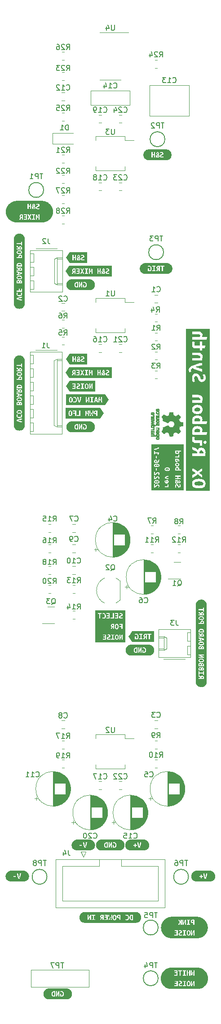
<source format=gbo>
G04 #@! TF.GenerationSoftware,KiCad,Pcbnew,6.0.5+dfsg-1~bpo11+1*
G04 #@! TF.CreationDate,2022-07-21T18:59:06+00:00*
G04 #@! TF.ProjectId,sample_and_hold_board,73616d70-6c65-45f6-916e-645f686f6c64,0*
G04 #@! TF.SameCoordinates,Original*
G04 #@! TF.FileFunction,Legend,Bot*
G04 #@! TF.FilePolarity,Positive*
%FSLAX46Y46*%
G04 Gerber Fmt 4.6, Leading zero omitted, Abs format (unit mm)*
G04 Created by KiCad (PCBNEW 6.0.5+dfsg-1~bpo11+1) date 2022-07-21 18:59:06*
%MOMM*%
%LPD*%
G01*
G04 APERTURE LIST*
%ADD10C,0.150000*%
%ADD11C,0.120000*%
%ADD12C,0.010000*%
%ADD13O,2.720000X3.240000*%
%ADD14R,1.800000X1.800000*%
%ADD15C,1.800000*%
%ADD16C,2.500000*%
%ADD17R,1.600000X1.600000*%
%ADD18C,1.600000*%
%ADD19C,2.000000*%
%ADD20O,2.190000X1.740000*%
%ADD21C,2.600000*%
%ADD22C,1.700000*%
%ADD23R,1.500000X1.500000*%
%ADD24C,1.500000*%
%ADD25R,0.900000X1.200000*%
G04 APERTURE END LIST*
D10*
X112942666Y-107016380D02*
X113276000Y-106540190D01*
X113514095Y-107016380D02*
X113514095Y-106016380D01*
X113133142Y-106016380D01*
X113037904Y-106064000D01*
X112990285Y-106111619D01*
X112942666Y-106206857D01*
X112942666Y-106349714D01*
X112990285Y-106444952D01*
X113037904Y-106492571D01*
X113133142Y-106540190D01*
X113514095Y-106540190D01*
X111990285Y-107016380D02*
X112561714Y-107016380D01*
X112276000Y-107016380D02*
X112276000Y-106016380D01*
X112371238Y-106159238D01*
X112466476Y-106254476D01*
X112561714Y-106302095D01*
X112180666Y-143210380D02*
X112514000Y-142734190D01*
X112752095Y-143210380D02*
X112752095Y-142210380D01*
X112371142Y-142210380D01*
X112275904Y-142258000D01*
X112228285Y-142305619D01*
X112180666Y-142400857D01*
X112180666Y-142543714D01*
X112228285Y-142638952D01*
X112275904Y-142686571D01*
X112371142Y-142734190D01*
X112752095Y-142734190D01*
X111847333Y-142210380D02*
X111180666Y-142210380D01*
X111609238Y-143210380D01*
X104901904Y-181467380D02*
X104901904Y-182276904D01*
X104854285Y-182372142D01*
X104806666Y-182419761D01*
X104711428Y-182467380D01*
X104520952Y-182467380D01*
X104425714Y-182419761D01*
X104378095Y-182372142D01*
X104330476Y-182276904D01*
X104330476Y-181467380D01*
X103901904Y-181562619D02*
X103854285Y-181515000D01*
X103759047Y-181467380D01*
X103520952Y-181467380D01*
X103425714Y-181515000D01*
X103378095Y-181562619D01*
X103330476Y-181657857D01*
X103330476Y-181753095D01*
X103378095Y-181895952D01*
X103949523Y-182467380D01*
X103330476Y-182467380D01*
X112815666Y-103586380D02*
X113149000Y-103110190D01*
X113387095Y-103586380D02*
X113387095Y-102586380D01*
X113006142Y-102586380D01*
X112910904Y-102634000D01*
X112863285Y-102681619D01*
X112815666Y-102776857D01*
X112815666Y-102919714D01*
X112863285Y-103014952D01*
X112910904Y-103062571D01*
X113006142Y-103110190D01*
X113387095Y-103110190D01*
X111958523Y-102919714D02*
X111958523Y-103586380D01*
X112196619Y-102538761D02*
X112434714Y-103253047D01*
X111815666Y-103253047D01*
X116829238Y-154976619D02*
X116924476Y-154929000D01*
X117019714Y-154833761D01*
X117162571Y-154690904D01*
X117257809Y-154643285D01*
X117353047Y-154643285D01*
X117305428Y-154881380D02*
X117400666Y-154833761D01*
X117495904Y-154738523D01*
X117543523Y-154548047D01*
X117543523Y-154214714D01*
X117495904Y-154024238D01*
X117400666Y-153929000D01*
X117305428Y-153881380D01*
X117114952Y-153881380D01*
X117019714Y-153929000D01*
X116924476Y-154024238D01*
X116876857Y-154214714D01*
X116876857Y-154548047D01*
X116924476Y-154738523D01*
X117019714Y-154833761D01*
X117114952Y-154881380D01*
X117305428Y-154881380D01*
X115924476Y-154881380D02*
X116495904Y-154881380D01*
X116210190Y-154881380D02*
X116210190Y-153881380D01*
X116305428Y-154024238D01*
X116400666Y-154119476D01*
X116495904Y-154167095D01*
X93352857Y-146893380D02*
X93686190Y-146417190D01*
X93924285Y-146893380D02*
X93924285Y-145893380D01*
X93543333Y-145893380D01*
X93448095Y-145941000D01*
X93400476Y-145988619D01*
X93352857Y-146083857D01*
X93352857Y-146226714D01*
X93400476Y-146321952D01*
X93448095Y-146369571D01*
X93543333Y-146417190D01*
X93924285Y-146417190D01*
X92400476Y-146893380D02*
X92971904Y-146893380D01*
X92686190Y-146893380D02*
X92686190Y-145893380D01*
X92781428Y-146036238D01*
X92876666Y-146131476D01*
X92971904Y-146179095D01*
X91543333Y-145893380D02*
X91733809Y-145893380D01*
X91829047Y-145941000D01*
X91876666Y-145988619D01*
X91971904Y-146131476D01*
X92019523Y-146321952D01*
X92019523Y-146702904D01*
X91971904Y-146798142D01*
X91924285Y-146845761D01*
X91829047Y-146893380D01*
X91638571Y-146893380D01*
X91543333Y-146845761D01*
X91495714Y-146798142D01*
X91448095Y-146702904D01*
X91448095Y-146464809D01*
X91495714Y-146369571D01*
X91543333Y-146321952D01*
X91638571Y-146274333D01*
X91829047Y-146274333D01*
X91924285Y-146321952D01*
X91971904Y-146369571D01*
X92019523Y-146464809D01*
X112942666Y-99681142D02*
X112990285Y-99728761D01*
X113133142Y-99776380D01*
X113228380Y-99776380D01*
X113371238Y-99728761D01*
X113466476Y-99633523D01*
X113514095Y-99538285D01*
X113561714Y-99347809D01*
X113561714Y-99204952D01*
X113514095Y-99014476D01*
X113466476Y-98919238D01*
X113371238Y-98824000D01*
X113228380Y-98776380D01*
X113133142Y-98776380D01*
X112990285Y-98824000D01*
X112942666Y-98871619D01*
X111990285Y-99776380D02*
X112561714Y-99776380D01*
X112276000Y-99776380D02*
X112276000Y-98776380D01*
X112371238Y-98919238D01*
X112466476Y-99014476D01*
X112561714Y-99062095D01*
X111585045Y-190740142D02*
X111632664Y-190787761D01*
X111775521Y-190835380D01*
X111870759Y-190835380D01*
X112013617Y-190787761D01*
X112108855Y-190692523D01*
X112156474Y-190597285D01*
X112204093Y-190406809D01*
X112204093Y-190263952D01*
X112156474Y-190073476D01*
X112108855Y-189978238D01*
X112013617Y-189883000D01*
X111870759Y-189835380D01*
X111775521Y-189835380D01*
X111632664Y-189883000D01*
X111585045Y-189930619D01*
X110680283Y-189835380D02*
X111156474Y-189835380D01*
X111204093Y-190311571D01*
X111156474Y-190263952D01*
X111061236Y-190216333D01*
X110823140Y-190216333D01*
X110727902Y-190263952D01*
X110680283Y-190311571D01*
X110632664Y-190406809D01*
X110632664Y-190644904D01*
X110680283Y-190740142D01*
X110727902Y-190787761D01*
X110823140Y-190835380D01*
X111061236Y-190835380D01*
X111156474Y-190787761D01*
X111204093Y-190740142D01*
X104782857Y-61454142D02*
X104830476Y-61501761D01*
X104973333Y-61549380D01*
X105068571Y-61549380D01*
X105211428Y-61501761D01*
X105306666Y-61406523D01*
X105354285Y-61311285D01*
X105401904Y-61120809D01*
X105401904Y-60977952D01*
X105354285Y-60787476D01*
X105306666Y-60692238D01*
X105211428Y-60597000D01*
X105068571Y-60549380D01*
X104973333Y-60549380D01*
X104830476Y-60597000D01*
X104782857Y-60644619D01*
X103830476Y-61549380D02*
X104401904Y-61549380D01*
X104116190Y-61549380D02*
X104116190Y-60549380D01*
X104211428Y-60692238D01*
X104306666Y-60787476D01*
X104401904Y-60835095D01*
X102973333Y-60882714D02*
X102973333Y-61549380D01*
X103211428Y-60501761D02*
X103449523Y-61216047D01*
X102830476Y-61216047D01*
X95892857Y-73615380D02*
X96226190Y-73139190D01*
X96464285Y-73615380D02*
X96464285Y-72615380D01*
X96083333Y-72615380D01*
X95988095Y-72663000D01*
X95940476Y-72710619D01*
X95892857Y-72805857D01*
X95892857Y-72948714D01*
X95940476Y-73043952D01*
X95988095Y-73091571D01*
X96083333Y-73139190D01*
X96464285Y-73139190D01*
X95511904Y-72710619D02*
X95464285Y-72663000D01*
X95369047Y-72615380D01*
X95130952Y-72615380D01*
X95035714Y-72663000D01*
X94988095Y-72710619D01*
X94940476Y-72805857D01*
X94940476Y-72901095D01*
X94988095Y-73043952D01*
X95559523Y-73615380D01*
X94940476Y-73615380D01*
X93988095Y-73615380D02*
X94559523Y-73615380D01*
X94273809Y-73615380D02*
X94273809Y-72615380D01*
X94369047Y-72758238D01*
X94464285Y-72853476D01*
X94559523Y-72901095D01*
X104776287Y-142734142D02*
X104823906Y-142781761D01*
X104966763Y-142829380D01*
X105062001Y-142829380D01*
X105204859Y-142781761D01*
X105300097Y-142686523D01*
X105347716Y-142591285D01*
X105395335Y-142400809D01*
X105395335Y-142257952D01*
X105347716Y-142067476D01*
X105300097Y-141972238D01*
X105204859Y-141877000D01*
X105062001Y-141829380D01*
X104966763Y-141829380D01*
X104823906Y-141877000D01*
X104776287Y-141924619D01*
X103919144Y-142162714D02*
X103919144Y-142829380D01*
X104157240Y-141781761D02*
X104395335Y-142496047D01*
X103776287Y-142496047D01*
X97924857Y-159339380D02*
X98258190Y-158863190D01*
X98496285Y-159339380D02*
X98496285Y-158339380D01*
X98115333Y-158339380D01*
X98020095Y-158387000D01*
X97972476Y-158434619D01*
X97924857Y-158529857D01*
X97924857Y-158672714D01*
X97972476Y-158767952D01*
X98020095Y-158815571D01*
X98115333Y-158863190D01*
X98496285Y-158863190D01*
X96972476Y-159339380D02*
X97543904Y-159339380D01*
X97258190Y-159339380D02*
X97258190Y-158339380D01*
X97353428Y-158482238D01*
X97448666Y-158577476D01*
X97543904Y-158625095D01*
X96115333Y-158672714D02*
X96115333Y-159339380D01*
X96353428Y-158291761D02*
X96591523Y-159006047D01*
X95972476Y-159006047D01*
X95416666Y-101459142D02*
X95464285Y-101506761D01*
X95607142Y-101554380D01*
X95702380Y-101554380D01*
X95845238Y-101506761D01*
X95940476Y-101411523D01*
X95988095Y-101316285D01*
X96035714Y-101125809D01*
X96035714Y-100982952D01*
X95988095Y-100792476D01*
X95940476Y-100697238D01*
X95845238Y-100602000D01*
X95702380Y-100554380D01*
X95607142Y-100554380D01*
X95464285Y-100602000D01*
X95416666Y-100649619D01*
X95035714Y-100649619D02*
X94988095Y-100602000D01*
X94892857Y-100554380D01*
X94654761Y-100554380D01*
X94559523Y-100602000D01*
X94511904Y-100649619D01*
X94464285Y-100744857D01*
X94464285Y-100840095D01*
X94511904Y-100982952D01*
X95083333Y-101554380D01*
X94464285Y-101554380D01*
X100992857Y-202252142D02*
X101040476Y-202299761D01*
X101183333Y-202347380D01*
X101278571Y-202347380D01*
X101421428Y-202299761D01*
X101516666Y-202204523D01*
X101564285Y-202109285D01*
X101611904Y-201918809D01*
X101611904Y-201775952D01*
X101564285Y-201585476D01*
X101516666Y-201490238D01*
X101421428Y-201395000D01*
X101278571Y-201347380D01*
X101183333Y-201347380D01*
X101040476Y-201395000D01*
X100992857Y-201442619D01*
X100611904Y-201442619D02*
X100564285Y-201395000D01*
X100469047Y-201347380D01*
X100230952Y-201347380D01*
X100135714Y-201395000D01*
X100088095Y-201442619D01*
X100040476Y-201537857D01*
X100040476Y-201633095D01*
X100088095Y-201775952D01*
X100659523Y-202347380D01*
X100040476Y-202347380D01*
X99421428Y-201347380D02*
X99326190Y-201347380D01*
X99230952Y-201395000D01*
X99183333Y-201442619D01*
X99135714Y-201537857D01*
X99088095Y-201728333D01*
X99088095Y-201966428D01*
X99135714Y-202156904D01*
X99183333Y-202252142D01*
X99230952Y-202299761D01*
X99326190Y-202347380D01*
X99421428Y-202347380D01*
X99516666Y-202299761D01*
X99564285Y-202252142D01*
X99611904Y-202156904D01*
X99659523Y-201966428D01*
X99659523Y-201728333D01*
X99611904Y-201537857D01*
X99564285Y-201442619D01*
X99516666Y-201395000D01*
X99421428Y-201347380D01*
X95892857Y-65741380D02*
X96226190Y-65265190D01*
X96464285Y-65741380D02*
X96464285Y-64741380D01*
X96083333Y-64741380D01*
X95988095Y-64789000D01*
X95940476Y-64836619D01*
X95892857Y-64931857D01*
X95892857Y-65074714D01*
X95940476Y-65169952D01*
X95988095Y-65217571D01*
X96083333Y-65265190D01*
X96464285Y-65265190D01*
X95511904Y-64836619D02*
X95464285Y-64789000D01*
X95369047Y-64741380D01*
X95130952Y-64741380D01*
X95035714Y-64789000D01*
X94988095Y-64836619D01*
X94940476Y-64931857D01*
X94940476Y-65027095D01*
X94988095Y-65169952D01*
X95559523Y-65741380D01*
X94940476Y-65741380D01*
X94035714Y-64741380D02*
X94511904Y-64741380D01*
X94559523Y-65217571D01*
X94511904Y-65169952D01*
X94416666Y-65122333D01*
X94178571Y-65122333D01*
X94083333Y-65169952D01*
X94035714Y-65217571D01*
X93988095Y-65312809D01*
X93988095Y-65550904D01*
X94035714Y-65646142D01*
X94083333Y-65693761D01*
X94178571Y-65741380D01*
X94416666Y-65741380D01*
X94511904Y-65693761D01*
X94559523Y-65646142D01*
X104901904Y-69199380D02*
X104901904Y-70008904D01*
X104854285Y-70104142D01*
X104806666Y-70151761D01*
X104711428Y-70199380D01*
X104520952Y-70199380D01*
X104425714Y-70151761D01*
X104378095Y-70104142D01*
X104330476Y-70008904D01*
X104330476Y-69199380D01*
X103949523Y-69199380D02*
X103330476Y-69199380D01*
X103663809Y-69580333D01*
X103520952Y-69580333D01*
X103425714Y-69627952D01*
X103378095Y-69675571D01*
X103330476Y-69770809D01*
X103330476Y-70008904D01*
X103378095Y-70104142D01*
X103425714Y-70151761D01*
X103520952Y-70199380D01*
X103806666Y-70199380D01*
X103901904Y-70151761D01*
X103949523Y-70104142D01*
X118736904Y-206472380D02*
X118165476Y-206472380D01*
X118451190Y-207472380D02*
X118451190Y-206472380D01*
X117832142Y-207472380D02*
X117832142Y-206472380D01*
X117451190Y-206472380D01*
X117355952Y-206520000D01*
X117308333Y-206567619D01*
X117260714Y-206662857D01*
X117260714Y-206805714D01*
X117308333Y-206900952D01*
X117355952Y-206948571D01*
X117451190Y-206996190D01*
X117832142Y-206996190D01*
X116403571Y-206472380D02*
X116594047Y-206472380D01*
X116689285Y-206520000D01*
X116736904Y-206567619D01*
X116832142Y-206710476D01*
X116879761Y-206900952D01*
X116879761Y-207281904D01*
X116832142Y-207377142D01*
X116784523Y-207424761D01*
X116689285Y-207472380D01*
X116498809Y-207472380D01*
X116403571Y-207424761D01*
X116355952Y-207377142D01*
X116308333Y-207281904D01*
X116308333Y-207043809D01*
X116355952Y-206948571D01*
X116403571Y-206900952D01*
X116498809Y-206853333D01*
X116689285Y-206853333D01*
X116784523Y-206900952D01*
X116832142Y-206948571D01*
X116879761Y-207043809D01*
X104901904Y-99552380D02*
X104901904Y-100361904D01*
X104854285Y-100457142D01*
X104806666Y-100504761D01*
X104711428Y-100552380D01*
X104520952Y-100552380D01*
X104425714Y-100504761D01*
X104378095Y-100457142D01*
X104330476Y-100361904D01*
X104330476Y-99552380D01*
X103330476Y-100552380D02*
X103901904Y-100552380D01*
X103616190Y-100552380D02*
X103616190Y-99552380D01*
X103711428Y-99695238D01*
X103806666Y-99790476D01*
X103901904Y-99838095D01*
X112942666Y-114128380D02*
X113276000Y-113652190D01*
X113514095Y-114128380D02*
X113514095Y-113128380D01*
X113133142Y-113128380D01*
X113037904Y-113176000D01*
X112990285Y-113223619D01*
X112942666Y-113318857D01*
X112942666Y-113461714D01*
X112990285Y-113556952D01*
X113037904Y-113604571D01*
X113133142Y-113652190D01*
X113514095Y-113652190D01*
X112609333Y-113128380D02*
X111990285Y-113128380D01*
X112323619Y-113509333D01*
X112180761Y-113509333D01*
X112085523Y-113556952D01*
X112037904Y-113604571D01*
X111990285Y-113699809D01*
X111990285Y-113937904D01*
X112037904Y-114033142D01*
X112085523Y-114080761D01*
X112180761Y-114128380D01*
X112466476Y-114128380D01*
X112561714Y-114080761D01*
X112609333Y-114033142D01*
X110570666Y-158056142D02*
X110618285Y-158103761D01*
X110761142Y-158151380D01*
X110856380Y-158151380D01*
X110999238Y-158103761D01*
X111094476Y-158008523D01*
X111142095Y-157913285D01*
X111189714Y-157722809D01*
X111189714Y-157579952D01*
X111142095Y-157389476D01*
X111094476Y-157294238D01*
X110999238Y-157199000D01*
X110856380Y-157151380D01*
X110761142Y-157151380D01*
X110618285Y-157199000D01*
X110570666Y-157246619D01*
X109713523Y-157151380D02*
X109904000Y-157151380D01*
X109999238Y-157199000D01*
X110046857Y-157246619D01*
X110142095Y-157389476D01*
X110189714Y-157579952D01*
X110189714Y-157960904D01*
X110142095Y-158056142D01*
X110094476Y-158103761D01*
X109999238Y-158151380D01*
X109808761Y-158151380D01*
X109713523Y-158103761D01*
X109665904Y-158056142D01*
X109618285Y-157960904D01*
X109618285Y-157722809D01*
X109665904Y-157627571D01*
X109713523Y-157579952D01*
X109808761Y-157532333D01*
X109999238Y-157532333D01*
X110094476Y-157579952D01*
X110142095Y-157627571D01*
X110189714Y-157722809D01*
X116558333Y-161387380D02*
X116558333Y-162101666D01*
X116605952Y-162244523D01*
X116701190Y-162339761D01*
X116844047Y-162387380D01*
X116939285Y-162387380D01*
X116177380Y-161387380D02*
X115558333Y-161387380D01*
X115891666Y-161768333D01*
X115748809Y-161768333D01*
X115653571Y-161815952D01*
X115605952Y-161863571D01*
X115558333Y-161958809D01*
X115558333Y-162196904D01*
X115605952Y-162292142D01*
X115653571Y-162339761D01*
X115748809Y-162387380D01*
X116034523Y-162387380D01*
X116129761Y-162339761D01*
X116177380Y-162292142D01*
X112656857Y-146767380D02*
X112990190Y-146291190D01*
X113228285Y-146767380D02*
X113228285Y-145767380D01*
X112847333Y-145767380D01*
X112752095Y-145815000D01*
X112704476Y-145862619D01*
X112656857Y-145957857D01*
X112656857Y-146100714D01*
X112704476Y-146195952D01*
X112752095Y-146243571D01*
X112847333Y-146291190D01*
X113228285Y-146291190D01*
X111704476Y-146767380D02*
X112275904Y-146767380D01*
X111990190Y-146767380D02*
X111990190Y-145767380D01*
X112085428Y-145910238D01*
X112180666Y-146005476D01*
X112275904Y-146053095D01*
X110752095Y-146767380D02*
X111323523Y-146767380D01*
X111037809Y-146767380D02*
X111037809Y-145767380D01*
X111133047Y-145910238D01*
X111228285Y-146005476D01*
X111323523Y-146053095D01*
X97448666Y-146544142D02*
X97496285Y-146591761D01*
X97639142Y-146639380D01*
X97734380Y-146639380D01*
X97877238Y-146591761D01*
X97972476Y-146496523D01*
X98020095Y-146401285D01*
X98067714Y-146210809D01*
X98067714Y-146067952D01*
X98020095Y-145877476D01*
X97972476Y-145782238D01*
X97877238Y-145687000D01*
X97734380Y-145639380D01*
X97639142Y-145639380D01*
X97496285Y-145687000D01*
X97448666Y-145734619D01*
X96972476Y-146639380D02*
X96782000Y-146639380D01*
X96686761Y-146591761D01*
X96639142Y-146544142D01*
X96543904Y-146401285D01*
X96496285Y-146210809D01*
X96496285Y-145829857D01*
X96543904Y-145734619D01*
X96591523Y-145687000D01*
X96686761Y-145639380D01*
X96877238Y-145639380D01*
X96972476Y-145687000D01*
X97020095Y-145734619D01*
X97067714Y-145829857D01*
X97067714Y-146067952D01*
X97020095Y-146163190D01*
X96972476Y-146210809D01*
X96877238Y-146258428D01*
X96686761Y-146258428D01*
X96591523Y-146210809D01*
X96543904Y-146163190D01*
X96496285Y-146067952D01*
X112942666Y-179564142D02*
X112990285Y-179611761D01*
X113133142Y-179659380D01*
X113228380Y-179659380D01*
X113371238Y-179611761D01*
X113466476Y-179516523D01*
X113514095Y-179421285D01*
X113561714Y-179230809D01*
X113561714Y-179087952D01*
X113514095Y-178897476D01*
X113466476Y-178802238D01*
X113371238Y-178707000D01*
X113228380Y-178659380D01*
X113133142Y-178659380D01*
X112990285Y-178707000D01*
X112942666Y-178754619D01*
X112609333Y-178659380D02*
X111990285Y-178659380D01*
X112323619Y-179040333D01*
X112180761Y-179040333D01*
X112085523Y-179087952D01*
X112037904Y-179135571D01*
X111990285Y-179230809D01*
X111990285Y-179468904D01*
X112037904Y-179564142D01*
X112085523Y-179611761D01*
X112180761Y-179659380D01*
X112466476Y-179659380D01*
X112561714Y-179611761D01*
X112609333Y-179564142D01*
X106687857Y-109050142D02*
X106735476Y-109097761D01*
X106878333Y-109145380D01*
X106973571Y-109145380D01*
X107116428Y-109097761D01*
X107211666Y-109002523D01*
X107259285Y-108907285D01*
X107306904Y-108716809D01*
X107306904Y-108573952D01*
X107259285Y-108383476D01*
X107211666Y-108288238D01*
X107116428Y-108193000D01*
X106973571Y-108145380D01*
X106878333Y-108145380D01*
X106735476Y-108193000D01*
X106687857Y-108240619D01*
X106306904Y-108240619D02*
X106259285Y-108193000D01*
X106164047Y-108145380D01*
X105925952Y-108145380D01*
X105830714Y-108193000D01*
X105783095Y-108240619D01*
X105735476Y-108335857D01*
X105735476Y-108431095D01*
X105783095Y-108573952D01*
X106354523Y-109145380D01*
X105735476Y-109145380D01*
X104783095Y-109145380D02*
X105354523Y-109145380D01*
X105068809Y-109145380D02*
X105068809Y-108145380D01*
X105164047Y-108288238D01*
X105259285Y-108383476D01*
X105354523Y-108431095D01*
X95892857Y-77551380D02*
X96226190Y-77075190D01*
X96464285Y-77551380D02*
X96464285Y-76551380D01*
X96083333Y-76551380D01*
X95988095Y-76599000D01*
X95940476Y-76646619D01*
X95892857Y-76741857D01*
X95892857Y-76884714D01*
X95940476Y-76979952D01*
X95988095Y-77027571D01*
X96083333Y-77075190D01*
X96464285Y-77075190D01*
X95511904Y-76646619D02*
X95464285Y-76599000D01*
X95369047Y-76551380D01*
X95130952Y-76551380D01*
X95035714Y-76599000D01*
X94988095Y-76646619D01*
X94940476Y-76741857D01*
X94940476Y-76837095D01*
X94988095Y-76979952D01*
X95559523Y-77551380D01*
X94940476Y-77551380D01*
X94559523Y-76646619D02*
X94511904Y-76599000D01*
X94416666Y-76551380D01*
X94178571Y-76551380D01*
X94083333Y-76599000D01*
X94035714Y-76646619D01*
X93988095Y-76741857D01*
X93988095Y-76837095D01*
X94035714Y-76979952D01*
X94607142Y-77551380D01*
X93988095Y-77551380D01*
X93352857Y-150957380D02*
X93686190Y-150481190D01*
X93924285Y-150957380D02*
X93924285Y-149957380D01*
X93543333Y-149957380D01*
X93448095Y-150005000D01*
X93400476Y-150052619D01*
X93352857Y-150147857D01*
X93352857Y-150290714D01*
X93400476Y-150385952D01*
X93448095Y-150433571D01*
X93543333Y-150481190D01*
X93924285Y-150481190D01*
X92400476Y-150957380D02*
X92971904Y-150957380D01*
X92686190Y-150957380D02*
X92686190Y-149957380D01*
X92781428Y-150100238D01*
X92876666Y-150195476D01*
X92971904Y-150243095D01*
X91829047Y-150385952D02*
X91924285Y-150338333D01*
X91971904Y-150290714D01*
X92019523Y-150195476D01*
X92019523Y-150147857D01*
X91971904Y-150052619D01*
X91924285Y-150005000D01*
X91829047Y-149957380D01*
X91638571Y-149957380D01*
X91543333Y-150005000D01*
X91495714Y-150052619D01*
X91448095Y-150147857D01*
X91448095Y-150195476D01*
X91495714Y-150290714D01*
X91543333Y-150338333D01*
X91638571Y-150385952D01*
X91829047Y-150385952D01*
X91924285Y-150433571D01*
X91971904Y-150481190D01*
X92019523Y-150576428D01*
X92019523Y-150766904D01*
X91971904Y-150862142D01*
X91924285Y-150909761D01*
X91829047Y-150957380D01*
X91638571Y-150957380D01*
X91543333Y-150909761D01*
X91495714Y-150862142D01*
X91448095Y-150766904D01*
X91448095Y-150576428D01*
X91495714Y-150481190D01*
X91543333Y-150433571D01*
X91638571Y-150385952D01*
X102877857Y-109050142D02*
X102925476Y-109097761D01*
X103068333Y-109145380D01*
X103163571Y-109145380D01*
X103306428Y-109097761D01*
X103401666Y-109002523D01*
X103449285Y-108907285D01*
X103496904Y-108716809D01*
X103496904Y-108573952D01*
X103449285Y-108383476D01*
X103401666Y-108288238D01*
X103306428Y-108193000D01*
X103163571Y-108145380D01*
X103068333Y-108145380D01*
X102925476Y-108193000D01*
X102877857Y-108240619D01*
X101925476Y-109145380D02*
X102496904Y-109145380D01*
X102211190Y-109145380D02*
X102211190Y-108145380D01*
X102306428Y-108288238D01*
X102401666Y-108383476D01*
X102496904Y-108431095D01*
X101068333Y-108145380D02*
X101258809Y-108145380D01*
X101354047Y-108193000D01*
X101401666Y-108240619D01*
X101496904Y-108383476D01*
X101544523Y-108573952D01*
X101544523Y-108954904D01*
X101496904Y-109050142D01*
X101449285Y-109097761D01*
X101354047Y-109145380D01*
X101163571Y-109145380D01*
X101068333Y-109097761D01*
X101020714Y-109050142D01*
X100973095Y-108954904D01*
X100973095Y-108716809D01*
X101020714Y-108621571D01*
X101068333Y-108573952D01*
X101163571Y-108526333D01*
X101354047Y-108526333D01*
X101449285Y-108573952D01*
X101496904Y-108621571D01*
X101544523Y-108716809D01*
X97448666Y-142734142D02*
X97496285Y-142781761D01*
X97639142Y-142829380D01*
X97734380Y-142829380D01*
X97877238Y-142781761D01*
X97972476Y-142686523D01*
X98020095Y-142591285D01*
X98067714Y-142400809D01*
X98067714Y-142257952D01*
X98020095Y-142067476D01*
X97972476Y-141972238D01*
X97877238Y-141877000D01*
X97734380Y-141829380D01*
X97639142Y-141829380D01*
X97496285Y-141877000D01*
X97448666Y-141924619D01*
X97115333Y-141829380D02*
X96448666Y-141829380D01*
X96877238Y-142829380D01*
X95366904Y-225662380D02*
X94795476Y-225662380D01*
X95081190Y-226662380D02*
X95081190Y-225662380D01*
X94462142Y-226662380D02*
X94462142Y-225662380D01*
X94081190Y-225662380D01*
X93985952Y-225710000D01*
X93938333Y-225757619D01*
X93890714Y-225852857D01*
X93890714Y-225995714D01*
X93938333Y-226090952D01*
X93985952Y-226138571D01*
X94081190Y-226186190D01*
X94462142Y-226186190D01*
X93557380Y-225662380D02*
X92890714Y-225662380D01*
X93319285Y-226662380D01*
X95416666Y-104729380D02*
X95750000Y-104253190D01*
X95988095Y-104729380D02*
X95988095Y-103729380D01*
X95607142Y-103729380D01*
X95511904Y-103777000D01*
X95464285Y-103824619D01*
X95416666Y-103919857D01*
X95416666Y-104062714D01*
X95464285Y-104157952D01*
X95511904Y-104205571D01*
X95607142Y-104253190D01*
X95988095Y-104253190D01*
X94559523Y-103729380D02*
X94750000Y-103729380D01*
X94845238Y-103777000D01*
X94892857Y-103824619D01*
X94988095Y-103967476D01*
X95035714Y-104157952D01*
X95035714Y-104538904D01*
X94988095Y-104634142D01*
X94940476Y-104681761D01*
X94845238Y-104729380D01*
X94654761Y-104729380D01*
X94559523Y-104681761D01*
X94511904Y-104634142D01*
X94464285Y-104538904D01*
X94464285Y-104300809D01*
X94511904Y-104205571D01*
X94559523Y-104157952D01*
X94654761Y-104110333D01*
X94845238Y-104110333D01*
X94940476Y-104157952D01*
X94988095Y-104205571D01*
X95035714Y-104300809D01*
X106687857Y-191092142D02*
X106735476Y-191139761D01*
X106878333Y-191187380D01*
X106973571Y-191187380D01*
X107116428Y-191139761D01*
X107211666Y-191044523D01*
X107259285Y-190949285D01*
X107306904Y-190758809D01*
X107306904Y-190615952D01*
X107259285Y-190425476D01*
X107211666Y-190330238D01*
X107116428Y-190235000D01*
X106973571Y-190187380D01*
X106878333Y-190187380D01*
X106735476Y-190235000D01*
X106687857Y-190282619D01*
X106306904Y-190282619D02*
X106259285Y-190235000D01*
X106164047Y-190187380D01*
X105925952Y-190187380D01*
X105830714Y-190235000D01*
X105783095Y-190282619D01*
X105735476Y-190377857D01*
X105735476Y-190473095D01*
X105783095Y-190615952D01*
X106354523Y-191187380D01*
X105735476Y-191187380D01*
X105354523Y-190282619D02*
X105306904Y-190235000D01*
X105211666Y-190187380D01*
X104973571Y-190187380D01*
X104878333Y-190235000D01*
X104830714Y-190282619D01*
X104783095Y-190377857D01*
X104783095Y-190473095D01*
X104830714Y-190615952D01*
X105402142Y-191187380D01*
X104783095Y-191187380D01*
X93352857Y-154513380D02*
X93686190Y-154037190D01*
X93924285Y-154513380D02*
X93924285Y-153513380D01*
X93543333Y-153513380D01*
X93448095Y-153561000D01*
X93400476Y-153608619D01*
X93352857Y-153703857D01*
X93352857Y-153846714D01*
X93400476Y-153941952D01*
X93448095Y-153989571D01*
X93543333Y-154037190D01*
X93924285Y-154037190D01*
X92971904Y-153608619D02*
X92924285Y-153561000D01*
X92829047Y-153513380D01*
X92590952Y-153513380D01*
X92495714Y-153561000D01*
X92448095Y-153608619D01*
X92400476Y-153703857D01*
X92400476Y-153799095D01*
X92448095Y-153941952D01*
X93019523Y-154513380D01*
X92400476Y-154513380D01*
X91781428Y-153513380D02*
X91686190Y-153513380D01*
X91590952Y-153561000D01*
X91543333Y-153608619D01*
X91495714Y-153703857D01*
X91448095Y-153894333D01*
X91448095Y-154132428D01*
X91495714Y-154322904D01*
X91543333Y-154418142D01*
X91590952Y-154465761D01*
X91686190Y-154513380D01*
X91781428Y-154513380D01*
X91876666Y-154465761D01*
X91924285Y-154418142D01*
X91971904Y-154322904D01*
X92019523Y-154132428D01*
X92019523Y-153894333D01*
X91971904Y-153703857D01*
X91924285Y-153608619D01*
X91876666Y-153561000D01*
X91781428Y-153513380D01*
X117260666Y-143337380D02*
X117594000Y-142861190D01*
X117832095Y-143337380D02*
X117832095Y-142337380D01*
X117451142Y-142337380D01*
X117355904Y-142385000D01*
X117308285Y-142432619D01*
X117260666Y-142527857D01*
X117260666Y-142670714D01*
X117308285Y-142765952D01*
X117355904Y-142813571D01*
X117451142Y-142861190D01*
X117832095Y-142861190D01*
X116689238Y-142765952D02*
X116784476Y-142718333D01*
X116832095Y-142670714D01*
X116879714Y-142575476D01*
X116879714Y-142527857D01*
X116832095Y-142432619D01*
X116784476Y-142385000D01*
X116689238Y-142337380D01*
X116498761Y-142337380D01*
X116403523Y-142385000D01*
X116355904Y-142432619D01*
X116308285Y-142527857D01*
X116308285Y-142575476D01*
X116355904Y-142670714D01*
X116403523Y-142718333D01*
X116498761Y-142765952D01*
X116689238Y-142765952D01*
X116784476Y-142813571D01*
X116832095Y-142861190D01*
X116879714Y-142956428D01*
X116879714Y-143146904D01*
X116832095Y-143242142D01*
X116784476Y-143289761D01*
X116689238Y-143337380D01*
X116498761Y-143337380D01*
X116403523Y-143289761D01*
X116355904Y-143242142D01*
X116308285Y-143146904D01*
X116308285Y-142956428D01*
X116355904Y-142861190D01*
X116403523Y-142813571D01*
X116498761Y-142765952D01*
X97924857Y-154387380D02*
X98258190Y-153911190D01*
X98496285Y-154387380D02*
X98496285Y-153387380D01*
X98115333Y-153387380D01*
X98020095Y-153435000D01*
X97972476Y-153482619D01*
X97924857Y-153577857D01*
X97924857Y-153720714D01*
X97972476Y-153815952D01*
X98020095Y-153863571D01*
X98115333Y-153911190D01*
X98496285Y-153911190D01*
X96972476Y-154387380D02*
X97543904Y-154387380D01*
X97258190Y-154387380D02*
X97258190Y-153387380D01*
X97353428Y-153530238D01*
X97448666Y-153625476D01*
X97543904Y-153673095D01*
X96639142Y-153387380D02*
X96020095Y-153387380D01*
X96353428Y-153768333D01*
X96210571Y-153768333D01*
X96115333Y-153815952D01*
X96067714Y-153863571D01*
X96020095Y-153958809D01*
X96020095Y-154196904D01*
X96067714Y-154292142D01*
X96115333Y-154339761D01*
X96210571Y-154387380D01*
X96496285Y-154387380D01*
X96591523Y-154339761D01*
X96639142Y-154292142D01*
X92281333Y-109317380D02*
X92281333Y-110031666D01*
X92328952Y-110174523D01*
X92424190Y-110269761D01*
X92567047Y-110317380D01*
X92662285Y-110317380D01*
X91281333Y-110317380D02*
X91852761Y-110317380D01*
X91567047Y-110317380D02*
X91567047Y-109317380D01*
X91662285Y-109460238D01*
X91757523Y-109555476D01*
X91852761Y-109603095D01*
X92408333Y-89759380D02*
X92408333Y-90473666D01*
X92455952Y-90616523D01*
X92551190Y-90711761D01*
X92694047Y-90759380D01*
X92789285Y-90759380D01*
X91979761Y-89854619D02*
X91932142Y-89807000D01*
X91836904Y-89759380D01*
X91598809Y-89759380D01*
X91503571Y-89807000D01*
X91455952Y-89854619D01*
X91408333Y-89949857D01*
X91408333Y-90045095D01*
X91455952Y-90187952D01*
X92027380Y-90759380D01*
X91408333Y-90759380D01*
X93352857Y-142829380D02*
X93686190Y-142353190D01*
X93924285Y-142829380D02*
X93924285Y-141829380D01*
X93543333Y-141829380D01*
X93448095Y-141877000D01*
X93400476Y-141924619D01*
X93352857Y-142019857D01*
X93352857Y-142162714D01*
X93400476Y-142257952D01*
X93448095Y-142305571D01*
X93543333Y-142353190D01*
X93924285Y-142353190D01*
X92400476Y-142829380D02*
X92971904Y-142829380D01*
X92686190Y-142829380D02*
X92686190Y-141829380D01*
X92781428Y-141972238D01*
X92876666Y-142067476D01*
X92971904Y-142115095D01*
X91495714Y-141829380D02*
X91971904Y-141829380D01*
X92019523Y-142305571D01*
X91971904Y-142257952D01*
X91876666Y-142210333D01*
X91638571Y-142210333D01*
X91543333Y-142257952D01*
X91495714Y-142305571D01*
X91448095Y-142400809D01*
X91448095Y-142638904D01*
X91495714Y-142734142D01*
X91543333Y-142781761D01*
X91638571Y-142829380D01*
X91876666Y-142829380D01*
X91971904Y-142781761D01*
X92019523Y-142734142D01*
X95892857Y-187279380D02*
X96226190Y-186803190D01*
X96464285Y-187279380D02*
X96464285Y-186279380D01*
X96083333Y-186279380D01*
X95988095Y-186327000D01*
X95940476Y-186374619D01*
X95892857Y-186469857D01*
X95892857Y-186612714D01*
X95940476Y-186707952D01*
X95988095Y-186755571D01*
X96083333Y-186803190D01*
X96464285Y-186803190D01*
X94940476Y-187279380D02*
X95511904Y-187279380D01*
X95226190Y-187279380D02*
X95226190Y-186279380D01*
X95321428Y-186422238D01*
X95416666Y-186517476D01*
X95511904Y-186565095D01*
X94464285Y-187279380D02*
X94273809Y-187279380D01*
X94178571Y-187231761D01*
X94130952Y-187184142D01*
X94035714Y-187041285D01*
X93988095Y-186850809D01*
X93988095Y-186469857D01*
X94035714Y-186374619D01*
X94083333Y-186327000D01*
X94178571Y-186279380D01*
X94369047Y-186279380D01*
X94464285Y-186327000D01*
X94511904Y-186374619D01*
X94559523Y-186469857D01*
X94559523Y-186707952D01*
X94511904Y-186803190D01*
X94464285Y-186850809D01*
X94369047Y-186898428D01*
X94178571Y-186898428D01*
X94083333Y-186850809D01*
X94035714Y-186803190D01*
X93988095Y-186707952D01*
X95892857Y-183597380D02*
X96226190Y-183121190D01*
X96464285Y-183597380D02*
X96464285Y-182597380D01*
X96083333Y-182597380D01*
X95988095Y-182645000D01*
X95940476Y-182692619D01*
X95892857Y-182787857D01*
X95892857Y-182930714D01*
X95940476Y-183025952D01*
X95988095Y-183073571D01*
X96083333Y-183121190D01*
X96464285Y-183121190D01*
X94940476Y-183597380D02*
X95511904Y-183597380D01*
X95226190Y-183597380D02*
X95226190Y-182597380D01*
X95321428Y-182740238D01*
X95416666Y-182835476D01*
X95511904Y-182883095D01*
X94607142Y-182597380D02*
X93940476Y-182597380D01*
X94369047Y-183597380D01*
X114037904Y-89251380D02*
X113466476Y-89251380D01*
X113752190Y-90251380D02*
X113752190Y-89251380D01*
X113133142Y-90251380D02*
X113133142Y-89251380D01*
X112752190Y-89251380D01*
X112656952Y-89299000D01*
X112609333Y-89346619D01*
X112561714Y-89441857D01*
X112561714Y-89584714D01*
X112609333Y-89679952D01*
X112656952Y-89727571D01*
X112752190Y-89775190D01*
X113133142Y-89775190D01*
X112228380Y-89251380D02*
X111609333Y-89251380D01*
X111942666Y-89632333D01*
X111799809Y-89632333D01*
X111704571Y-89679952D01*
X111656952Y-89727571D01*
X111609333Y-89822809D01*
X111609333Y-90060904D01*
X111656952Y-90156142D01*
X111704571Y-90203761D01*
X111799809Y-90251380D01*
X112085523Y-90251380D01*
X112180761Y-90203761D01*
X112228380Y-90156142D01*
X102877857Y-191092142D02*
X102925476Y-191139761D01*
X103068333Y-191187380D01*
X103163571Y-191187380D01*
X103306428Y-191139761D01*
X103401666Y-191044523D01*
X103449285Y-190949285D01*
X103496904Y-190758809D01*
X103496904Y-190615952D01*
X103449285Y-190425476D01*
X103401666Y-190330238D01*
X103306428Y-190235000D01*
X103163571Y-190187380D01*
X103068333Y-190187380D01*
X102925476Y-190235000D01*
X102877857Y-190282619D01*
X101925476Y-191187380D02*
X102496904Y-191187380D01*
X102211190Y-191187380D02*
X102211190Y-190187380D01*
X102306428Y-190330238D01*
X102401666Y-190425476D01*
X102496904Y-190473095D01*
X101592142Y-190187380D02*
X100925476Y-190187380D01*
X101354047Y-191187380D01*
X102877857Y-65997142D02*
X102925476Y-66044761D01*
X103068333Y-66092380D01*
X103163571Y-66092380D01*
X103306428Y-66044761D01*
X103401666Y-65949523D01*
X103449285Y-65854285D01*
X103496904Y-65663809D01*
X103496904Y-65520952D01*
X103449285Y-65330476D01*
X103401666Y-65235238D01*
X103306428Y-65140000D01*
X103163571Y-65092380D01*
X103068333Y-65092380D01*
X102925476Y-65140000D01*
X102877857Y-65187619D01*
X101925476Y-66092380D02*
X102496904Y-66092380D01*
X102211190Y-66092380D02*
X102211190Y-65092380D01*
X102306428Y-65235238D01*
X102401666Y-65330476D01*
X102496904Y-65378095D01*
X101449285Y-66092380D02*
X101258809Y-66092380D01*
X101163571Y-66044761D01*
X101115952Y-65997142D01*
X101020714Y-65854285D01*
X100973095Y-65663809D01*
X100973095Y-65282857D01*
X101020714Y-65187619D01*
X101068333Y-65140000D01*
X101163571Y-65092380D01*
X101354047Y-65092380D01*
X101449285Y-65140000D01*
X101496904Y-65187619D01*
X101544523Y-65282857D01*
X101544523Y-65520952D01*
X101496904Y-65616190D01*
X101449285Y-65663809D01*
X101354047Y-65711428D01*
X101163571Y-65711428D01*
X101068333Y-65663809D01*
X101020714Y-65616190D01*
X100973095Y-65520952D01*
X108572857Y-202252142D02*
X108620476Y-202299761D01*
X108763333Y-202347380D01*
X108858571Y-202347380D01*
X109001428Y-202299761D01*
X109096666Y-202204523D01*
X109144285Y-202109285D01*
X109191904Y-201918809D01*
X109191904Y-201775952D01*
X109144285Y-201585476D01*
X109096666Y-201490238D01*
X109001428Y-201395000D01*
X108858571Y-201347380D01*
X108763333Y-201347380D01*
X108620476Y-201395000D01*
X108572857Y-201442619D01*
X107620476Y-202347380D02*
X108191904Y-202347380D01*
X107906190Y-202347380D02*
X107906190Y-201347380D01*
X108001428Y-201490238D01*
X108096666Y-201585476D01*
X108191904Y-201633095D01*
X106715714Y-201347380D02*
X107191904Y-201347380D01*
X107239523Y-201823571D01*
X107191904Y-201775952D01*
X107096666Y-201728333D01*
X106858571Y-201728333D01*
X106763333Y-201775952D01*
X106715714Y-201823571D01*
X106668095Y-201918809D01*
X106668095Y-202156904D01*
X106715714Y-202252142D01*
X106763333Y-202299761D01*
X106858571Y-202347380D01*
X107096666Y-202347380D01*
X107191904Y-202299761D01*
X107239523Y-202252142D01*
X93059238Y-158418619D02*
X93154476Y-158371000D01*
X93249714Y-158275761D01*
X93392571Y-158132904D01*
X93487809Y-158085285D01*
X93583047Y-158085285D01*
X93535428Y-158323380D02*
X93630666Y-158275761D01*
X93725904Y-158180523D01*
X93773523Y-157990047D01*
X93773523Y-157656714D01*
X93725904Y-157466238D01*
X93630666Y-157371000D01*
X93535428Y-157323380D01*
X93344952Y-157323380D01*
X93249714Y-157371000D01*
X93154476Y-157466238D01*
X93106857Y-157656714D01*
X93106857Y-157990047D01*
X93154476Y-158180523D01*
X93249714Y-158275761D01*
X93344952Y-158323380D01*
X93535428Y-158323380D01*
X92773523Y-157323380D02*
X92154476Y-157323380D01*
X92487809Y-157704333D01*
X92344952Y-157704333D01*
X92249714Y-157751952D01*
X92202095Y-157799571D01*
X92154476Y-157894809D01*
X92154476Y-158132904D01*
X92202095Y-158228142D01*
X92249714Y-158275761D01*
X92344952Y-158323380D01*
X92630666Y-158323380D01*
X92725904Y-158275761D01*
X92773523Y-158228142D01*
X91431904Y-77567380D02*
X90860476Y-77567380D01*
X91146190Y-78567380D02*
X91146190Y-77567380D01*
X90527142Y-78567380D02*
X90527142Y-77567380D01*
X90146190Y-77567380D01*
X90050952Y-77615000D01*
X90003333Y-77662619D01*
X89955714Y-77757857D01*
X89955714Y-77900714D01*
X90003333Y-77995952D01*
X90050952Y-78043571D01*
X90146190Y-78091190D01*
X90527142Y-78091190D01*
X89003333Y-78567380D02*
X89574761Y-78567380D01*
X89289047Y-78567380D02*
X89289047Y-77567380D01*
X89384285Y-77710238D01*
X89479523Y-77805476D01*
X89574761Y-77853095D01*
X113021904Y-216251380D02*
X112450476Y-216251380D01*
X112736190Y-217251380D02*
X112736190Y-216251380D01*
X112117142Y-217251380D02*
X112117142Y-216251380D01*
X111736190Y-216251380D01*
X111640952Y-216299000D01*
X111593333Y-216346619D01*
X111545714Y-216441857D01*
X111545714Y-216584714D01*
X111593333Y-216679952D01*
X111640952Y-216727571D01*
X111736190Y-216775190D01*
X112117142Y-216775190D01*
X110640952Y-216251380D02*
X111117142Y-216251380D01*
X111164761Y-216727571D01*
X111117142Y-216679952D01*
X111021904Y-216632333D01*
X110783809Y-216632333D01*
X110688571Y-216679952D01*
X110640952Y-216727571D01*
X110593333Y-216822809D01*
X110593333Y-217060904D01*
X110640952Y-217156142D01*
X110688571Y-217203761D01*
X110783809Y-217251380D01*
X111021904Y-217251380D01*
X111117142Y-217203761D01*
X111164761Y-217156142D01*
X92066904Y-206472380D02*
X91495476Y-206472380D01*
X91781190Y-207472380D02*
X91781190Y-206472380D01*
X91162142Y-207472380D02*
X91162142Y-206472380D01*
X90781190Y-206472380D01*
X90685952Y-206520000D01*
X90638333Y-206567619D01*
X90590714Y-206662857D01*
X90590714Y-206805714D01*
X90638333Y-206900952D01*
X90685952Y-206948571D01*
X90781190Y-206996190D01*
X91162142Y-206996190D01*
X90019285Y-206900952D02*
X90114523Y-206853333D01*
X90162142Y-206805714D01*
X90209761Y-206710476D01*
X90209761Y-206662857D01*
X90162142Y-206567619D01*
X90114523Y-206520000D01*
X90019285Y-206472380D01*
X89828809Y-206472380D01*
X89733571Y-206520000D01*
X89685952Y-206567619D01*
X89638333Y-206662857D01*
X89638333Y-206710476D01*
X89685952Y-206805714D01*
X89733571Y-206853333D01*
X89828809Y-206900952D01*
X90019285Y-206900952D01*
X90114523Y-206948571D01*
X90162142Y-206996190D01*
X90209761Y-207091428D01*
X90209761Y-207281904D01*
X90162142Y-207377142D01*
X90114523Y-207424761D01*
X90019285Y-207472380D01*
X89828809Y-207472380D01*
X89733571Y-207424761D01*
X89685952Y-207377142D01*
X89638333Y-207281904D01*
X89638333Y-207091428D01*
X89685952Y-206996190D01*
X89733571Y-206948571D01*
X89828809Y-206900952D01*
X113418857Y-55707380D02*
X113752190Y-55231190D01*
X113990285Y-55707380D02*
X113990285Y-54707380D01*
X113609333Y-54707380D01*
X113514095Y-54755000D01*
X113466476Y-54802619D01*
X113418857Y-54897857D01*
X113418857Y-55040714D01*
X113466476Y-55135952D01*
X113514095Y-55183571D01*
X113609333Y-55231190D01*
X113990285Y-55231190D01*
X113037904Y-54802619D02*
X112990285Y-54755000D01*
X112895047Y-54707380D01*
X112656952Y-54707380D01*
X112561714Y-54755000D01*
X112514095Y-54802619D01*
X112466476Y-54897857D01*
X112466476Y-54993095D01*
X112514095Y-55135952D01*
X113085523Y-55707380D01*
X112466476Y-55707380D01*
X111609333Y-55040714D02*
X111609333Y-55707380D01*
X111847428Y-54659761D02*
X112085523Y-55374047D01*
X111466476Y-55374047D01*
X117736857Y-146767380D02*
X118070190Y-146291190D01*
X118308285Y-146767380D02*
X118308285Y-145767380D01*
X117927333Y-145767380D01*
X117832095Y-145815000D01*
X117784476Y-145862619D01*
X117736857Y-145957857D01*
X117736857Y-146100714D01*
X117784476Y-146195952D01*
X117832095Y-146243571D01*
X117927333Y-146291190D01*
X118308285Y-146291190D01*
X116784476Y-146767380D02*
X117355904Y-146767380D01*
X117070190Y-146767380D02*
X117070190Y-145767380D01*
X117165428Y-145910238D01*
X117260666Y-146005476D01*
X117355904Y-146053095D01*
X116403523Y-145862619D02*
X116355904Y-145815000D01*
X116260666Y-145767380D01*
X116022571Y-145767380D01*
X115927333Y-145815000D01*
X115879714Y-145862619D01*
X115832095Y-145957857D01*
X115832095Y-146053095D01*
X115879714Y-146195952D01*
X116451142Y-146767380D01*
X115832095Y-146767380D01*
X95892857Y-81235380D02*
X96226190Y-80759190D01*
X96464285Y-81235380D02*
X96464285Y-80235380D01*
X96083333Y-80235380D01*
X95988095Y-80283000D01*
X95940476Y-80330619D01*
X95892857Y-80425857D01*
X95892857Y-80568714D01*
X95940476Y-80663952D01*
X95988095Y-80711571D01*
X96083333Y-80759190D01*
X96464285Y-80759190D01*
X95511904Y-80330619D02*
X95464285Y-80283000D01*
X95369047Y-80235380D01*
X95130952Y-80235380D01*
X95035714Y-80283000D01*
X94988095Y-80330619D01*
X94940476Y-80425857D01*
X94940476Y-80521095D01*
X94988095Y-80663952D01*
X95559523Y-81235380D01*
X94940476Y-81235380D01*
X94607142Y-80235380D02*
X93940476Y-80235380D01*
X94369047Y-81235380D01*
X90130236Y-190740142D02*
X90177855Y-190787761D01*
X90320712Y-190835380D01*
X90415950Y-190835380D01*
X90558807Y-190787761D01*
X90654045Y-190692523D01*
X90701664Y-190597285D01*
X90749283Y-190406809D01*
X90749283Y-190263952D01*
X90701664Y-190073476D01*
X90654045Y-189978238D01*
X90558807Y-189883000D01*
X90415950Y-189835380D01*
X90320712Y-189835380D01*
X90177855Y-189883000D01*
X90130236Y-189930619D01*
X89177855Y-190835380D02*
X89749283Y-190835380D01*
X89463569Y-190835380D02*
X89463569Y-189835380D01*
X89558807Y-189978238D01*
X89654045Y-190073476D01*
X89749283Y-190121095D01*
X88225474Y-190835380D02*
X88796902Y-190835380D01*
X88511188Y-190835380D02*
X88511188Y-189835380D01*
X88606426Y-189978238D01*
X88701664Y-190073476D01*
X88796902Y-190121095D01*
X113021904Y-225649380D02*
X112450476Y-225649380D01*
X112736190Y-226649380D02*
X112736190Y-225649380D01*
X112117142Y-226649380D02*
X112117142Y-225649380D01*
X111736190Y-225649380D01*
X111640952Y-225697000D01*
X111593333Y-225744619D01*
X111545714Y-225839857D01*
X111545714Y-225982714D01*
X111593333Y-226077952D01*
X111640952Y-226125571D01*
X111736190Y-226173190D01*
X112117142Y-226173190D01*
X110688571Y-225982714D02*
X110688571Y-226649380D01*
X110926666Y-225601761D02*
X111164761Y-226316047D01*
X110545714Y-226316047D01*
X95892857Y-61806142D02*
X95940476Y-61853761D01*
X96083333Y-61901380D01*
X96178571Y-61901380D01*
X96321428Y-61853761D01*
X96416666Y-61758523D01*
X96464285Y-61663285D01*
X96511904Y-61472809D01*
X96511904Y-61329952D01*
X96464285Y-61139476D01*
X96416666Y-61044238D01*
X96321428Y-60949000D01*
X96178571Y-60901380D01*
X96083333Y-60901380D01*
X95940476Y-60949000D01*
X95892857Y-60996619D01*
X94940476Y-61901380D02*
X95511904Y-61901380D01*
X95226190Y-61901380D02*
X95226190Y-60901380D01*
X95321428Y-61044238D01*
X95416666Y-61139476D01*
X95511904Y-61187095D01*
X94559523Y-60996619D02*
X94511904Y-60949000D01*
X94416666Y-60901380D01*
X94178571Y-60901380D01*
X94083333Y-60949000D01*
X94035714Y-60996619D01*
X93988095Y-61091857D01*
X93988095Y-61187095D01*
X94035714Y-61329952D01*
X94607142Y-61901380D01*
X93988095Y-61901380D01*
X96218333Y-204567380D02*
X96218333Y-205281666D01*
X96265952Y-205424523D01*
X96361190Y-205519761D01*
X96504047Y-205567380D01*
X96599285Y-205567380D01*
X95313571Y-204900714D02*
X95313571Y-205567380D01*
X95551666Y-204519761D02*
X95789761Y-205234047D01*
X95170714Y-205234047D01*
X95892857Y-85045380D02*
X96226190Y-84569190D01*
X96464285Y-85045380D02*
X96464285Y-84045380D01*
X96083333Y-84045380D01*
X95988095Y-84093000D01*
X95940476Y-84140619D01*
X95892857Y-84235857D01*
X95892857Y-84378714D01*
X95940476Y-84473952D01*
X95988095Y-84521571D01*
X96083333Y-84569190D01*
X96464285Y-84569190D01*
X95511904Y-84140619D02*
X95464285Y-84093000D01*
X95369047Y-84045380D01*
X95130952Y-84045380D01*
X95035714Y-84093000D01*
X94988095Y-84140619D01*
X94940476Y-84235857D01*
X94940476Y-84331095D01*
X94988095Y-84473952D01*
X95559523Y-85045380D01*
X94940476Y-85045380D01*
X94369047Y-84473952D02*
X94464285Y-84426333D01*
X94511904Y-84378714D01*
X94559523Y-84283476D01*
X94559523Y-84235857D01*
X94511904Y-84140619D01*
X94464285Y-84093000D01*
X94369047Y-84045380D01*
X94178571Y-84045380D01*
X94083333Y-84093000D01*
X94035714Y-84140619D01*
X93988095Y-84235857D01*
X93988095Y-84283476D01*
X94035714Y-84378714D01*
X94083333Y-84426333D01*
X94178571Y-84473952D01*
X94369047Y-84473952D01*
X94464285Y-84521571D01*
X94511904Y-84569190D01*
X94559523Y-84664428D01*
X94559523Y-84854904D01*
X94511904Y-84950142D01*
X94464285Y-84997761D01*
X94369047Y-85045380D01*
X94178571Y-85045380D01*
X94083333Y-84997761D01*
X94035714Y-84950142D01*
X93988095Y-84854904D01*
X93988095Y-84664428D01*
X94035714Y-84569190D01*
X94083333Y-84521571D01*
X94178571Y-84473952D01*
X115918857Y-60438142D02*
X115966476Y-60485761D01*
X116109333Y-60533380D01*
X116204571Y-60533380D01*
X116347428Y-60485761D01*
X116442666Y-60390523D01*
X116490285Y-60295285D01*
X116537904Y-60104809D01*
X116537904Y-59961952D01*
X116490285Y-59771476D01*
X116442666Y-59676238D01*
X116347428Y-59581000D01*
X116204571Y-59533380D01*
X116109333Y-59533380D01*
X115966476Y-59581000D01*
X115918857Y-59628619D01*
X114966476Y-60533380D02*
X115537904Y-60533380D01*
X115252190Y-60533380D02*
X115252190Y-59533380D01*
X115347428Y-59676238D01*
X115442666Y-59771476D01*
X115537904Y-59819095D01*
X114633142Y-59533380D02*
X114014095Y-59533380D01*
X114347428Y-59914333D01*
X114204571Y-59914333D01*
X114109333Y-59961952D01*
X114061714Y-60009571D01*
X114014095Y-60104809D01*
X114014095Y-60342904D01*
X114061714Y-60438142D01*
X114109333Y-60485761D01*
X114204571Y-60533380D01*
X114490285Y-60533380D01*
X114585523Y-60485761D01*
X114633142Y-60438142D01*
X95416666Y-107904380D02*
X95750000Y-107428190D01*
X95988095Y-107904380D02*
X95988095Y-106904380D01*
X95607142Y-106904380D01*
X95511904Y-106952000D01*
X95464285Y-106999619D01*
X95416666Y-107094857D01*
X95416666Y-107237714D01*
X95464285Y-107332952D01*
X95511904Y-107380571D01*
X95607142Y-107428190D01*
X95988095Y-107428190D01*
X94511904Y-106904380D02*
X94988095Y-106904380D01*
X95035714Y-107380571D01*
X94988095Y-107332952D01*
X94892857Y-107285333D01*
X94654761Y-107285333D01*
X94559523Y-107332952D01*
X94511904Y-107380571D01*
X94464285Y-107475809D01*
X94464285Y-107713904D01*
X94511904Y-107809142D01*
X94559523Y-107856761D01*
X94654761Y-107904380D01*
X94892857Y-107904380D01*
X94988095Y-107856761D01*
X95035714Y-107809142D01*
X102877857Y-78697142D02*
X102925476Y-78744761D01*
X103068333Y-78792380D01*
X103163571Y-78792380D01*
X103306428Y-78744761D01*
X103401666Y-78649523D01*
X103449285Y-78554285D01*
X103496904Y-78363809D01*
X103496904Y-78220952D01*
X103449285Y-78030476D01*
X103401666Y-77935238D01*
X103306428Y-77840000D01*
X103163571Y-77792380D01*
X103068333Y-77792380D01*
X102925476Y-77840000D01*
X102877857Y-77887619D01*
X101925476Y-78792380D02*
X102496904Y-78792380D01*
X102211190Y-78792380D02*
X102211190Y-77792380D01*
X102306428Y-77935238D01*
X102401666Y-78030476D01*
X102496904Y-78078095D01*
X101354047Y-78220952D02*
X101449285Y-78173333D01*
X101496904Y-78125714D01*
X101544523Y-78030476D01*
X101544523Y-77982857D01*
X101496904Y-77887619D01*
X101449285Y-77840000D01*
X101354047Y-77792380D01*
X101163571Y-77792380D01*
X101068333Y-77840000D01*
X101020714Y-77887619D01*
X100973095Y-77982857D01*
X100973095Y-78030476D01*
X101020714Y-78125714D01*
X101068333Y-78173333D01*
X101163571Y-78220952D01*
X101354047Y-78220952D01*
X101449285Y-78268571D01*
X101496904Y-78316190D01*
X101544523Y-78411428D01*
X101544523Y-78601904D01*
X101496904Y-78697142D01*
X101449285Y-78744761D01*
X101354047Y-78792380D01*
X101163571Y-78792380D01*
X101068333Y-78744761D01*
X101020714Y-78697142D01*
X100973095Y-78601904D01*
X100973095Y-78411428D01*
X101020714Y-78316190D01*
X101068333Y-78268571D01*
X101163571Y-78220952D01*
X106687857Y-78697142D02*
X106735476Y-78744761D01*
X106878333Y-78792380D01*
X106973571Y-78792380D01*
X107116428Y-78744761D01*
X107211666Y-78649523D01*
X107259285Y-78554285D01*
X107306904Y-78363809D01*
X107306904Y-78220952D01*
X107259285Y-78030476D01*
X107211666Y-77935238D01*
X107116428Y-77840000D01*
X106973571Y-77792380D01*
X106878333Y-77792380D01*
X106735476Y-77840000D01*
X106687857Y-77887619D01*
X106306904Y-77887619D02*
X106259285Y-77840000D01*
X106164047Y-77792380D01*
X105925952Y-77792380D01*
X105830714Y-77840000D01*
X105783095Y-77887619D01*
X105735476Y-77982857D01*
X105735476Y-78078095D01*
X105783095Y-78220952D01*
X106354523Y-78792380D01*
X105735476Y-78792380D01*
X105402142Y-77792380D02*
X104783095Y-77792380D01*
X105116428Y-78173333D01*
X104973571Y-78173333D01*
X104878333Y-78220952D01*
X104830714Y-78268571D01*
X104783095Y-78363809D01*
X104783095Y-78601904D01*
X104830714Y-78697142D01*
X104878333Y-78744761D01*
X104973571Y-78792380D01*
X105259285Y-78792380D01*
X105354523Y-78744761D01*
X105402142Y-78697142D01*
X95892857Y-58247380D02*
X96226190Y-57771190D01*
X96464285Y-58247380D02*
X96464285Y-57247380D01*
X96083333Y-57247380D01*
X95988095Y-57295000D01*
X95940476Y-57342619D01*
X95892857Y-57437857D01*
X95892857Y-57580714D01*
X95940476Y-57675952D01*
X95988095Y-57723571D01*
X96083333Y-57771190D01*
X96464285Y-57771190D01*
X95511904Y-57342619D02*
X95464285Y-57295000D01*
X95369047Y-57247380D01*
X95130952Y-57247380D01*
X95035714Y-57295000D01*
X94988095Y-57342619D01*
X94940476Y-57437857D01*
X94940476Y-57533095D01*
X94988095Y-57675952D01*
X95559523Y-58247380D01*
X94940476Y-58247380D01*
X94607142Y-57247380D02*
X93988095Y-57247380D01*
X94321428Y-57628333D01*
X94178571Y-57628333D01*
X94083333Y-57675952D01*
X94035714Y-57723571D01*
X93988095Y-57818809D01*
X93988095Y-58056904D01*
X94035714Y-58152142D01*
X94083333Y-58199761D01*
X94178571Y-58247380D01*
X94464285Y-58247380D01*
X94559523Y-58199761D01*
X94607142Y-58152142D01*
X97924857Y-150608142D02*
X97972476Y-150655761D01*
X98115333Y-150703380D01*
X98210571Y-150703380D01*
X98353428Y-150655761D01*
X98448666Y-150560523D01*
X98496285Y-150465285D01*
X98543904Y-150274809D01*
X98543904Y-150131952D01*
X98496285Y-149941476D01*
X98448666Y-149846238D01*
X98353428Y-149751000D01*
X98210571Y-149703380D01*
X98115333Y-149703380D01*
X97972476Y-149751000D01*
X97924857Y-149798619D01*
X96972476Y-150703380D02*
X97543904Y-150703380D01*
X97258190Y-150703380D02*
X97258190Y-149703380D01*
X97353428Y-149846238D01*
X97448666Y-149941476D01*
X97543904Y-149989095D01*
X96353428Y-149703380D02*
X96258190Y-149703380D01*
X96162952Y-149751000D01*
X96115333Y-149798619D01*
X96067714Y-149893857D01*
X96020095Y-150084333D01*
X96020095Y-150322428D01*
X96067714Y-150512904D01*
X96115333Y-150608142D01*
X96162952Y-150655761D01*
X96258190Y-150703380D01*
X96353428Y-150703380D01*
X96448666Y-150655761D01*
X96496285Y-150608142D01*
X96543904Y-150512904D01*
X96591523Y-150322428D01*
X96591523Y-150084333D01*
X96543904Y-149893857D01*
X96496285Y-149798619D01*
X96448666Y-149751000D01*
X96353428Y-149703380D01*
X106687857Y-65997142D02*
X106735476Y-66044761D01*
X106878333Y-66092380D01*
X106973571Y-66092380D01*
X107116428Y-66044761D01*
X107211666Y-65949523D01*
X107259285Y-65854285D01*
X107306904Y-65663809D01*
X107306904Y-65520952D01*
X107259285Y-65330476D01*
X107211666Y-65235238D01*
X107116428Y-65140000D01*
X106973571Y-65092380D01*
X106878333Y-65092380D01*
X106735476Y-65140000D01*
X106687857Y-65187619D01*
X106306904Y-65187619D02*
X106259285Y-65140000D01*
X106164047Y-65092380D01*
X105925952Y-65092380D01*
X105830714Y-65140000D01*
X105783095Y-65187619D01*
X105735476Y-65282857D01*
X105735476Y-65378095D01*
X105783095Y-65520952D01*
X106354523Y-66092380D01*
X105735476Y-66092380D01*
X104878333Y-65425714D02*
X104878333Y-66092380D01*
X105116428Y-65044761D02*
X105354523Y-65759047D01*
X104735476Y-65759047D01*
X113418857Y-187153380D02*
X113752190Y-186677190D01*
X113990285Y-187153380D02*
X113990285Y-186153380D01*
X113609333Y-186153380D01*
X113514095Y-186201000D01*
X113466476Y-186248619D01*
X113418857Y-186343857D01*
X113418857Y-186486714D01*
X113466476Y-186581952D01*
X113514095Y-186629571D01*
X113609333Y-186677190D01*
X113990285Y-186677190D01*
X112466476Y-187153380D02*
X113037904Y-187153380D01*
X112752190Y-187153380D02*
X112752190Y-186153380D01*
X112847428Y-186296238D01*
X112942666Y-186391476D01*
X113037904Y-186439095D01*
X111847428Y-186153380D02*
X111752190Y-186153380D01*
X111656952Y-186201000D01*
X111609333Y-186248619D01*
X111561714Y-186343857D01*
X111514095Y-186534333D01*
X111514095Y-186772428D01*
X111561714Y-186962904D01*
X111609333Y-187058142D01*
X111656952Y-187105761D01*
X111752190Y-187153380D01*
X111847428Y-187153380D01*
X111942666Y-187105761D01*
X111990285Y-187058142D01*
X112037904Y-186962904D01*
X112085523Y-186772428D01*
X112085523Y-186534333D01*
X112037904Y-186343857D01*
X111990285Y-186248619D01*
X111942666Y-186201000D01*
X111847428Y-186153380D01*
X95416666Y-179662142D02*
X95464285Y-179709761D01*
X95607142Y-179757380D01*
X95702380Y-179757380D01*
X95845238Y-179709761D01*
X95940476Y-179614523D01*
X95988095Y-179519285D01*
X96035714Y-179328809D01*
X96035714Y-179185952D01*
X95988095Y-178995476D01*
X95940476Y-178900238D01*
X95845238Y-178805000D01*
X95702380Y-178757380D01*
X95607142Y-178757380D01*
X95464285Y-178805000D01*
X95416666Y-178852619D01*
X94845238Y-179185952D02*
X94940476Y-179138333D01*
X94988095Y-179090714D01*
X95035714Y-178995476D01*
X95035714Y-178947857D01*
X94988095Y-178852619D01*
X94940476Y-178805000D01*
X94845238Y-178757380D01*
X94654761Y-178757380D01*
X94559523Y-178805000D01*
X94511904Y-178852619D01*
X94464285Y-178947857D01*
X94464285Y-178995476D01*
X94511904Y-179090714D01*
X94559523Y-179138333D01*
X94654761Y-179185952D01*
X94845238Y-179185952D01*
X94940476Y-179233571D01*
X94988095Y-179281190D01*
X95035714Y-179376428D01*
X95035714Y-179566904D01*
X94988095Y-179662142D01*
X94940476Y-179709761D01*
X94845238Y-179757380D01*
X94654761Y-179757380D01*
X94559523Y-179709761D01*
X94511904Y-179662142D01*
X94464285Y-179566904D01*
X94464285Y-179376428D01*
X94511904Y-179281190D01*
X94559523Y-179233571D01*
X94654761Y-179185952D01*
X112942666Y-183469380D02*
X113276000Y-182993190D01*
X113514095Y-183469380D02*
X113514095Y-182469380D01*
X113133142Y-182469380D01*
X113037904Y-182517000D01*
X112990285Y-182564619D01*
X112942666Y-182659857D01*
X112942666Y-182802714D01*
X112990285Y-182897952D01*
X113037904Y-182945571D01*
X113133142Y-182993190D01*
X113514095Y-182993190D01*
X112466476Y-183469380D02*
X112276000Y-183469380D01*
X112180761Y-183421761D01*
X112133142Y-183374142D01*
X112037904Y-183231285D01*
X111990285Y-183040809D01*
X111990285Y-182659857D01*
X112037904Y-182564619D01*
X112085523Y-182517000D01*
X112180761Y-182469380D01*
X112371238Y-182469380D01*
X112466476Y-182517000D01*
X112514095Y-182564619D01*
X112561714Y-182659857D01*
X112561714Y-182897952D01*
X112514095Y-182993190D01*
X112466476Y-183040809D01*
X112371238Y-183088428D01*
X112180761Y-183088428D01*
X112085523Y-183040809D01*
X112037904Y-182993190D01*
X111990285Y-182897952D01*
X104901904Y-49681380D02*
X104901904Y-50490904D01*
X104854285Y-50586142D01*
X104806666Y-50633761D01*
X104711428Y-50681380D01*
X104520952Y-50681380D01*
X104425714Y-50633761D01*
X104378095Y-50586142D01*
X104330476Y-50490904D01*
X104330476Y-49681380D01*
X103425714Y-50014714D02*
X103425714Y-50681380D01*
X103663809Y-49633761D02*
X103901904Y-50348047D01*
X103282857Y-50348047D01*
X95892857Y-54311380D02*
X96226190Y-53835190D01*
X96464285Y-54311380D02*
X96464285Y-53311380D01*
X96083333Y-53311380D01*
X95988095Y-53359000D01*
X95940476Y-53406619D01*
X95892857Y-53501857D01*
X95892857Y-53644714D01*
X95940476Y-53739952D01*
X95988095Y-53787571D01*
X96083333Y-53835190D01*
X96464285Y-53835190D01*
X95511904Y-53406619D02*
X95464285Y-53359000D01*
X95369047Y-53311380D01*
X95130952Y-53311380D01*
X95035714Y-53359000D01*
X94988095Y-53406619D01*
X94940476Y-53501857D01*
X94940476Y-53597095D01*
X94988095Y-53739952D01*
X95559523Y-54311380D01*
X94940476Y-54311380D01*
X94083333Y-53311380D02*
X94273809Y-53311380D01*
X94369047Y-53359000D01*
X94416666Y-53406619D01*
X94511904Y-53549476D01*
X94559523Y-53739952D01*
X94559523Y-54120904D01*
X94511904Y-54216142D01*
X94464285Y-54263761D01*
X94369047Y-54311380D01*
X94178571Y-54311380D01*
X94083333Y-54263761D01*
X94035714Y-54216142D01*
X93988095Y-54120904D01*
X93988095Y-53882809D01*
X94035714Y-53787571D01*
X94083333Y-53739952D01*
X94178571Y-53692333D01*
X94369047Y-53692333D01*
X94464285Y-53739952D01*
X94511904Y-53787571D01*
X94559523Y-53882809D01*
X104235238Y-152068619D02*
X104330476Y-152021000D01*
X104425714Y-151925761D01*
X104568571Y-151782904D01*
X104663809Y-151735285D01*
X104759047Y-151735285D01*
X104711428Y-151973380D02*
X104806666Y-151925761D01*
X104901904Y-151830523D01*
X104949523Y-151640047D01*
X104949523Y-151306714D01*
X104901904Y-151116238D01*
X104806666Y-151021000D01*
X104711428Y-150973380D01*
X104520952Y-150973380D01*
X104425714Y-151021000D01*
X104330476Y-151116238D01*
X104282857Y-151306714D01*
X104282857Y-151640047D01*
X104330476Y-151830523D01*
X104425714Y-151925761D01*
X104520952Y-151973380D01*
X104711428Y-151973380D01*
X103901904Y-151068619D02*
X103854285Y-151021000D01*
X103759047Y-150973380D01*
X103520952Y-150973380D01*
X103425714Y-151021000D01*
X103378095Y-151068619D01*
X103330476Y-151163857D01*
X103330476Y-151259095D01*
X103378095Y-151401952D01*
X103949523Y-151973380D01*
X103330476Y-151973380D01*
X96242095Y-69423380D02*
X96242095Y-68423380D01*
X96004000Y-68423380D01*
X95861142Y-68471000D01*
X95765904Y-68566238D01*
X95718285Y-68661476D01*
X95670666Y-68851952D01*
X95670666Y-68994809D01*
X95718285Y-69185285D01*
X95765904Y-69280523D01*
X95861142Y-69375761D01*
X96004000Y-69423380D01*
X96242095Y-69423380D01*
X94718285Y-69423380D02*
X95289714Y-69423380D01*
X95004000Y-69423380D02*
X95004000Y-68423380D01*
X95099238Y-68566238D01*
X95194476Y-68661476D01*
X95289714Y-68709095D01*
X112942666Y-110572380D02*
X113276000Y-110096190D01*
X113514095Y-110572380D02*
X113514095Y-109572380D01*
X113133142Y-109572380D01*
X113037904Y-109620000D01*
X112990285Y-109667619D01*
X112942666Y-109762857D01*
X112942666Y-109905714D01*
X112990285Y-110000952D01*
X113037904Y-110048571D01*
X113133142Y-110096190D01*
X113514095Y-110096190D01*
X112561714Y-109667619D02*
X112514095Y-109620000D01*
X112418857Y-109572380D01*
X112180761Y-109572380D01*
X112085523Y-109620000D01*
X112037904Y-109667619D01*
X111990285Y-109762857D01*
X111990285Y-109858095D01*
X112037904Y-110000952D01*
X112609333Y-110572380D01*
X111990285Y-110572380D01*
X114291904Y-68042380D02*
X113720476Y-68042380D01*
X114006190Y-69042380D02*
X114006190Y-68042380D01*
X113387142Y-69042380D02*
X113387142Y-68042380D01*
X113006190Y-68042380D01*
X112910952Y-68090000D01*
X112863333Y-68137619D01*
X112815714Y-68232857D01*
X112815714Y-68375714D01*
X112863333Y-68470952D01*
X112910952Y-68518571D01*
X113006190Y-68566190D01*
X113387142Y-68566190D01*
X112434761Y-68137619D02*
X112387142Y-68090000D01*
X112291904Y-68042380D01*
X112053809Y-68042380D01*
X111958571Y-68090000D01*
X111910952Y-68137619D01*
X111863333Y-68232857D01*
X111863333Y-68328095D01*
X111910952Y-68470952D01*
X112482380Y-69042380D01*
X111863333Y-69042380D01*
D11*
X113003064Y-108949000D02*
X112548936Y-108949000D01*
X113003064Y-107479000D02*
X112548936Y-107479000D01*
X111786936Y-143674000D02*
X112241064Y-143674000D01*
X111786936Y-145144000D02*
X112241064Y-145144000D01*
G36*
X102642987Y-216849006D02*
G01*
X102674737Y-216852975D01*
X102674737Y-217148250D01*
X102631875Y-217148250D01*
X102545753Y-217138527D01*
X102487412Y-217109356D01*
X102442962Y-216999025D01*
X102454869Y-216931556D01*
X102490587Y-216884725D01*
X102545753Y-216857341D01*
X102616000Y-216848212D01*
X102642987Y-216849006D01*
G37*
G36*
X105801319Y-216849006D02*
G01*
X105849738Y-216852975D01*
X105849738Y-217170475D01*
X105770363Y-217170475D01*
X105688209Y-217161148D01*
X105629075Y-217133169D01*
X105593356Y-217082567D01*
X105581450Y-217005375D01*
X105593158Y-216932152D01*
X105628281Y-216883931D01*
X105682852Y-216857142D01*
X105752900Y-216848212D01*
X105801319Y-216849006D01*
G37*
G36*
X105021063Y-216864087D02*
G01*
X105067894Y-216937906D01*
X105090119Y-217046650D01*
X105094286Y-217110944D01*
X105095675Y-217180000D01*
X105094286Y-217249255D01*
X105090119Y-217314144D01*
X105067894Y-217422888D01*
X105021063Y-217495913D01*
X104940100Y-217522900D01*
X104859931Y-217495913D01*
X104812306Y-217422094D01*
X104790081Y-217313350D01*
X104785914Y-217249056D01*
X104784525Y-217180000D01*
X104785914Y-217110745D01*
X104790081Y-217045856D01*
X104812306Y-216937112D01*
X104859138Y-216864087D01*
X104940100Y-216837100D01*
X105021063Y-216864087D01*
G37*
G36*
X108202412Y-216849006D02*
G01*
X108230988Y-216852975D01*
X108230988Y-217513375D01*
X108213525Y-217514963D01*
X108196063Y-217514963D01*
X108084144Y-217489563D01*
X108011119Y-217419713D01*
X107971431Y-217314144D01*
X107962502Y-217250048D01*
X107959525Y-217180000D01*
X107969050Y-217056175D01*
X108002388Y-216949812D01*
X108067475Y-216875994D01*
X108173837Y-216848212D01*
X108202412Y-216849006D01*
G37*
G36*
X109039386Y-216159545D02*
G01*
X109138924Y-216174310D01*
X109236536Y-216198760D01*
X109331281Y-216232661D01*
X109422247Y-216275684D01*
X109508558Y-216327417D01*
X109589382Y-216387361D01*
X109663942Y-216454938D01*
X109731519Y-216529498D01*
X109791463Y-216610322D01*
X109843196Y-216696633D01*
X109886220Y-216787599D01*
X109920120Y-216882344D01*
X109944570Y-216979956D01*
X109959335Y-217079494D01*
X109964273Y-217180000D01*
X109959335Y-217280506D01*
X109944570Y-217380044D01*
X109920120Y-217477656D01*
X109886220Y-217572401D01*
X109843196Y-217663367D01*
X109791463Y-217749678D01*
X109731519Y-217830502D01*
X109663942Y-217905062D01*
X109589382Y-217972639D01*
X109508558Y-218032583D01*
X109422247Y-218084316D01*
X109331281Y-218127339D01*
X109236536Y-218161240D01*
X109138924Y-218185690D01*
X109039386Y-218200455D01*
X108938880Y-218205393D01*
X99341120Y-218205393D01*
X99240614Y-218200455D01*
X99141076Y-218185690D01*
X99043464Y-218161240D01*
X98948719Y-218127339D01*
X98857753Y-218084316D01*
X98771442Y-218032583D01*
X98690618Y-217972639D01*
X98616058Y-217905062D01*
X98548481Y-217830502D01*
X98488537Y-217749678D01*
X98442053Y-217672125D01*
X99853750Y-217672125D01*
X100010912Y-217672125D01*
X100056685Y-217563205D01*
X100105104Y-217454461D01*
X100156169Y-217345894D01*
X100209879Y-217237326D01*
X100266235Y-217128583D01*
X100325237Y-217019662D01*
X100325237Y-217672125D01*
X100501450Y-217672125D01*
X100658612Y-217672125D01*
X101282500Y-217672125D01*
X102179437Y-217672125D01*
X102384225Y-217672125D01*
X102423714Y-217578661D01*
X102469156Y-217488769D01*
X102519361Y-217400067D01*
X102573137Y-217310175D01*
X102674737Y-217310175D01*
X102674737Y-217672125D01*
X102870000Y-217672125D01*
X103019225Y-217672125D01*
X103649462Y-217672125D01*
X103649462Y-216689462D01*
X103785987Y-216689462D01*
X103790750Y-216811898D01*
X103795512Y-216937906D01*
X103800672Y-217065303D01*
X103806625Y-217191906D01*
X103813570Y-217317120D01*
X103821706Y-217440350D01*
X103831033Y-217559413D01*
X103841550Y-217672125D01*
X104003475Y-217672125D01*
X104038400Y-217568342D01*
X104073325Y-217457019D01*
X104108250Y-217344505D01*
X104143175Y-217237150D01*
X104178894Y-217341528D01*
X104216200Y-217454638D01*
X104252713Y-217567747D01*
X104286050Y-217672125D01*
X104447975Y-217672125D01*
X104459881Y-217559214D01*
X104470200Y-217439556D01*
X104479130Y-217315731D01*
X104486869Y-217190319D01*
X104487403Y-217180000D01*
X104586088Y-217180000D01*
X104591842Y-217299211D01*
X104609106Y-217402845D01*
X104637880Y-217490902D01*
X104678163Y-217563381D01*
X104748013Y-217635260D01*
X104834796Y-217678387D01*
X104938513Y-217692763D01*
X105044787Y-217678387D01*
X105132893Y-217635260D01*
X105202831Y-217563381D01*
X105242767Y-217490902D01*
X105271292Y-217402845D01*
X105288407Y-217299211D01*
X105294113Y-217180000D01*
X105288259Y-217060789D01*
X105279137Y-217006962D01*
X105381425Y-217006962D01*
X105392978Y-217113590D01*
X105427639Y-217198521D01*
X105485406Y-217261756D01*
X105564340Y-217305413D01*
X105662501Y-217331606D01*
X105779888Y-217340338D01*
X105849738Y-217340338D01*
X105849738Y-217672125D01*
X106045000Y-217672125D01*
X106045000Y-217624500D01*
X106973688Y-217624500D01*
X107085606Y-217671331D01*
X107161608Y-217687405D01*
X107248325Y-217692763D01*
X107376031Y-217677946D01*
X107481864Y-217633496D01*
X107565825Y-217559413D01*
X107613748Y-217485693D01*
X107647978Y-217397884D01*
X107668516Y-217295987D01*
X107675363Y-217180000D01*
X107761088Y-217180000D01*
X107769620Y-217306405D01*
X107795219Y-217412569D01*
X107835898Y-217499683D01*
X107889675Y-217568938D01*
X107955755Y-217621127D01*
X108033344Y-217657044D01*
X108120855Y-217677880D01*
X108216700Y-217684825D01*
X108319094Y-217679269D01*
X108426250Y-217661013D01*
X108426250Y-216702162D01*
X108300838Y-216683112D01*
X108191300Y-216678350D01*
X108098630Y-216685494D01*
X108014294Y-216706925D01*
X107940277Y-216743636D01*
X107878563Y-216796619D01*
X107829152Y-216866072D01*
X107792044Y-216952194D01*
X107768827Y-217056373D01*
X107761088Y-217180000D01*
X107675363Y-217180000D01*
X107667028Y-217064509D01*
X107642025Y-216962512D01*
X107602139Y-216874605D01*
X107549156Y-216801381D01*
X107484069Y-216743437D01*
X107407869Y-216701369D01*
X107322342Y-216675770D01*
X107229275Y-216667237D01*
X107134819Y-216675969D01*
X107061000Y-216695812D01*
X107007819Y-216719625D01*
X106975275Y-216738675D01*
X107026075Y-216894250D01*
X107114181Y-216853769D01*
X107232450Y-216837100D01*
X107322144Y-216853769D01*
X107399931Y-216909331D01*
X107455494Y-217013312D01*
X107471567Y-217086337D01*
X107476925Y-217175237D01*
X107470487Y-217278690D01*
X107451172Y-217364679D01*
X107418981Y-217433206D01*
X107342583Y-217500477D01*
X107229275Y-217522900D01*
X107103069Y-217505438D01*
X107022900Y-217470513D01*
X106973688Y-217624500D01*
X106045000Y-217624500D01*
X106045000Y-216702162D01*
X105980706Y-216691050D01*
X105908475Y-216683906D01*
X105837038Y-216679938D01*
X105775125Y-216678350D01*
X105659590Y-216686905D01*
X105562753Y-216712569D01*
X105484613Y-216755344D01*
X105427286Y-216817521D01*
X105392890Y-216901394D01*
X105381425Y-217006962D01*
X105279137Y-217006962D01*
X105270697Y-216957155D01*
X105241427Y-216869098D01*
X105200450Y-216796619D01*
X105129894Y-216724740D01*
X105043111Y-216681613D01*
X104940100Y-216667237D01*
X104833914Y-216681613D01*
X104746072Y-216724740D01*
X104676575Y-216796619D01*
X104636987Y-216869098D01*
X104608709Y-216957155D01*
X104591743Y-217060789D01*
X104586088Y-217180000D01*
X104487403Y-217180000D01*
X104493417Y-217063716D01*
X104498775Y-216936319D01*
X104503141Y-216810708D01*
X104506713Y-216689462D01*
X104325738Y-216689462D01*
X104327325Y-216784712D01*
X104328913Y-216883137D01*
X104330500Y-216982952D01*
X104332088Y-217082369D01*
X104333675Y-217180397D01*
X104335263Y-217276044D01*
X104336453Y-217367523D01*
X104336850Y-217453050D01*
X104304306Y-217341925D01*
X104269381Y-217222863D01*
X104238425Y-217114912D01*
X104216200Y-217037125D01*
X104073325Y-217037125D01*
X104054275Y-217111737D01*
X104026494Y-217210163D01*
X103993156Y-217326050D01*
X103957437Y-217453050D01*
X103957834Y-217367523D01*
X103959025Y-217276044D01*
X103960612Y-217180595D01*
X103962200Y-217083162D01*
X103963787Y-216984142D01*
X103965375Y-216883931D01*
X103966566Y-216784911D01*
X103966962Y-216689462D01*
X103785987Y-216689462D01*
X103649462Y-216689462D01*
X103054150Y-216689462D01*
X103054150Y-216851387D01*
X103454200Y-216851387D01*
X103454200Y-217072050D01*
X103106537Y-217072050D01*
X103106537Y-217233975D01*
X103454200Y-217233975D01*
X103454200Y-217510200D01*
X103019225Y-217510200D01*
X103019225Y-217672125D01*
X102870000Y-217672125D01*
X102870000Y-216703750D01*
X102807294Y-216691844D01*
X102738237Y-216683906D01*
X102671562Y-216679938D01*
X102616000Y-216678350D01*
X102535831Y-216683112D01*
X102463600Y-216697400D01*
X102400100Y-216721609D01*
X102346125Y-216756137D01*
X102270719Y-216856944D01*
X102251073Y-216923420D01*
X102244525Y-217000612D01*
X102253256Y-217082369D01*
X102279450Y-217156187D01*
X102325884Y-217217703D01*
X102395337Y-217262550D01*
X102338187Y-217353831D01*
X102279450Y-217458606D01*
X102224681Y-217568144D01*
X102179437Y-217672125D01*
X101282500Y-217672125D01*
X101282500Y-217510200D01*
X101068187Y-217510200D01*
X101068187Y-216851387D01*
X101282500Y-216851387D01*
X101282500Y-216689462D01*
X100658612Y-216689462D01*
X100658612Y-216851387D01*
X100871337Y-216851387D01*
X100871337Y-217510200D01*
X100658612Y-217510200D01*
X100658612Y-217672125D01*
X100501450Y-217672125D01*
X100501450Y-216689462D01*
X100344287Y-216689462D01*
X100299837Y-216762289D01*
X100255387Y-216841069D01*
X100211533Y-216922627D01*
X100168869Y-217003787D01*
X100128387Y-217083559D01*
X100091081Y-217160950D01*
X100057942Y-217232388D01*
X100029962Y-217294300D01*
X100029962Y-216689462D01*
X99853750Y-216689462D01*
X99853750Y-217672125D01*
X98442053Y-217672125D01*
X98436804Y-217663367D01*
X98393780Y-217572401D01*
X98359880Y-217477656D01*
X98335430Y-217380044D01*
X98320665Y-217280506D01*
X98315727Y-217180000D01*
X98320665Y-217079494D01*
X98335430Y-216979956D01*
X98359880Y-216882344D01*
X98393780Y-216787599D01*
X98436804Y-216696633D01*
X98488537Y-216610322D01*
X98548481Y-216529498D01*
X98616058Y-216454938D01*
X98690618Y-216387361D01*
X98771442Y-216327417D01*
X98857753Y-216275684D01*
X98948719Y-216232661D01*
X99043464Y-216198760D01*
X99141076Y-216174310D01*
X99240614Y-216159545D01*
X99341120Y-216154607D01*
X108938880Y-216154607D01*
X109039386Y-216159545D01*
G37*
G36*
X110796079Y-164144006D02*
G01*
X110827829Y-164147975D01*
X110827829Y-164443250D01*
X110784966Y-164443250D01*
X110698844Y-164433527D01*
X110640504Y-164404356D01*
X110596054Y-164294025D01*
X110607960Y-164226556D01*
X110643679Y-164179725D01*
X110698844Y-164152341D01*
X110769091Y-164143212D01*
X110796079Y-164144006D01*
G37*
G36*
X112375509Y-165500393D02*
G01*
X108272086Y-165500393D01*
X107588491Y-164475000D01*
X107882708Y-164033675D01*
X108784716Y-164033675D01*
X108835516Y-164189250D01*
X108921241Y-164149562D01*
X109026016Y-164132100D01*
X109143491Y-164157500D01*
X109222073Y-164228144D01*
X109266523Y-164336094D01*
X109276643Y-164402173D01*
X109280016Y-164475000D01*
X109273843Y-164582156D01*
X109255322Y-164668675D01*
X109224454Y-164734556D01*
X109155794Y-164797064D01*
X109060941Y-164817900D01*
X109022841Y-164816313D01*
X108984741Y-164811550D01*
X108984741Y-164452775D01*
X108789479Y-164452775D01*
X108789479Y-164943313D01*
X108898223Y-164971888D01*
X108979780Y-164983794D01*
X109076816Y-164987763D01*
X109164327Y-164979627D01*
X109204475Y-164967125D01*
X109605454Y-164967125D01*
X110229341Y-164967125D01*
X110332529Y-164967125D01*
X110537316Y-164967125D01*
X110576805Y-164873661D01*
X110622248Y-164783769D01*
X110672452Y-164695067D01*
X110726229Y-164605175D01*
X110827829Y-164605175D01*
X110827829Y-164967125D01*
X111023091Y-164967125D01*
X111023091Y-164146387D01*
X111148504Y-164146387D01*
X111407266Y-164146387D01*
X111407266Y-164967125D01*
X111604116Y-164967125D01*
X111604116Y-164146387D01*
X111862879Y-164146387D01*
X111862879Y-163984462D01*
X111148504Y-163984462D01*
X111148504Y-164146387D01*
X111023091Y-164146387D01*
X111023091Y-163998750D01*
X110960385Y-163986844D01*
X110891329Y-163978906D01*
X110824654Y-163974938D01*
X110769091Y-163973350D01*
X110688923Y-163978112D01*
X110616691Y-163992400D01*
X110553191Y-164016609D01*
X110499216Y-164051137D01*
X110423810Y-164151944D01*
X110404165Y-164218420D01*
X110397616Y-164295612D01*
X110406348Y-164377369D01*
X110432541Y-164451187D01*
X110478976Y-164512703D01*
X110548429Y-164557550D01*
X110491279Y-164648831D01*
X110432541Y-164753606D01*
X110377773Y-164863144D01*
X110332529Y-164967125D01*
X110229341Y-164967125D01*
X110229341Y-164805200D01*
X110015029Y-164805200D01*
X110015029Y-164146387D01*
X110229341Y-164146387D01*
X110229341Y-163984462D01*
X109605454Y-163984462D01*
X109605454Y-164146387D01*
X109818179Y-164146387D01*
X109818179Y-164805200D01*
X109605454Y-164805200D01*
X109605454Y-164967125D01*
X109204475Y-164967125D01*
X109242710Y-164955219D01*
X109311171Y-164914738D01*
X109368916Y-164858381D01*
X109415351Y-164786150D01*
X109449879Y-164698044D01*
X109471310Y-164594261D01*
X109478454Y-164475000D01*
X109470119Y-164356930D01*
X109445116Y-164253544D01*
X109405826Y-164165239D01*
X109354629Y-164092412D01*
X109292319Y-164035461D01*
X109219691Y-163994781D01*
X109139126Y-163970373D01*
X109053004Y-163962237D01*
X108950610Y-163970969D01*
X108872029Y-163990812D01*
X108817260Y-164014625D01*
X108784716Y-164033675D01*
X107882708Y-164033675D01*
X108272086Y-163449607D01*
X112375509Y-163449607D01*
X112375509Y-165500393D01*
G37*
G36*
X86902131Y-97759519D02*
G01*
X86933087Y-97880963D01*
X86933087Y-97985738D01*
X86666387Y-97985738D01*
X86661625Y-97940494D01*
X86660037Y-97892075D01*
X86665594Y-97826988D01*
X86686231Y-97770631D01*
X86729094Y-97730150D01*
X86799737Y-97714275D01*
X86902131Y-97759519D01*
G37*
G36*
X87273606Y-97769838D02*
G01*
X87306944Y-97800000D01*
X87322819Y-97844450D01*
X87326788Y-97896838D01*
X87325200Y-97942875D01*
X87320438Y-97985738D01*
X87095013Y-97985738D01*
X87095013Y-97909537D01*
X87127556Y-97796825D01*
X87217250Y-97758725D01*
X87273606Y-97769838D01*
G37*
G36*
X87064255Y-92159414D02*
G01*
X87129144Y-92163581D01*
X87237888Y-92185806D01*
X87310913Y-92232637D01*
X87337900Y-92313600D01*
X87310913Y-92394562D01*
X87237094Y-92441394D01*
X87128350Y-92463619D01*
X87064056Y-92467786D01*
X86995000Y-92469175D01*
X86925745Y-92467786D01*
X86860856Y-92463619D01*
X86752112Y-92441394D01*
X86679087Y-92394562D01*
X86652100Y-92313600D01*
X86679087Y-92233431D01*
X86752906Y-92185806D01*
X86861650Y-92163581D01*
X86925944Y-92159414D01*
X86995000Y-92158025D01*
X87064255Y-92159414D01*
G37*
G36*
X85974545Y-89755776D02*
G01*
X85989310Y-89656238D01*
X86013760Y-89558627D01*
X86047661Y-89463881D01*
X86090684Y-89372916D01*
X86142417Y-89286605D01*
X86202361Y-89205780D01*
X86269938Y-89131220D01*
X86344498Y-89063643D01*
X86425322Y-89003699D01*
X86511633Y-88951967D01*
X86602599Y-88908943D01*
X86697344Y-88875043D01*
X86794956Y-88850592D01*
X86894494Y-88835827D01*
X86995000Y-88830890D01*
X87095506Y-88835827D01*
X87195044Y-88850592D01*
X87292656Y-88875043D01*
X87387401Y-88908943D01*
X87478367Y-88951967D01*
X87564678Y-89003699D01*
X87645502Y-89063643D01*
X87720062Y-89131220D01*
X87787639Y-89205780D01*
X87847583Y-89286605D01*
X87899316Y-89372916D01*
X87942339Y-89463881D01*
X87976240Y-89558627D01*
X88000690Y-89656238D01*
X88015455Y-89755776D01*
X88020393Y-89856282D01*
X88020393Y-101933718D01*
X88015455Y-102034224D01*
X88000690Y-102133762D01*
X87976240Y-102231373D01*
X87942339Y-102326119D01*
X87899316Y-102417084D01*
X87847583Y-102503395D01*
X87787639Y-102584220D01*
X87720062Y-102658780D01*
X87645502Y-102726357D01*
X87564678Y-102786301D01*
X87478367Y-102838033D01*
X87387401Y-102881057D01*
X87292656Y-102914957D01*
X87195044Y-102939408D01*
X87095506Y-102954173D01*
X86995000Y-102959110D01*
X86894494Y-102954173D01*
X86794956Y-102939408D01*
X86697344Y-102914957D01*
X86602599Y-102881057D01*
X86511633Y-102838033D01*
X86425322Y-102786301D01*
X86344498Y-102726357D01*
X86269938Y-102658780D01*
X86202361Y-102584220D01*
X86142417Y-102503395D01*
X86090684Y-102417084D01*
X86047661Y-102326119D01*
X86013760Y-102231373D01*
X85989310Y-102133762D01*
X85974545Y-102034224D01*
X85969607Y-101933718D01*
X85969607Y-101146450D01*
X86502875Y-101146450D01*
X86619556Y-101185741D01*
X86750525Y-101227413D01*
X86842512Y-101255458D01*
X86934322Y-101282446D01*
X87025956Y-101308375D01*
X87115826Y-101332893D01*
X87202345Y-101355647D01*
X87285513Y-101376638D01*
X87396638Y-101402831D01*
X87485538Y-101421088D01*
X87485538Y-101214713D01*
X87403186Y-101202806D01*
X87308531Y-101186138D01*
X87206138Y-101166095D01*
X87100569Y-101144069D01*
X86994206Y-101120256D01*
X86889431Y-101094856D01*
X86790808Y-101068861D01*
X86702900Y-101043263D01*
X86789617Y-101017863D01*
X86887844Y-100992463D01*
X86992619Y-100967856D01*
X87098981Y-100944838D01*
X87204748Y-100923406D01*
X87307738Y-100903563D01*
X87402988Y-100886100D01*
X87485538Y-100871813D01*
X87485538Y-100667025D01*
X87384731Y-100688258D01*
X87272813Y-100713856D01*
X87152361Y-100743622D01*
X87025956Y-100777356D01*
X86939173Y-100801963D01*
X86851331Y-100828156D01*
X86762431Y-100855938D01*
X86673972Y-100884865D01*
X86587453Y-100914499D01*
X86502875Y-100944838D01*
X86502875Y-101146450D01*
X85969607Y-101146450D01*
X85969607Y-100178075D01*
X86482237Y-100178075D01*
X86497054Y-100305781D01*
X86541504Y-100411614D01*
X86615587Y-100495575D01*
X86689307Y-100543498D01*
X86777116Y-100577728D01*
X86879013Y-100598266D01*
X86995000Y-100605113D01*
X87110491Y-100596778D01*
X87212488Y-100571775D01*
X87300395Y-100531889D01*
X87373619Y-100478906D01*
X87431563Y-100413819D01*
X87473631Y-100337619D01*
X87499230Y-100252092D01*
X87507763Y-100159025D01*
X87499031Y-100064569D01*
X87479188Y-99990750D01*
X87455375Y-99937569D01*
X87436325Y-99905025D01*
X87280750Y-99955825D01*
X87321231Y-100043931D01*
X87337900Y-100162200D01*
X87321231Y-100251894D01*
X87265669Y-100329681D01*
X87161688Y-100385244D01*
X87088663Y-100401317D01*
X86999763Y-100406675D01*
X86896310Y-100400237D01*
X86810321Y-100380922D01*
X86741794Y-100348731D01*
X86674523Y-100272333D01*
X86652100Y-100159025D01*
X86669562Y-100032819D01*
X86704487Y-99952650D01*
X86550500Y-99903438D01*
X86503669Y-100015356D01*
X86487595Y-100091358D01*
X86482237Y-100178075D01*
X85969607Y-100178075D01*
X85969607Y-99754213D01*
X86502875Y-99754213D01*
X87485538Y-99754213D01*
X87485538Y-99152550D01*
X87323613Y-99152550D01*
X87323613Y-99558950D01*
X87085488Y-99558950D01*
X87085488Y-99203350D01*
X86923562Y-99203350D01*
X86923562Y-99558950D01*
X86502875Y-99558950D01*
X86502875Y-99754213D01*
X85969607Y-99754213D01*
X85969607Y-97907950D01*
X86490175Y-97907950D01*
X86491961Y-97974228D01*
X86497319Y-98042888D01*
X86506248Y-98112341D01*
X86518750Y-98181000D01*
X87472838Y-98181000D01*
X87489506Y-98058763D01*
X87496650Y-97927000D01*
X87490895Y-97826194D01*
X87473631Y-97746025D01*
X87413306Y-97636488D01*
X87329963Y-97582513D01*
X87237888Y-97568225D01*
X87172006Y-97576758D01*
X87114063Y-97602356D01*
X87028338Y-97693638D01*
X86985475Y-97609698D01*
X86929912Y-97557906D01*
X86866412Y-97531117D01*
X86799737Y-97522188D01*
X86718180Y-97529728D01*
X86651306Y-97552350D01*
X86556056Y-97634106D01*
X86525497Y-97690463D01*
X86505256Y-97756344D01*
X86493945Y-97829567D01*
X86490175Y-97907950D01*
X85969607Y-97907950D01*
X85969607Y-97074513D01*
X86482237Y-97074513D01*
X86496613Y-97180787D01*
X86539740Y-97268893D01*
X86611619Y-97338831D01*
X86684098Y-97378767D01*
X86772155Y-97407292D01*
X86875789Y-97424407D01*
X86995000Y-97430113D01*
X87114211Y-97424259D01*
X87217845Y-97406697D01*
X87305902Y-97377427D01*
X87378381Y-97336450D01*
X87450260Y-97265894D01*
X87493387Y-97179111D01*
X87507763Y-97076100D01*
X87493387Y-96969914D01*
X87450260Y-96882072D01*
X87378381Y-96812575D01*
X87305902Y-96772987D01*
X87217845Y-96744709D01*
X87114211Y-96727743D01*
X86995000Y-96722088D01*
X86875789Y-96727842D01*
X86772155Y-96745106D01*
X86684098Y-96773880D01*
X86611619Y-96814163D01*
X86539740Y-96884013D01*
X86496613Y-96970796D01*
X86482237Y-97074513D01*
X85969607Y-97074513D01*
X85969607Y-96109313D01*
X86502875Y-96109313D01*
X86729887Y-96155350D01*
X86729887Y-96417288D01*
X86502875Y-96461738D01*
X86502875Y-96664938D01*
X86617016Y-96636934D01*
X86727030Y-96608804D01*
X86832916Y-96580546D01*
X86934675Y-96552162D01*
X87032306Y-96523650D01*
X87150228Y-96488229D01*
X87265073Y-96453403D01*
X87376843Y-96419173D01*
X87485538Y-96385538D01*
X87485538Y-96172813D01*
X87375950Y-96137937D01*
X87263089Y-96103161D01*
X87146954Y-96068484D01*
X87027544Y-96033906D01*
X86929087Y-96006443D01*
X86827392Y-95979296D01*
X86722458Y-95952468D01*
X86614286Y-95925956D01*
X86502875Y-95899763D01*
X86502875Y-96109313D01*
X85969607Y-96109313D01*
X85969607Y-95799750D01*
X86502875Y-95799750D01*
X87471250Y-95799750D01*
X87483156Y-95737044D01*
X87491094Y-95667987D01*
X87495062Y-95601312D01*
X87496650Y-95545750D01*
X87491888Y-95465581D01*
X87477600Y-95393350D01*
X87453391Y-95329850D01*
X87418863Y-95275875D01*
X87318056Y-95200469D01*
X87251580Y-95180823D01*
X87174388Y-95174275D01*
X87092631Y-95183006D01*
X87018813Y-95209200D01*
X86957297Y-95255634D01*
X86912450Y-95325087D01*
X86821169Y-95267937D01*
X86716394Y-95209200D01*
X86606856Y-95154431D01*
X86502875Y-95109187D01*
X86502875Y-95313975D01*
X86596339Y-95353464D01*
X86686231Y-95398906D01*
X86774933Y-95449111D01*
X86864825Y-95502887D01*
X86864825Y-95604487D01*
X86502875Y-95604487D01*
X86502875Y-95799750D01*
X85969607Y-95799750D01*
X85969607Y-94796450D01*
X86490175Y-94796450D01*
X86495731Y-94898844D01*
X86513987Y-95006000D01*
X87472838Y-95006000D01*
X87491888Y-94880588D01*
X87496650Y-94771050D01*
X87489506Y-94678380D01*
X87468075Y-94594044D01*
X87431364Y-94520027D01*
X87378381Y-94458312D01*
X87308928Y-94408902D01*
X87222806Y-94371794D01*
X87118627Y-94348577D01*
X86995000Y-94340837D01*
X86868595Y-94349370D01*
X86762431Y-94374969D01*
X86675317Y-94415648D01*
X86606062Y-94469425D01*
X86553873Y-94535505D01*
X86517956Y-94613094D01*
X86497120Y-94700605D01*
X86490175Y-94796450D01*
X85969607Y-94796450D01*
X85969607Y-93418500D01*
X86502875Y-93418500D01*
X87472838Y-93418500D01*
X87483950Y-93354206D01*
X87491094Y-93281975D01*
X87495062Y-93210537D01*
X87496650Y-93148625D01*
X87488095Y-93033090D01*
X87462431Y-92936253D01*
X87419656Y-92858112D01*
X87357479Y-92800786D01*
X87273606Y-92766390D01*
X87168038Y-92754925D01*
X87061410Y-92766478D01*
X86976479Y-92801139D01*
X86913244Y-92858906D01*
X86869587Y-92937840D01*
X86843394Y-93036001D01*
X86834662Y-93153387D01*
X86834662Y-93223237D01*
X86502875Y-93223237D01*
X86502875Y-93418500D01*
X85969607Y-93418500D01*
X85969607Y-92312012D01*
X86482237Y-92312012D01*
X86496613Y-92418287D01*
X86539740Y-92506393D01*
X86611619Y-92576331D01*
X86684098Y-92616267D01*
X86772155Y-92644792D01*
X86875789Y-92661907D01*
X86995000Y-92667612D01*
X87114211Y-92661759D01*
X87217845Y-92644197D01*
X87305902Y-92614927D01*
X87378381Y-92573950D01*
X87450260Y-92503394D01*
X87493387Y-92416611D01*
X87507763Y-92313600D01*
X87493387Y-92207414D01*
X87450260Y-92119572D01*
X87378381Y-92050075D01*
X87305902Y-92010487D01*
X87217845Y-91982209D01*
X87114211Y-91965243D01*
X86995000Y-91959587D01*
X86875789Y-91965342D01*
X86772155Y-91982606D01*
X86684098Y-92011380D01*
X86611619Y-92051662D01*
X86539740Y-92121512D01*
X86496613Y-92208296D01*
X86482237Y-92312012D01*
X85969607Y-92312012D01*
X85969607Y-91831000D01*
X86502875Y-91831000D01*
X87471250Y-91831000D01*
X87483156Y-91768294D01*
X87491094Y-91699237D01*
X87495062Y-91632562D01*
X87496650Y-91577000D01*
X87491888Y-91496831D01*
X87477600Y-91424600D01*
X87453391Y-91361100D01*
X87418863Y-91307125D01*
X87318056Y-91231719D01*
X87251580Y-91212073D01*
X87174388Y-91205525D01*
X87092631Y-91214256D01*
X87018813Y-91240450D01*
X86957297Y-91286884D01*
X86912450Y-91356337D01*
X86821169Y-91299187D01*
X86716394Y-91240450D01*
X86606856Y-91185681D01*
X86502875Y-91140437D01*
X86502875Y-91345225D01*
X86596339Y-91384714D01*
X86686231Y-91430156D01*
X86774933Y-91480361D01*
X86864825Y-91534137D01*
X86864825Y-91635737D01*
X86502875Y-91635737D01*
X86502875Y-91831000D01*
X85969607Y-91831000D01*
X85969607Y-90824525D01*
X86502875Y-90824525D01*
X87323613Y-90824525D01*
X87323613Y-91083287D01*
X87485538Y-91083287D01*
X87485538Y-90368912D01*
X87323613Y-90368912D01*
X87323613Y-90627675D01*
X86502875Y-90627675D01*
X86502875Y-90824525D01*
X85969607Y-90824525D01*
X85969607Y-89856282D01*
X85974545Y-89755776D01*
G37*
G36*
X87243444Y-91415869D02*
G01*
X87290275Y-91451587D01*
X87317659Y-91506753D01*
X87326788Y-91577000D01*
X87325994Y-91603987D01*
X87322025Y-91635737D01*
X87026750Y-91635737D01*
X87026750Y-91592875D01*
X87036473Y-91506753D01*
X87065644Y-91448412D01*
X87175975Y-91403962D01*
X87243444Y-91415869D01*
G37*
G36*
X87242848Y-92966658D02*
G01*
X87291069Y-93001781D01*
X87317858Y-93056352D01*
X87326788Y-93126400D01*
X87325994Y-93174819D01*
X87322025Y-93223237D01*
X87004525Y-93223237D01*
X87004525Y-93143862D01*
X87013852Y-93061709D01*
X87041831Y-93002575D01*
X87092433Y-92966856D01*
X87169625Y-92954950D01*
X87242848Y-92966658D01*
G37*
G36*
X86993412Y-96207738D02*
G01*
X87091044Y-96229169D01*
X87189469Y-96254569D01*
X87295038Y-96283938D01*
X87189469Y-96313306D01*
X87091044Y-96338706D01*
X86993412Y-96360931D01*
X86891812Y-96380775D01*
X86891812Y-96188688D01*
X86993412Y-96207738D01*
G37*
G36*
X87243444Y-95384619D02*
G01*
X87290275Y-95420337D01*
X87317659Y-95475503D01*
X87326788Y-95545750D01*
X87325994Y-95572737D01*
X87322025Y-95604487D01*
X87026750Y-95604487D01*
X87026750Y-95561625D01*
X87036473Y-95475503D01*
X87065644Y-95417162D01*
X87175975Y-95372712D01*
X87243444Y-95384619D01*
G37*
G36*
X87118825Y-94548800D02*
G01*
X87225188Y-94582137D01*
X87299006Y-94647225D01*
X87326788Y-94753587D01*
X87325994Y-94782162D01*
X87322025Y-94810737D01*
X86661625Y-94810737D01*
X86660037Y-94793275D01*
X86660037Y-94775812D01*
X86685437Y-94663894D01*
X86755287Y-94590869D01*
X86860856Y-94551181D01*
X86924952Y-94542252D01*
X86995000Y-94539275D01*
X87118825Y-94548800D01*
G37*
G36*
X87064255Y-96921914D02*
G01*
X87129144Y-96926081D01*
X87237888Y-96948306D01*
X87310913Y-96995138D01*
X87337900Y-97076100D01*
X87310913Y-97157063D01*
X87237094Y-97203894D01*
X87128350Y-97226119D01*
X87064056Y-97230286D01*
X86995000Y-97231675D01*
X86925745Y-97230286D01*
X86860856Y-97226119D01*
X86752112Y-97203894D01*
X86679087Y-97157063D01*
X86652100Y-97076100D01*
X86679087Y-96995931D01*
X86752906Y-96948306D01*
X86861650Y-96926081D01*
X86925944Y-96921914D01*
X86995000Y-96920525D01*
X87064255Y-96921914D01*
G37*
X106900000Y-189275000D02*
X106900000Y-188530000D01*
X104140000Y-182855000D02*
X106900000Y-182855000D01*
X106900000Y-183600000D02*
X108590000Y-183600000D01*
X104140000Y-182855000D02*
X101380000Y-182855000D01*
X104140000Y-189275000D02*
X101380000Y-189275000D01*
X101380000Y-182855000D02*
X101380000Y-183600000D01*
X106900000Y-182855000D02*
X106900000Y-183600000D01*
X101380000Y-189275000D02*
X101380000Y-188530000D01*
X104140000Y-189275000D02*
X106900000Y-189275000D01*
G36*
X96693346Y-122249087D02*
G01*
X96740177Y-122322906D01*
X96762402Y-122431650D01*
X96766570Y-122495944D01*
X96767959Y-122565000D01*
X96766570Y-122634255D01*
X96762402Y-122699144D01*
X96740177Y-122807888D01*
X96693346Y-122880913D01*
X96612384Y-122907900D01*
X96532215Y-122880913D01*
X96484590Y-122807094D01*
X96462365Y-122698350D01*
X96458198Y-122634056D01*
X96456809Y-122565000D01*
X96458198Y-122495745D01*
X96462365Y-122430856D01*
X96484590Y-122322112D01*
X96531421Y-122249087D01*
X96612384Y-122222100D01*
X96693346Y-122249087D01*
G37*
G36*
X95745741Y-121539607D02*
G01*
X102198664Y-121539607D01*
X102882259Y-122565000D01*
X102198664Y-123590393D01*
X95745741Y-123590393D01*
X95745741Y-122565000D01*
X96258371Y-122565000D01*
X96264126Y-122684211D01*
X96281390Y-122787845D01*
X96310163Y-122875902D01*
X96350446Y-122948381D01*
X96420296Y-123020260D01*
X96507080Y-123063387D01*
X96610796Y-123077763D01*
X96717070Y-123063387D01*
X96805177Y-123020260D01*
X96875115Y-122948381D01*
X96915050Y-122875902D01*
X96943576Y-122787845D01*
X96960691Y-122684211D01*
X96966396Y-122565000D01*
X96960542Y-122445789D01*
X96942981Y-122342155D01*
X96913711Y-122254098D01*
X96903698Y-122236387D01*
X97101334Y-122236387D01*
X97507734Y-122236387D01*
X97507734Y-122474512D01*
X97152134Y-122474512D01*
X97152134Y-122636438D01*
X97507734Y-122636438D01*
X97507734Y-123057125D01*
X97702996Y-123057125D01*
X97866509Y-123057125D01*
X98484046Y-123057125D01*
X99427021Y-123057125D01*
X99606409Y-123057125D01*
X99596884Y-122293537D01*
X99717534Y-122709463D01*
X99860409Y-122709463D01*
X99976296Y-122293537D01*
X99968359Y-123057125D01*
X100147746Y-123057125D01*
X100142785Y-122934094D01*
X100137427Y-122806300D01*
X100131673Y-122676522D01*
X100125521Y-122547537D01*
X100118576Y-122420934D01*
X100110440Y-122298300D01*
X100101113Y-122182016D01*
X100090596Y-122074462D01*
X100220771Y-122074462D01*
X100225534Y-122196898D01*
X100230296Y-122322906D01*
X100235456Y-122450303D01*
X100241409Y-122576906D01*
X100248354Y-122702120D01*
X100256490Y-122825350D01*
X100265816Y-122944413D01*
X100276334Y-123057125D01*
X100438259Y-123057125D01*
X100473184Y-122953342D01*
X100508109Y-122842019D01*
X100543034Y-122729505D01*
X100577959Y-122622150D01*
X100613677Y-122726528D01*
X100650984Y-122839638D01*
X100687496Y-122952747D01*
X100720834Y-123057125D01*
X100882759Y-123057125D01*
X100894665Y-122944214D01*
X100904984Y-122824556D01*
X100913913Y-122700731D01*
X100921652Y-122575319D01*
X100928201Y-122448716D01*
X100930588Y-122391962D01*
X101022459Y-122391962D01*
X101034012Y-122498590D01*
X101068673Y-122583521D01*
X101126440Y-122646756D01*
X101205374Y-122690413D01*
X101303534Y-122716606D01*
X101420921Y-122725338D01*
X101490771Y-122725338D01*
X101490771Y-123057125D01*
X101686034Y-123057125D01*
X101686034Y-122087162D01*
X101621740Y-122076050D01*
X101549509Y-122068906D01*
X101478071Y-122064938D01*
X101416159Y-122063350D01*
X101300624Y-122071905D01*
X101203786Y-122097569D01*
X101125646Y-122140344D01*
X101068320Y-122202521D01*
X101033924Y-122286394D01*
X101022459Y-122391962D01*
X100930588Y-122391962D01*
X100933559Y-122321319D01*
X100937924Y-122195708D01*
X100941496Y-122074462D01*
X100760521Y-122074462D01*
X100762109Y-122169712D01*
X100763696Y-122268137D01*
X100765284Y-122367952D01*
X100766871Y-122467369D01*
X100768459Y-122565397D01*
X100770046Y-122661044D01*
X100771237Y-122752523D01*
X100771634Y-122838050D01*
X100739090Y-122726925D01*
X100704165Y-122607863D01*
X100673209Y-122499912D01*
X100650984Y-122422125D01*
X100508109Y-122422125D01*
X100489059Y-122496737D01*
X100461277Y-122595163D01*
X100427940Y-122711050D01*
X100392221Y-122838050D01*
X100392618Y-122752523D01*
X100393809Y-122661044D01*
X100395396Y-122565595D01*
X100396984Y-122468162D01*
X100398571Y-122369142D01*
X100400159Y-122268931D01*
X100401349Y-122169911D01*
X100401746Y-122074462D01*
X100220771Y-122074462D01*
X100090596Y-122074462D01*
X99928671Y-122074462D01*
X99900890Y-122160187D01*
X99865171Y-122272900D01*
X99827071Y-122395137D01*
X99790559Y-122509437D01*
X99750871Y-122387994D01*
X99711184Y-122267344D01*
X99676259Y-122158600D01*
X99647684Y-122074462D01*
X99485759Y-122074462D01*
X99474845Y-122201462D01*
X99464327Y-122325287D01*
X99454802Y-122446930D01*
X99446865Y-122567381D01*
X99440316Y-122687634D01*
X99434959Y-122808681D01*
X99430593Y-122931514D01*
X99427021Y-123057125D01*
X98484046Y-123057125D01*
X98484046Y-122074462D01*
X98287196Y-122074462D01*
X98287196Y-122895200D01*
X97866509Y-122895200D01*
X97866509Y-123057125D01*
X97702996Y-123057125D01*
X97702996Y-122074462D01*
X97101334Y-122074462D01*
X97101334Y-122236387D01*
X96903698Y-122236387D01*
X96872734Y-122181619D01*
X96802178Y-122109740D01*
X96715395Y-122066613D01*
X96612384Y-122052237D01*
X96506198Y-122066613D01*
X96418356Y-122109740D01*
X96348859Y-122181619D01*
X96309270Y-122254098D01*
X96280993Y-122342155D01*
X96264027Y-122445789D01*
X96258371Y-122565000D01*
X95745741Y-122565000D01*
X95745741Y-121539607D01*
G37*
G36*
X101442352Y-122234006D02*
G01*
X101490771Y-122237975D01*
X101490771Y-122555475D01*
X101411396Y-122555475D01*
X101329243Y-122546148D01*
X101270109Y-122518169D01*
X101234390Y-122467567D01*
X101222484Y-122390375D01*
X101234191Y-122317152D01*
X101269315Y-122268931D01*
X101323885Y-122242142D01*
X101393934Y-122233212D01*
X101442352Y-122234006D01*
G37*
X112548936Y-103923000D02*
X113003064Y-103923000D01*
X112548936Y-105393000D02*
X113003064Y-105393000D01*
X116734000Y-153589000D02*
X115059000Y-153589000D01*
X116734000Y-153589000D02*
X117384000Y-153589000D01*
X116734000Y-150469000D02*
X116084000Y-150469000D01*
X116734000Y-150469000D02*
X117384000Y-150469000D01*
G36*
X93527562Y-231200006D02*
G01*
X93556137Y-231203975D01*
X93556137Y-231864375D01*
X93538675Y-231865963D01*
X93521212Y-231865963D01*
X93409294Y-231840563D01*
X93336269Y-231770713D01*
X93296581Y-231665144D01*
X93287652Y-231601048D01*
X93284675Y-231531000D01*
X93294200Y-231407175D01*
X93327537Y-231300812D01*
X93392625Y-231226994D01*
X93498987Y-231199212D01*
X93527562Y-231200006D01*
G37*
G36*
X95994899Y-230510545D02*
G01*
X96094437Y-230525310D01*
X96192048Y-230549760D01*
X96286794Y-230583661D01*
X96377759Y-230626684D01*
X96464070Y-230678417D01*
X96544895Y-230738361D01*
X96619455Y-230805938D01*
X96687032Y-230880498D01*
X96746976Y-230961322D01*
X96798708Y-231047633D01*
X96841732Y-231138599D01*
X96875632Y-231233344D01*
X96900083Y-231330956D01*
X96914848Y-231430494D01*
X96919785Y-231531000D01*
X96914848Y-231631506D01*
X96900083Y-231731044D01*
X96875632Y-231828656D01*
X96841732Y-231923401D01*
X96798708Y-232014367D01*
X96746976Y-232100678D01*
X96687032Y-232181502D01*
X96619455Y-232256062D01*
X96544895Y-232323639D01*
X96464070Y-232383583D01*
X96377759Y-232435316D01*
X96286794Y-232478339D01*
X96192048Y-232512240D01*
X96094437Y-232536690D01*
X95994899Y-232551455D01*
X95894393Y-232556393D01*
X92573607Y-232556393D01*
X92473101Y-232551455D01*
X92373563Y-232536690D01*
X92275952Y-232512240D01*
X92181206Y-232478339D01*
X92090241Y-232435316D01*
X92003930Y-232383583D01*
X91923105Y-232323639D01*
X91848545Y-232256062D01*
X91780968Y-232181502D01*
X91721024Y-232100678D01*
X91669292Y-232014367D01*
X91626268Y-231923401D01*
X91592368Y-231828656D01*
X91567917Y-231731044D01*
X91553152Y-231631506D01*
X91548215Y-231531000D01*
X93086237Y-231531000D01*
X93094770Y-231657405D01*
X93120369Y-231763569D01*
X93161048Y-231850683D01*
X93214825Y-231919938D01*
X93280905Y-231972127D01*
X93358494Y-232008044D01*
X93446005Y-232028880D01*
X93541850Y-232035825D01*
X93644244Y-232030269D01*
X93686177Y-232023125D01*
X93910150Y-232023125D01*
X94067312Y-232023125D01*
X94113085Y-231914205D01*
X94161504Y-231805461D01*
X94212569Y-231696894D01*
X94266279Y-231588326D01*
X94322635Y-231479583D01*
X94381638Y-231370662D01*
X94381638Y-232023125D01*
X94557850Y-232023125D01*
X94557850Y-231089675D01*
X94688025Y-231089675D01*
X94738825Y-231245250D01*
X94824550Y-231205562D01*
X94929325Y-231188100D01*
X95046800Y-231213500D01*
X95125381Y-231284144D01*
X95169831Y-231392094D01*
X95179952Y-231458173D01*
X95183325Y-231531000D01*
X95177151Y-231638156D01*
X95158631Y-231724675D01*
X95127763Y-231790556D01*
X95059103Y-231853064D01*
X94964250Y-231873900D01*
X94926150Y-231872313D01*
X94888050Y-231867550D01*
X94888050Y-231508775D01*
X94692788Y-231508775D01*
X94692788Y-231999313D01*
X94801531Y-232027888D01*
X94883089Y-232039794D01*
X94980125Y-232043763D01*
X95067636Y-232035627D01*
X95146019Y-232011219D01*
X95214480Y-231970738D01*
X95272225Y-231914381D01*
X95318659Y-231842150D01*
X95353188Y-231754044D01*
X95374619Y-231650261D01*
X95381763Y-231531000D01*
X95373428Y-231412930D01*
X95348425Y-231309544D01*
X95309134Y-231221239D01*
X95257938Y-231148412D01*
X95195628Y-231091461D01*
X95123000Y-231050781D01*
X95042434Y-231026373D01*
X94956313Y-231018237D01*
X94853919Y-231026969D01*
X94775338Y-231046812D01*
X94720569Y-231070625D01*
X94688025Y-231089675D01*
X94557850Y-231089675D01*
X94557850Y-231040462D01*
X94400688Y-231040462D01*
X94356238Y-231113289D01*
X94311788Y-231192069D01*
X94267933Y-231273627D01*
X94225269Y-231354787D01*
X94184787Y-231434559D01*
X94147481Y-231511950D01*
X94114342Y-231583388D01*
X94086362Y-231645300D01*
X94086362Y-231040462D01*
X93910150Y-231040462D01*
X93910150Y-232023125D01*
X93686177Y-232023125D01*
X93751400Y-232012013D01*
X93751400Y-231053162D01*
X93625987Y-231034112D01*
X93516450Y-231029350D01*
X93423780Y-231036494D01*
X93339444Y-231057925D01*
X93265427Y-231094636D01*
X93203712Y-231147619D01*
X93154302Y-231217072D01*
X93117194Y-231303194D01*
X93093977Y-231407373D01*
X93086237Y-231531000D01*
X91548215Y-231531000D01*
X91553152Y-231430494D01*
X91567917Y-231330956D01*
X91592368Y-231233344D01*
X91626268Y-231138599D01*
X91669292Y-231047633D01*
X91721024Y-230961322D01*
X91780968Y-230880498D01*
X91848545Y-230805938D01*
X91923105Y-230738361D01*
X92003930Y-230678417D01*
X92090241Y-230626684D01*
X92181206Y-230583661D01*
X92275952Y-230549760D01*
X92373563Y-230525310D01*
X92473101Y-230510545D01*
X92573607Y-230505607D01*
X95894393Y-230505607D01*
X95994899Y-230510545D01*
G37*
X92482936Y-147230000D02*
X92937064Y-147230000D01*
X92482936Y-148700000D02*
X92937064Y-148700000D01*
X112514748Y-101837000D02*
X113037252Y-101837000D01*
X112514748Y-100367000D02*
X113037252Y-100367000D01*
X116076000Y-196068000D02*
X116076000Y-194090000D01*
X115235000Y-196265000D02*
X115235000Y-194090000D01*
X115636000Y-196200000D02*
X115636000Y-194090000D01*
X117076000Y-195466000D02*
X117076000Y-194090000D01*
X116076000Y-192010000D02*
X116076000Y-190032000D01*
X115996000Y-192010000D02*
X115996000Y-190003000D01*
X115756000Y-196171000D02*
X115756000Y-194090000D01*
X116796000Y-192010000D02*
X116796000Y-190414000D01*
X116876000Y-192010000D02*
X116876000Y-190472000D01*
X116796000Y-195686000D02*
X116796000Y-194090000D01*
X115395000Y-196245000D02*
X115395000Y-194090000D01*
X115676000Y-196191000D02*
X115676000Y-194090000D01*
X117876000Y-194400000D02*
X117876000Y-191700000D01*
X116836000Y-195657000D02*
X116836000Y-194090000D01*
X115315000Y-196256000D02*
X115315000Y-194090000D01*
X116996000Y-195534000D02*
X116996000Y-194090000D01*
X115355000Y-196251000D02*
X115355000Y-194090000D01*
X115155000Y-192010000D02*
X115155000Y-189828000D01*
X117436000Y-195094000D02*
X117436000Y-191006000D01*
X118156000Y-193452000D02*
X118156000Y-192648000D01*
X117116000Y-195430000D02*
X117116000Y-194090000D01*
X117716000Y-194700000D02*
X117716000Y-191400000D01*
X116316000Y-192010000D02*
X116316000Y-190134000D01*
X115475000Y-196232000D02*
X115475000Y-194090000D01*
X117556000Y-194940000D02*
X117556000Y-191160000D01*
X116396000Y-195926000D02*
X116396000Y-194090000D01*
X116036000Y-196083000D02*
X116036000Y-194090000D01*
X116836000Y-192010000D02*
X116836000Y-190443000D01*
X116556000Y-192010000D02*
X116556000Y-190260000D01*
X117396000Y-195142000D02*
X117396000Y-190958000D01*
X115996000Y-196097000D02*
X115996000Y-194090000D01*
X115195000Y-192010000D02*
X115195000Y-189832000D01*
X115555000Y-196217000D02*
X115555000Y-194090000D01*
X115275000Y-196261000D02*
X115275000Y-194090000D01*
X115235000Y-192010000D02*
X115235000Y-189835000D01*
X118076000Y-193852000D02*
X118076000Y-192248000D01*
X115796000Y-196160000D02*
X115796000Y-194090000D01*
X114995000Y-196280000D02*
X114995000Y-189820000D01*
X115075000Y-196277000D02*
X115075000Y-189823000D01*
X116956000Y-195566000D02*
X116956000Y-194090000D01*
X115956000Y-192010000D02*
X115956000Y-189989000D01*
X115475000Y-192010000D02*
X115475000Y-189868000D01*
X117356000Y-195187000D02*
X117356000Y-190913000D01*
X111414759Y-194889000D02*
X112044759Y-194889000D01*
X117236000Y-195315000D02*
X117236000Y-190785000D01*
X115195000Y-196268000D02*
X115195000Y-194090000D01*
X117196000Y-195355000D02*
X117196000Y-194090000D01*
X115916000Y-192010000D02*
X115916000Y-189976000D01*
X115876000Y-196136000D02*
X115876000Y-194090000D01*
X116156000Y-192010000D02*
X116156000Y-190064000D01*
X115155000Y-196272000D02*
X115155000Y-194090000D01*
X115315000Y-192010000D02*
X115315000Y-189844000D01*
X115515000Y-192010000D02*
X115515000Y-189875000D01*
X116676000Y-192010000D02*
X116676000Y-190334000D01*
X117476000Y-195045000D02*
X117476000Y-191055000D01*
X116916000Y-192010000D02*
X116916000Y-190502000D01*
X115876000Y-192010000D02*
X115876000Y-189964000D01*
X116196000Y-196020000D02*
X116196000Y-194090000D01*
X116636000Y-192010000D02*
X116636000Y-190308000D01*
X116156000Y-196036000D02*
X116156000Y-194090000D01*
X117516000Y-194994000D02*
X117516000Y-191106000D01*
X116316000Y-195966000D02*
X116316000Y-194090000D01*
X116276000Y-195984000D02*
X116276000Y-194090000D01*
X117836000Y-194482000D02*
X117836000Y-191618000D01*
X116596000Y-195816000D02*
X116596000Y-194090000D01*
X115796000Y-192010000D02*
X115796000Y-189940000D01*
X117276000Y-195274000D02*
X117276000Y-190826000D01*
X116956000Y-192010000D02*
X116956000Y-190534000D01*
X115595000Y-196209000D02*
X115595000Y-194090000D01*
X114915000Y-196280000D02*
X114915000Y-189820000D01*
X115395000Y-192010000D02*
X115395000Y-189855000D01*
X116436000Y-195906000D02*
X116436000Y-194090000D01*
X116356000Y-195946000D02*
X116356000Y-194090000D01*
X116556000Y-195840000D02*
X116556000Y-194090000D01*
X117316000Y-195232000D02*
X117316000Y-190868000D01*
X117036000Y-192010000D02*
X117036000Y-190600000D01*
X116276000Y-192010000D02*
X116276000Y-190116000D01*
X115836000Y-192010000D02*
X115836000Y-189952000D01*
X116476000Y-192010000D02*
X116476000Y-190216000D01*
X115595000Y-192010000D02*
X115595000Y-189891000D01*
X115756000Y-192010000D02*
X115756000Y-189929000D01*
X115916000Y-196124000D02*
X115916000Y-194090000D01*
X114955000Y-196280000D02*
X114955000Y-189820000D01*
X115555000Y-192010000D02*
X115555000Y-189883000D01*
X115676000Y-192010000D02*
X115676000Y-189909000D01*
X116116000Y-192010000D02*
X116116000Y-190048000D01*
X111729759Y-195204000D02*
X111729759Y-194574000D01*
X116676000Y-195766000D02*
X116676000Y-194090000D01*
X116716000Y-192010000D02*
X116716000Y-190360000D01*
X117756000Y-194631000D02*
X117756000Y-191469000D01*
X117636000Y-194826000D02*
X117636000Y-191274000D01*
X116356000Y-192010000D02*
X116356000Y-190154000D01*
X116876000Y-195628000D02*
X116876000Y-194090000D01*
X116516000Y-192010000D02*
X116516000Y-190238000D01*
X116996000Y-192010000D02*
X116996000Y-190566000D01*
X116436000Y-192010000D02*
X116436000Y-190194000D01*
X116476000Y-195884000D02*
X116476000Y-194090000D01*
X115115000Y-196274000D02*
X115115000Y-189826000D01*
X115435000Y-192010000D02*
X115435000Y-189861000D01*
X117156000Y-195393000D02*
X117156000Y-194090000D01*
X116636000Y-195792000D02*
X116636000Y-194090000D01*
X116756000Y-192010000D02*
X116756000Y-190386000D01*
X116756000Y-195714000D02*
X116756000Y-194090000D01*
X116716000Y-195740000D02*
X116716000Y-194090000D01*
X117916000Y-194312000D02*
X117916000Y-191788000D01*
X116196000Y-192010000D02*
X116196000Y-190080000D01*
X117116000Y-192010000D02*
X117116000Y-190670000D01*
X115275000Y-192010000D02*
X115275000Y-189839000D01*
X117676000Y-194764000D02*
X117676000Y-191336000D01*
X116236000Y-192010000D02*
X116236000Y-190098000D01*
X116916000Y-195598000D02*
X116916000Y-194090000D01*
X116516000Y-195862000D02*
X116516000Y-194090000D01*
X117996000Y-194109000D02*
X117996000Y-191991000D01*
X116236000Y-196002000D02*
X116236000Y-194090000D01*
X118036000Y-193990000D02*
X118036000Y-192110000D01*
X117596000Y-194884000D02*
X117596000Y-191216000D01*
X115636000Y-192010000D02*
X115636000Y-189900000D01*
X115716000Y-192010000D02*
X115716000Y-189919000D01*
X117196000Y-192010000D02*
X117196000Y-190745000D01*
X116036000Y-192010000D02*
X116036000Y-190017000D01*
X115035000Y-196278000D02*
X115035000Y-189822000D01*
X117956000Y-194215000D02*
X117956000Y-191885000D01*
X117156000Y-192010000D02*
X117156000Y-190707000D01*
X117076000Y-192010000D02*
X117076000Y-190634000D01*
X116396000Y-192010000D02*
X116396000Y-190174000D01*
X115355000Y-192010000D02*
X115355000Y-189849000D01*
X118116000Y-193683000D02*
X118116000Y-192417000D01*
X115515000Y-196225000D02*
X115515000Y-194090000D01*
X115956000Y-196111000D02*
X115956000Y-194090000D01*
X115716000Y-196181000D02*
X115716000Y-194090000D01*
X115435000Y-196239000D02*
X115435000Y-194090000D01*
X117796000Y-194559000D02*
X117796000Y-191541000D01*
X116596000Y-192010000D02*
X116596000Y-190284000D01*
X116116000Y-196052000D02*
X116116000Y-194090000D01*
X115836000Y-196148000D02*
X115836000Y-194090000D01*
X117036000Y-195500000D02*
X117036000Y-194090000D01*
X118185000Y-193050000D02*
G75*
G03*
X118185000Y-193050000I-3270000J0D01*
G01*
G36*
X98303248Y-93495494D02*
G01*
X98324679Y-93578838D01*
X98296898Y-93672500D01*
X98202441Y-93712188D01*
X98129416Y-93697900D01*
X98061154Y-93648688D01*
X98106398Y-93593919D01*
X98153229Y-93540738D01*
X98200457Y-93488747D01*
X98246891Y-93437550D01*
X98303248Y-93495494D01*
G37*
G36*
X98231016Y-93010512D02*
G01*
X98254829Y-93088300D01*
X98240541Y-93158944D01*
X98200854Y-93232762D01*
X98123066Y-93157356D01*
X98096079Y-93067662D01*
X98115923Y-93004956D01*
X98167516Y-92983525D01*
X98231016Y-93010512D01*
G37*
G36*
X95812416Y-93355000D02*
G01*
X96496011Y-92329607D01*
X99767584Y-92329607D01*
X99767584Y-94380393D01*
X96496011Y-94380393D01*
X96140499Y-93847125D01*
X97008641Y-93847125D01*
X97203904Y-93847125D01*
X97203904Y-93413738D01*
X97464254Y-93413738D01*
X97464254Y-93847125D01*
X97659516Y-93847125D01*
X97759529Y-93847125D01*
X97945266Y-93847125D01*
X97983366Y-93762988D01*
X98038135Y-93804858D01*
X98094491Y-93835219D01*
X98207204Y-93859825D01*
X98331823Y-93837600D01*
X98420723Y-93778069D01*
X98473904Y-93691550D01*
X98491366Y-93588363D01*
X98490121Y-93578838D01*
X98588204Y-93578838D01*
X98610627Y-93701273D01*
X98677898Y-93792356D01*
X98748012Y-93834249D01*
X98838764Y-93859384D01*
X98950154Y-93867763D01*
X99060088Y-93861214D01*
X99145416Y-93841569D01*
X99254954Y-93793150D01*
X99197804Y-93634400D01*
X99095410Y-93682025D01*
X99029330Y-93698694D01*
X98950154Y-93704250D01*
X98868398Y-93693931D01*
X98816804Y-93665356D01*
X98790610Y-93624081D01*
X98783466Y-93577250D01*
X98800929Y-93523275D01*
X98845379Y-93481206D01*
X98905704Y-93447869D01*
X98972379Y-93420088D01*
X99064454Y-93383575D01*
X99150973Y-93331187D01*
X99215266Y-93252606D01*
X99240666Y-93135925D01*
X99218243Y-93012894D01*
X99150973Y-92920025D01*
X99083680Y-92876810D01*
X99001395Y-92850881D01*
X98904116Y-92842237D01*
X98819384Y-92847397D01*
X98746160Y-92862875D01*
X98632654Y-92908912D01*
X98689804Y-93059725D01*
X98777910Y-93021625D01*
X98889829Y-93005750D01*
X98976259Y-93018274D01*
X99028118Y-93055844D01*
X99045404Y-93118462D01*
X99029529Y-93168469D01*
X98989048Y-93206569D01*
X98933485Y-93235937D01*
X98872366Y-93259750D01*
X98776323Y-93298644D01*
X98684248Y-93355794D01*
X98615191Y-93444694D01*
X98594951Y-93504820D01*
X98588204Y-93578838D01*
X98490121Y-93578838D01*
X98481643Y-93513948D01*
X98452473Y-93443106D01*
X98403855Y-93379408D01*
X98335791Y-93326425D01*
X98398498Y-93216887D01*
X98423104Y-93097825D01*
X98400879Y-92985906D01*
X98342141Y-92905737D01*
X98260385Y-92858112D01*
X98167516Y-92842237D01*
X98080204Y-92856525D01*
X98004004Y-92898594D01*
X97950029Y-92968444D01*
X97929391Y-93066075D01*
X97940901Y-93141283D01*
X97975429Y-93214506D01*
X98034563Y-93281380D01*
X98119891Y-93337537D01*
X98053216Y-93415325D01*
X97981779Y-93496288D01*
X97964713Y-93407784D01*
X97957966Y-93304200D01*
X97796041Y-93324837D01*
X97802590Y-93410563D01*
X97819060Y-93489938D01*
X97843468Y-93562566D01*
X97873829Y-93628050D01*
X97805566Y-93736000D01*
X97759529Y-93847125D01*
X97659516Y-93847125D01*
X97659516Y-92864462D01*
X97464254Y-92864462D01*
X97464254Y-93251812D01*
X97203904Y-93251812D01*
X97203904Y-92864462D01*
X97008641Y-92864462D01*
X97008641Y-93847125D01*
X96140499Y-93847125D01*
X95812416Y-93355000D01*
G37*
X100420000Y-64753000D02*
X100420000Y-62013000D01*
X100420000Y-64753000D02*
X107860000Y-64753000D01*
X107860000Y-64753000D02*
X107860000Y-62013000D01*
X100420000Y-62013000D02*
X107860000Y-62013000D01*
X95477064Y-75548000D02*
X95022936Y-75548000D01*
X95477064Y-74078000D02*
X95022936Y-74078000D01*
X101424380Y-148468000D02*
X101424380Y-147838000D01*
X107330621Y-148090000D02*
X107330621Y-144538000D01*
X106170621Y-145274000D02*
X106170621Y-143480000D01*
X107570621Y-147664000D02*
X107570621Y-144964000D01*
X105330621Y-145274000D02*
X105330621Y-143164000D01*
X106290621Y-149080000D02*
X106290621Y-147354000D01*
X104889621Y-149532000D02*
X104889621Y-147354000D01*
X107050621Y-148451000D02*
X107050621Y-144177000D01*
X104969621Y-145274000D02*
X104969621Y-143103000D01*
X106250621Y-145274000D02*
X106250621Y-143524000D01*
X107690621Y-147373000D02*
X107690621Y-145255000D01*
X105970621Y-145274000D02*
X105970621Y-143380000D01*
X105450621Y-145274000D02*
X105450621Y-143193000D01*
X105129621Y-149503000D02*
X105129621Y-147354000D01*
X106330621Y-145274000D02*
X106330621Y-143572000D01*
X106410621Y-149004000D02*
X106410621Y-147354000D01*
X106490621Y-148950000D02*
X106490621Y-147354000D01*
X106810621Y-148694000D02*
X106810621Y-147354000D01*
X107130621Y-148358000D02*
X107130621Y-144270000D01*
X105169621Y-149496000D02*
X105169621Y-147354000D01*
X105410621Y-149445000D02*
X105410621Y-147354000D01*
X105289621Y-149473000D02*
X105289621Y-147354000D01*
X106570621Y-148892000D02*
X106570621Y-147354000D01*
X104809621Y-149538000D02*
X104809621Y-143090000D01*
X106690621Y-145274000D02*
X106690621Y-143830000D01*
X105570621Y-149400000D02*
X105570621Y-147354000D01*
X104769621Y-149541000D02*
X104769621Y-143087000D01*
X106010621Y-145274000D02*
X106010621Y-143398000D01*
X105009621Y-145274000D02*
X105009621Y-143108000D01*
X106250621Y-149104000D02*
X106250621Y-147354000D01*
X106730621Y-145274000D02*
X106730621Y-143864000D01*
X105009621Y-149520000D02*
X105009621Y-147354000D01*
X106930621Y-148579000D02*
X106930621Y-144049000D01*
X106650621Y-148830000D02*
X106650621Y-147354000D01*
X105850621Y-149300000D02*
X105850621Y-147354000D01*
X105810621Y-149316000D02*
X105810621Y-147354000D01*
X106290621Y-145274000D02*
X106290621Y-143548000D01*
X105650621Y-145274000D02*
X105650621Y-143253000D01*
X105049621Y-149515000D02*
X105049621Y-147354000D01*
X107530621Y-147746000D02*
X107530621Y-144882000D01*
X104649621Y-149544000D02*
X104649621Y-143084000D01*
X105730621Y-149347000D02*
X105730621Y-147354000D01*
X105610621Y-149388000D02*
X105610621Y-147354000D01*
X107490621Y-147823000D02*
X107490621Y-144805000D01*
X104609621Y-149544000D02*
X104609621Y-143084000D01*
X107210621Y-148258000D02*
X107210621Y-144370000D01*
X105089621Y-145274000D02*
X105089621Y-143119000D01*
X106330621Y-149056000D02*
X106330621Y-147354000D01*
X106610621Y-145274000D02*
X106610621Y-143766000D01*
X106850621Y-145274000D02*
X106850621Y-143971000D01*
X105330621Y-149464000D02*
X105330621Y-147354000D01*
X107290621Y-148148000D02*
X107290621Y-144480000D01*
X105289621Y-145274000D02*
X105289621Y-143155000D01*
X105970621Y-149248000D02*
X105970621Y-147354000D01*
X105530621Y-145274000D02*
X105530621Y-143216000D01*
X106650621Y-145274000D02*
X106650621Y-143798000D01*
X106530621Y-145274000D02*
X106530621Y-143707000D01*
X106530621Y-148921000D02*
X106530621Y-147354000D01*
X106610621Y-148862000D02*
X106610621Y-147354000D01*
X105890621Y-145274000D02*
X105890621Y-143344000D01*
X105770621Y-145274000D02*
X105770621Y-143296000D01*
X106770621Y-148730000D02*
X106770621Y-147354000D01*
X104969621Y-149525000D02*
X104969621Y-147354000D01*
X106770621Y-145274000D02*
X106770621Y-143898000D01*
X105450621Y-149435000D02*
X105450621Y-147354000D01*
X106170621Y-149148000D02*
X106170621Y-147354000D01*
X106490621Y-145274000D02*
X106490621Y-143678000D01*
X106210621Y-149126000D02*
X106210621Y-147354000D01*
X107370621Y-148028000D02*
X107370621Y-144600000D01*
X107250621Y-148204000D02*
X107250621Y-144424000D01*
X105089621Y-149509000D02*
X105089621Y-147354000D01*
X106130621Y-149170000D02*
X106130621Y-147354000D01*
X105690621Y-145274000D02*
X105690621Y-143267000D01*
X107450621Y-147895000D02*
X107450621Y-144733000D01*
X104849621Y-145274000D02*
X104849621Y-143092000D01*
X106090621Y-149190000D02*
X106090621Y-147354000D01*
X106690621Y-148798000D02*
X106690621Y-147354000D01*
X104729621Y-149542000D02*
X104729621Y-143086000D01*
X106850621Y-148657000D02*
X106850621Y-147354000D01*
X104929621Y-149529000D02*
X104929621Y-147354000D01*
X105490621Y-149424000D02*
X105490621Y-147354000D01*
X106130621Y-145274000D02*
X106130621Y-143458000D01*
X105610621Y-145274000D02*
X105610621Y-143240000D01*
X107730621Y-147254000D02*
X107730621Y-145374000D01*
X107850621Y-146716000D02*
X107850621Y-145912000D01*
X106370621Y-145274000D02*
X106370621Y-143598000D01*
X104849621Y-149536000D02*
X104849621Y-147354000D01*
X105249621Y-149481000D02*
X105249621Y-147354000D01*
X106450621Y-145274000D02*
X106450621Y-143650000D01*
X105370621Y-145274000D02*
X105370621Y-143173000D01*
X107610621Y-147576000D02*
X107610621Y-145052000D01*
X105169621Y-145274000D02*
X105169621Y-143132000D01*
X107010621Y-148496000D02*
X107010621Y-144132000D01*
X105850621Y-145274000D02*
X105850621Y-143328000D01*
X106730621Y-148764000D02*
X106730621Y-147354000D01*
X105770621Y-149332000D02*
X105770621Y-147354000D01*
X106210621Y-145274000D02*
X106210621Y-143502000D01*
X105530621Y-149412000D02*
X105530621Y-147354000D01*
X105249621Y-145274000D02*
X105249621Y-143147000D01*
X105890621Y-149284000D02*
X105890621Y-147354000D01*
X105129621Y-145274000D02*
X105129621Y-143125000D01*
X105049621Y-145274000D02*
X105049621Y-143113000D01*
X106410621Y-145274000D02*
X106410621Y-143624000D01*
X106810621Y-145274000D02*
X106810621Y-143934000D01*
X105410621Y-145274000D02*
X105410621Y-143183000D01*
X106970621Y-148538000D02*
X106970621Y-144090000D01*
X105730621Y-145274000D02*
X105730621Y-143281000D01*
X106890621Y-145274000D02*
X106890621Y-144009000D01*
X105690621Y-149361000D02*
X105690621Y-147354000D01*
X106090621Y-145274000D02*
X106090621Y-143438000D01*
X106370621Y-149030000D02*
X106370621Y-147354000D01*
X105209621Y-145274000D02*
X105209621Y-143139000D01*
X107770621Y-147116000D02*
X107770621Y-145512000D01*
X106890621Y-148619000D02*
X106890621Y-147354000D01*
X107810621Y-146947000D02*
X107810621Y-145681000D01*
X106050621Y-149210000D02*
X106050621Y-147354000D01*
X106450621Y-148978000D02*
X106450621Y-147354000D01*
X105209621Y-149489000D02*
X105209621Y-147354000D01*
X105370621Y-149455000D02*
X105370621Y-147354000D01*
X104929621Y-145274000D02*
X104929621Y-143099000D01*
X105930621Y-149266000D02*
X105930621Y-147354000D01*
X104889621Y-145274000D02*
X104889621Y-143096000D01*
X101109380Y-148153000D02*
X101739380Y-148153000D01*
X105570621Y-145274000D02*
X105570621Y-143228000D01*
X105810621Y-145274000D02*
X105810621Y-143312000D01*
X105930621Y-145274000D02*
X105930621Y-143362000D01*
X104689621Y-149544000D02*
X104689621Y-143084000D01*
X106050621Y-145274000D02*
X106050621Y-143418000D01*
X105490621Y-145274000D02*
X105490621Y-143204000D01*
X106010621Y-149230000D02*
X106010621Y-147354000D01*
X105650621Y-149375000D02*
X105650621Y-147354000D01*
X107410621Y-147964000D02*
X107410621Y-144664000D01*
X106570621Y-145274000D02*
X106570621Y-143736000D01*
X107170621Y-148309000D02*
X107170621Y-144319000D01*
X107090621Y-148406000D02*
X107090621Y-144222000D01*
X107650621Y-147479000D02*
X107650621Y-145149000D01*
X107879621Y-146314000D02*
G75*
G03*
X107879621Y-146314000I-3270000J0D01*
G01*
G36*
X118987618Y-229287256D02*
G01*
X119033757Y-229359984D01*
X119055653Y-229467121D01*
X119061128Y-229598500D01*
X119059759Y-229666731D01*
X119055653Y-229730662D01*
X119033757Y-229837798D01*
X118987618Y-229909744D01*
X118907852Y-229936333D01*
X118828868Y-229909744D01*
X118781947Y-229837016D01*
X118760050Y-229729880D01*
X118754576Y-229598500D01*
X118755944Y-229530269D01*
X118760050Y-229466339D01*
X118781947Y-229359202D01*
X118828086Y-229287256D01*
X118907852Y-229260668D01*
X118987618Y-229287256D01*
G37*
G36*
X122553653Y-228413347D02*
G01*
X122560897Y-228511555D01*
X122563314Y-228610000D01*
X122560897Y-228708445D01*
X122553653Y-228806653D01*
X122541599Y-228904388D01*
X122524763Y-229001413D01*
X122503187Y-229097495D01*
X122476923Y-229192403D01*
X122446033Y-229285907D01*
X122410592Y-229377784D01*
X122370686Y-229467810D01*
X122326411Y-229555770D01*
X122277873Y-229641452D01*
X122225189Y-229724649D01*
X122168486Y-229805161D01*
X122107902Y-229882793D01*
X122043580Y-229957359D01*
X121975678Y-230028679D01*
X121904358Y-230096581D01*
X121829792Y-230160903D01*
X121752160Y-230221487D01*
X121671648Y-230278190D01*
X121588451Y-230330874D01*
X121502769Y-230379412D01*
X121414809Y-230423687D01*
X121324783Y-230463594D01*
X121232906Y-230499034D01*
X121139402Y-230529924D01*
X121044494Y-230556188D01*
X120948412Y-230577764D01*
X120851387Y-230594600D01*
X120753652Y-230606654D01*
X120655444Y-230613899D01*
X120556999Y-230616315D01*
X115663001Y-230616315D01*
X115564556Y-230613899D01*
X115466348Y-230606654D01*
X115368613Y-230594600D01*
X115271588Y-230577764D01*
X115175506Y-230556188D01*
X115080599Y-230529924D01*
X114987094Y-230499034D01*
X114895217Y-230463594D01*
X114805191Y-230423687D01*
X114717231Y-230379412D01*
X114631549Y-230330874D01*
X114548352Y-230278190D01*
X114467841Y-230221487D01*
X114390208Y-230160903D01*
X114315642Y-230096582D01*
X114301746Y-230083352D01*
X116233344Y-230083352D01*
X116854268Y-230083352D01*
X116854268Y-229819030D01*
X117015364Y-229819030D01*
X117037456Y-229939656D01*
X117103732Y-230029393D01*
X117172811Y-230070666D01*
X117262222Y-230095430D01*
X117371965Y-230103685D01*
X117480275Y-230097233D01*
X117540566Y-230083352D01*
X117817716Y-230083352D01*
X118432384Y-230083352D01*
X118432384Y-229923820D01*
X118221238Y-229923820D01*
X118221238Y-229598500D01*
X118559071Y-229598500D01*
X118564741Y-229715950D01*
X118581750Y-229818052D01*
X118610098Y-229904808D01*
X118649785Y-229976216D01*
X118718603Y-230047032D01*
X118804104Y-230089522D01*
X118906288Y-230103685D01*
X119010991Y-230089522D01*
X119023596Y-230083352D01*
X119370807Y-230083352D01*
X119525647Y-230083352D01*
X119570744Y-229976042D01*
X119618447Y-229868905D01*
X119668757Y-229761942D01*
X119721674Y-229654979D01*
X119777197Y-229547843D01*
X119835327Y-229440532D01*
X119835327Y-230083352D01*
X120008935Y-230083352D01*
X120008935Y-229115212D01*
X119854096Y-229115212D01*
X119810302Y-229186962D01*
X119766509Y-229264578D01*
X119723303Y-229344930D01*
X119681269Y-229424892D01*
X119641386Y-229503485D01*
X119604631Y-229579732D01*
X119571982Y-229650114D01*
X119544416Y-229711111D01*
X119544416Y-229115212D01*
X119370807Y-229115212D01*
X119370807Y-230083352D01*
X119023596Y-230083352D01*
X119097796Y-230047032D01*
X119166700Y-229976216D01*
X119206046Y-229904808D01*
X119234149Y-229818052D01*
X119251012Y-229715950D01*
X119256633Y-229598500D01*
X119250865Y-229481051D01*
X119233563Y-229378948D01*
X119204726Y-229292193D01*
X119164354Y-229220785D01*
X119094841Y-229149969D01*
X119009341Y-229107479D01*
X118907852Y-229093316D01*
X118803235Y-229107479D01*
X118716691Y-229149969D01*
X118648221Y-229220785D01*
X118609218Y-229292193D01*
X118581359Y-229378948D01*
X118564643Y-229481051D01*
X118559071Y-229598500D01*
X118221238Y-229598500D01*
X118221238Y-229274744D01*
X118432384Y-229274744D01*
X118432384Y-229115212D01*
X117817716Y-229115212D01*
X117817716Y-229274744D01*
X118027298Y-229274744D01*
X118027298Y-229923820D01*
X117817716Y-229923820D01*
X117817716Y-230083352D01*
X117540566Y-230083352D01*
X117564342Y-230077878D01*
X117672261Y-230030175D01*
X117615955Y-229873771D01*
X117515075Y-229920692D01*
X117449971Y-229937115D01*
X117371965Y-229942589D01*
X117291417Y-229932423D01*
X117240586Y-229904270D01*
X117214779Y-229863605D01*
X117207741Y-229817466D01*
X117224945Y-229764288D01*
X117268738Y-229722841D01*
X117328172Y-229689997D01*
X117393862Y-229662626D01*
X117484576Y-229626653D01*
X117569816Y-229575040D01*
X117633160Y-229497620D01*
X117658184Y-229382663D01*
X117636092Y-229261450D01*
X117569816Y-229169953D01*
X117503518Y-229127377D01*
X117422449Y-229101831D01*
X117326608Y-229093316D01*
X117243127Y-229098399D01*
X117170986Y-229113648D01*
X117059157Y-229159005D01*
X117115463Y-229307589D01*
X117202267Y-229270052D01*
X117312532Y-229254412D01*
X117427488Y-229282173D01*
X117465807Y-229365458D01*
X117450167Y-229414726D01*
X117410284Y-229452263D01*
X117355543Y-229481197D01*
X117295327Y-229504658D01*
X117200703Y-229542977D01*
X117109988Y-229599282D01*
X117041953Y-229686869D01*
X117022011Y-229746106D01*
X117015364Y-229819030D01*
X116854268Y-229819030D01*
X116854268Y-229115212D01*
X116267753Y-229115212D01*
X116267753Y-229274744D01*
X116661891Y-229274744D01*
X116661891Y-229492146D01*
X116319367Y-229492146D01*
X116319367Y-229651678D01*
X116661891Y-229651678D01*
X116661891Y-229923820D01*
X116233344Y-229923820D01*
X116233344Y-230083352D01*
X114301746Y-230083352D01*
X114244322Y-230028679D01*
X114176420Y-229957359D01*
X114112098Y-229882793D01*
X114051514Y-229805161D01*
X113994811Y-229724649D01*
X113942127Y-229641452D01*
X113893589Y-229555770D01*
X113849314Y-229467810D01*
X113809408Y-229377784D01*
X113773967Y-229285907D01*
X113743077Y-229192403D01*
X113716813Y-229097495D01*
X113695237Y-229001413D01*
X113678401Y-228904388D01*
X113666347Y-228806653D01*
X113659103Y-228708445D01*
X113656686Y-228610000D01*
X113659103Y-228511555D01*
X113666347Y-228413347D01*
X113678401Y-228315612D01*
X113695237Y-228218587D01*
X113716813Y-228122505D01*
X113723324Y-228098977D01*
X116175631Y-228098977D01*
X116805869Y-228098977D01*
X116805869Y-227278240D01*
X116945569Y-227278240D01*
X117204331Y-227278240D01*
X117204331Y-228098977D01*
X117401181Y-228098977D01*
X117783769Y-228098977D01*
X118407656Y-228098977D01*
X118564819Y-228098977D01*
X118760081Y-228098977D01*
X118760081Y-227665590D01*
X119020431Y-227665590D01*
X119020431Y-228098977D01*
X119215694Y-228098977D01*
X119215694Y-227116315D01*
X119323644Y-227116315D01*
X119328406Y-227238751D01*
X119333169Y-227364759D01*
X119338328Y-227492156D01*
X119344281Y-227618759D01*
X119351227Y-227743973D01*
X119359363Y-227867202D01*
X119368689Y-227986265D01*
X119379206Y-228098977D01*
X119541131Y-228098977D01*
X119576056Y-227995195D01*
X119610981Y-227883871D01*
X119645906Y-227771357D01*
X119680831Y-227664002D01*
X119716550Y-227768381D01*
X119753856Y-227881490D01*
X119790369Y-227994599D01*
X119823706Y-228098977D01*
X119985631Y-228098977D01*
X119997538Y-227986067D01*
X120007856Y-227866409D01*
X120016786Y-227742584D01*
X120024525Y-227617171D01*
X120031073Y-227490568D01*
X120036431Y-227363171D01*
X120040797Y-227237560D01*
X120044369Y-227116315D01*
X119863394Y-227116315D01*
X119864981Y-227211565D01*
X119866569Y-227309990D01*
X119868156Y-227409804D01*
X119869744Y-227509221D01*
X119871331Y-227607249D01*
X119872919Y-227702896D01*
X119874109Y-227794376D01*
X119874506Y-227879902D01*
X119841963Y-227768777D01*
X119807038Y-227649715D01*
X119776081Y-227541765D01*
X119753856Y-227463977D01*
X119610981Y-227463977D01*
X119591931Y-227538590D01*
X119564150Y-227637015D01*
X119530813Y-227752902D01*
X119495094Y-227879902D01*
X119495491Y-227794376D01*
X119496681Y-227702896D01*
X119498269Y-227607448D01*
X119499856Y-227510015D01*
X119501444Y-227410995D01*
X119503031Y-227310784D01*
X119504222Y-227211763D01*
X119504619Y-227116315D01*
X119323644Y-227116315D01*
X119215694Y-227116315D01*
X119020431Y-227116315D01*
X119020431Y-227503665D01*
X118760081Y-227503665D01*
X118760081Y-227116315D01*
X118564819Y-227116315D01*
X118564819Y-228098977D01*
X118407656Y-228098977D01*
X118407656Y-227937052D01*
X118193344Y-227937052D01*
X118193344Y-227278240D01*
X118407656Y-227278240D01*
X118407656Y-227116315D01*
X117783769Y-227116315D01*
X117783769Y-227278240D01*
X117996494Y-227278240D01*
X117996494Y-227937052D01*
X117783769Y-227937052D01*
X117783769Y-228098977D01*
X117401181Y-228098977D01*
X117401181Y-227278240D01*
X117659944Y-227278240D01*
X117659944Y-227116315D01*
X116945569Y-227116315D01*
X116945569Y-227278240D01*
X116805869Y-227278240D01*
X116805869Y-227116315D01*
X116210556Y-227116315D01*
X116210556Y-227278240D01*
X116610606Y-227278240D01*
X116610606Y-227498902D01*
X116262944Y-227498902D01*
X116262944Y-227660827D01*
X116610606Y-227660827D01*
X116610606Y-227937052D01*
X116175631Y-227937052D01*
X116175631Y-228098977D01*
X113723324Y-228098977D01*
X113743077Y-228027597D01*
X113773967Y-227934093D01*
X113809408Y-227842216D01*
X113849314Y-227752190D01*
X113893589Y-227664230D01*
X113942127Y-227578548D01*
X113994811Y-227495351D01*
X114051514Y-227414839D01*
X114112098Y-227337207D01*
X114176420Y-227262641D01*
X114244322Y-227191321D01*
X114315642Y-227123418D01*
X114390208Y-227059097D01*
X114467841Y-226998513D01*
X114548352Y-226941810D01*
X114631549Y-226889126D01*
X114717231Y-226840588D01*
X114805191Y-226796313D01*
X114895217Y-226756406D01*
X114987094Y-226720966D01*
X115080599Y-226690076D01*
X115175506Y-226663812D01*
X115271588Y-226642236D01*
X115368613Y-226625400D01*
X115466348Y-226613346D01*
X115564556Y-226606101D01*
X115663001Y-226603685D01*
X120556999Y-226603685D01*
X120655444Y-226606101D01*
X120753652Y-226613346D01*
X120851387Y-226625400D01*
X120948412Y-226642236D01*
X121044494Y-226663812D01*
X121139402Y-226690076D01*
X121232906Y-226720966D01*
X121324783Y-226756406D01*
X121414809Y-226796313D01*
X121502769Y-226840588D01*
X121588451Y-226889126D01*
X121671648Y-226941810D01*
X121752160Y-226998513D01*
X121829792Y-227059097D01*
X121904358Y-227123419D01*
X121975678Y-227191321D01*
X122043580Y-227262641D01*
X122107902Y-227337207D01*
X122168486Y-227414839D01*
X122225189Y-227495351D01*
X122277873Y-227578548D01*
X122326411Y-227664230D01*
X122370686Y-227752190D01*
X122410592Y-227842216D01*
X122446033Y-227934093D01*
X122476923Y-228027597D01*
X122503187Y-228122505D01*
X122524763Y-228218587D01*
X122541599Y-228315612D01*
X122553653Y-228413347D01*
G37*
G36*
X87118825Y-117408800D02*
G01*
X87225188Y-117442137D01*
X87299006Y-117507225D01*
X87326788Y-117613587D01*
X87325994Y-117642162D01*
X87322025Y-117670737D01*
X86661625Y-117670737D01*
X86660037Y-117653275D01*
X86660037Y-117635812D01*
X86685437Y-117523894D01*
X86755287Y-117450869D01*
X86860856Y-117411181D01*
X86924952Y-117402252D01*
X86995000Y-117399275D01*
X87118825Y-117408800D01*
G37*
G36*
X85974545Y-112615776D02*
G01*
X85989310Y-112516238D01*
X86013760Y-112418627D01*
X86047661Y-112323881D01*
X86090684Y-112232916D01*
X86142417Y-112146605D01*
X86202361Y-112065780D01*
X86269938Y-111991220D01*
X86344498Y-111923643D01*
X86425322Y-111863699D01*
X86511633Y-111811967D01*
X86602599Y-111768943D01*
X86697344Y-111735043D01*
X86794956Y-111710592D01*
X86894494Y-111695827D01*
X86995000Y-111690890D01*
X87095506Y-111695827D01*
X87195044Y-111710592D01*
X87292656Y-111735043D01*
X87387401Y-111768943D01*
X87478367Y-111811967D01*
X87564678Y-111863699D01*
X87645502Y-111923643D01*
X87720062Y-111991220D01*
X87787639Y-112065780D01*
X87847583Y-112146605D01*
X87899316Y-112232916D01*
X87942339Y-112323881D01*
X87976240Y-112418627D01*
X88000690Y-112516238D01*
X88015455Y-112615776D01*
X88020393Y-112716282D01*
X88020393Y-124793718D01*
X88015455Y-124894224D01*
X88000690Y-124993762D01*
X87976240Y-125091373D01*
X87942339Y-125186119D01*
X87899316Y-125277084D01*
X87847583Y-125363395D01*
X87787639Y-125444220D01*
X87720062Y-125518780D01*
X87645502Y-125586357D01*
X87564678Y-125646301D01*
X87478367Y-125698033D01*
X87387401Y-125741057D01*
X87292656Y-125774957D01*
X87195044Y-125799408D01*
X87095506Y-125814173D01*
X86995000Y-125819110D01*
X86894494Y-125814173D01*
X86794956Y-125799408D01*
X86697344Y-125774957D01*
X86602599Y-125741057D01*
X86511633Y-125698033D01*
X86425322Y-125646301D01*
X86344498Y-125586357D01*
X86269938Y-125518780D01*
X86202361Y-125444220D01*
X86142417Y-125363395D01*
X86090684Y-125277084D01*
X86047661Y-125186119D01*
X86013760Y-125091373D01*
X85989310Y-124993762D01*
X85974545Y-124894224D01*
X85969607Y-124793718D01*
X85969607Y-124006450D01*
X86502875Y-124006450D01*
X86619556Y-124045741D01*
X86750525Y-124087413D01*
X86842512Y-124115458D01*
X86934322Y-124142446D01*
X87025956Y-124168375D01*
X87115826Y-124192893D01*
X87202345Y-124215647D01*
X87285513Y-124236638D01*
X87396638Y-124262831D01*
X87485538Y-124281088D01*
X87485538Y-124074713D01*
X87403186Y-124062806D01*
X87308531Y-124046138D01*
X87206138Y-124026095D01*
X87100569Y-124004069D01*
X86994206Y-123980256D01*
X86889431Y-123954856D01*
X86790808Y-123928861D01*
X86702900Y-123903263D01*
X86789617Y-123877863D01*
X86887844Y-123852463D01*
X86992619Y-123827856D01*
X87098981Y-123804838D01*
X87204748Y-123783406D01*
X87307738Y-123763563D01*
X87402988Y-123746100D01*
X87485538Y-123731813D01*
X87485538Y-123527025D01*
X87384731Y-123548258D01*
X87272813Y-123573856D01*
X87152361Y-123603622D01*
X87025956Y-123637356D01*
X86939173Y-123661963D01*
X86851331Y-123688156D01*
X86762431Y-123715938D01*
X86673972Y-123744865D01*
X86587453Y-123774499D01*
X86502875Y-123804838D01*
X86502875Y-124006450D01*
X85969607Y-124006450D01*
X85969607Y-123038075D01*
X86482237Y-123038075D01*
X86497054Y-123165781D01*
X86541504Y-123271614D01*
X86615587Y-123355575D01*
X86689307Y-123403498D01*
X86777116Y-123437728D01*
X86879013Y-123458266D01*
X86995000Y-123465113D01*
X87110491Y-123456778D01*
X87212488Y-123431775D01*
X87300395Y-123391889D01*
X87373619Y-123338906D01*
X87431563Y-123273819D01*
X87473631Y-123197619D01*
X87499230Y-123112092D01*
X87507763Y-123019025D01*
X87499031Y-122924569D01*
X87479188Y-122850750D01*
X87455375Y-122797569D01*
X87436325Y-122765025D01*
X87280750Y-122815825D01*
X87321231Y-122903931D01*
X87337900Y-123022200D01*
X87321231Y-123111894D01*
X87265669Y-123189681D01*
X87161688Y-123245244D01*
X87088663Y-123261317D01*
X86999763Y-123266675D01*
X86896310Y-123260237D01*
X86810321Y-123240922D01*
X86741794Y-123208731D01*
X86674523Y-123132333D01*
X86652100Y-123019025D01*
X86669562Y-122892819D01*
X86704487Y-122812650D01*
X86550500Y-122763438D01*
X86503669Y-122875356D01*
X86487595Y-122951358D01*
X86482237Y-123038075D01*
X85969607Y-123038075D01*
X85969607Y-122315763D01*
X86482237Y-122315763D01*
X86496613Y-122422037D01*
X86539740Y-122510143D01*
X86611619Y-122580081D01*
X86684098Y-122620017D01*
X86772155Y-122648542D01*
X86875789Y-122665657D01*
X86995000Y-122671363D01*
X87114211Y-122665509D01*
X87217845Y-122647947D01*
X87305902Y-122618677D01*
X87378381Y-122577700D01*
X87450260Y-122507144D01*
X87493387Y-122420361D01*
X87507763Y-122317350D01*
X87493387Y-122211164D01*
X87450260Y-122123322D01*
X87378381Y-122053825D01*
X87305902Y-122014237D01*
X87217845Y-121985959D01*
X87114211Y-121968993D01*
X86995000Y-121963338D01*
X86875789Y-121969092D01*
X86772155Y-121986356D01*
X86684098Y-122015130D01*
X86611619Y-122055413D01*
X86539740Y-122125263D01*
X86496613Y-122212046D01*
X86482237Y-122315763D01*
X85969607Y-122315763D01*
X85969607Y-120767950D01*
X86490175Y-120767950D01*
X86491961Y-120834228D01*
X86497319Y-120902888D01*
X86506248Y-120972341D01*
X86518750Y-121041000D01*
X87472838Y-121041000D01*
X87489506Y-120918763D01*
X87496650Y-120787000D01*
X87490895Y-120686194D01*
X87473631Y-120606025D01*
X87413306Y-120496488D01*
X87329963Y-120442513D01*
X87237888Y-120428225D01*
X87172006Y-120436758D01*
X87114063Y-120462356D01*
X87028338Y-120553638D01*
X86985475Y-120469698D01*
X86929912Y-120417906D01*
X86866412Y-120391117D01*
X86799737Y-120382188D01*
X86718180Y-120389728D01*
X86651306Y-120412350D01*
X86556056Y-120494106D01*
X86525497Y-120550463D01*
X86505256Y-120616344D01*
X86493945Y-120689567D01*
X86490175Y-120767950D01*
X85969607Y-120767950D01*
X85969607Y-119934513D01*
X86482237Y-119934513D01*
X86496613Y-120040787D01*
X86539740Y-120128893D01*
X86611619Y-120198831D01*
X86684098Y-120238767D01*
X86772155Y-120267292D01*
X86875789Y-120284407D01*
X86995000Y-120290113D01*
X87114211Y-120284259D01*
X87217845Y-120266697D01*
X87305902Y-120237427D01*
X87378381Y-120196450D01*
X87450260Y-120125894D01*
X87493387Y-120039111D01*
X87507763Y-119936100D01*
X87493387Y-119829914D01*
X87450260Y-119742072D01*
X87378381Y-119672575D01*
X87305902Y-119632987D01*
X87217845Y-119604709D01*
X87114211Y-119587743D01*
X86995000Y-119582088D01*
X86875789Y-119587842D01*
X86772155Y-119605106D01*
X86684098Y-119633880D01*
X86611619Y-119674163D01*
X86539740Y-119744013D01*
X86496613Y-119830796D01*
X86482237Y-119934513D01*
X85969607Y-119934513D01*
X85969607Y-118969313D01*
X86502875Y-118969313D01*
X86729887Y-119015350D01*
X86729887Y-119277288D01*
X86502875Y-119321738D01*
X86502875Y-119524938D01*
X86617016Y-119496934D01*
X86727030Y-119468804D01*
X86832916Y-119440546D01*
X86934675Y-119412162D01*
X87032306Y-119383650D01*
X87150228Y-119348229D01*
X87265073Y-119313403D01*
X87376843Y-119279173D01*
X87485538Y-119245538D01*
X87485538Y-119032813D01*
X87375950Y-118997937D01*
X87263089Y-118963161D01*
X87146954Y-118928484D01*
X87027544Y-118893906D01*
X86929087Y-118866443D01*
X86827392Y-118839296D01*
X86722458Y-118812468D01*
X86614286Y-118785956D01*
X86502875Y-118759763D01*
X86502875Y-118969313D01*
X85969607Y-118969313D01*
X85969607Y-118659750D01*
X86502875Y-118659750D01*
X87471250Y-118659750D01*
X87483156Y-118597044D01*
X87491094Y-118527987D01*
X87495062Y-118461312D01*
X87496650Y-118405750D01*
X87491888Y-118325581D01*
X87477600Y-118253350D01*
X87453391Y-118189850D01*
X87418863Y-118135875D01*
X87318056Y-118060469D01*
X87251580Y-118040823D01*
X87174388Y-118034275D01*
X87092631Y-118043006D01*
X87018813Y-118069200D01*
X86957297Y-118115634D01*
X86912450Y-118185087D01*
X86821169Y-118127937D01*
X86716394Y-118069200D01*
X86606856Y-118014431D01*
X86502875Y-117969187D01*
X86502875Y-118173975D01*
X86596339Y-118213464D01*
X86686231Y-118258906D01*
X86774933Y-118309111D01*
X86864825Y-118362887D01*
X86864825Y-118464487D01*
X86502875Y-118464487D01*
X86502875Y-118659750D01*
X85969607Y-118659750D01*
X85969607Y-117656450D01*
X86490175Y-117656450D01*
X86495731Y-117758844D01*
X86513987Y-117866000D01*
X87472838Y-117866000D01*
X87491888Y-117740588D01*
X87496650Y-117631050D01*
X87489506Y-117538380D01*
X87468075Y-117454044D01*
X87431364Y-117380027D01*
X87378381Y-117318312D01*
X87308928Y-117268902D01*
X87222806Y-117231794D01*
X87118627Y-117208577D01*
X86995000Y-117200837D01*
X86868595Y-117209370D01*
X86762431Y-117234969D01*
X86675317Y-117275648D01*
X86606062Y-117329425D01*
X86553873Y-117395505D01*
X86517956Y-117473094D01*
X86497120Y-117560605D01*
X86490175Y-117656450D01*
X85969607Y-117656450D01*
X85969607Y-116278500D01*
X86502875Y-116278500D01*
X87472838Y-116278500D01*
X87483950Y-116214206D01*
X87491094Y-116141975D01*
X87495062Y-116070537D01*
X87496650Y-116008625D01*
X87488095Y-115893090D01*
X87462431Y-115796253D01*
X87419656Y-115718112D01*
X87357479Y-115660786D01*
X87273606Y-115626390D01*
X87168038Y-115614925D01*
X87061410Y-115626478D01*
X86976479Y-115661139D01*
X86913244Y-115718906D01*
X86869587Y-115797840D01*
X86843394Y-115896001D01*
X86834662Y-116013387D01*
X86834662Y-116083237D01*
X86502875Y-116083237D01*
X86502875Y-116278500D01*
X85969607Y-116278500D01*
X85969607Y-115172012D01*
X86482237Y-115172012D01*
X86496613Y-115278287D01*
X86539740Y-115366393D01*
X86611619Y-115436331D01*
X86684098Y-115476267D01*
X86772155Y-115504792D01*
X86875789Y-115521907D01*
X86995000Y-115527612D01*
X87114211Y-115521759D01*
X87217845Y-115504197D01*
X87305902Y-115474927D01*
X87378381Y-115433950D01*
X87450260Y-115363394D01*
X87493387Y-115276611D01*
X87507763Y-115173600D01*
X87493387Y-115067414D01*
X87450260Y-114979572D01*
X87378381Y-114910075D01*
X87305902Y-114870487D01*
X87217845Y-114842209D01*
X87114211Y-114825243D01*
X86995000Y-114819587D01*
X86875789Y-114825342D01*
X86772155Y-114842606D01*
X86684098Y-114871380D01*
X86611619Y-114911662D01*
X86539740Y-114981512D01*
X86496613Y-115068296D01*
X86482237Y-115172012D01*
X85969607Y-115172012D01*
X85969607Y-114691000D01*
X86502875Y-114691000D01*
X87471250Y-114691000D01*
X87483156Y-114628294D01*
X87491094Y-114559237D01*
X87495062Y-114492562D01*
X87496650Y-114437000D01*
X87491888Y-114356831D01*
X87477600Y-114284600D01*
X87453391Y-114221100D01*
X87418863Y-114167125D01*
X87318056Y-114091719D01*
X87251580Y-114072073D01*
X87174388Y-114065525D01*
X87092631Y-114074256D01*
X87018813Y-114100450D01*
X86957297Y-114146884D01*
X86912450Y-114216337D01*
X86821169Y-114159187D01*
X86716394Y-114100450D01*
X86606856Y-114045681D01*
X86502875Y-114000437D01*
X86502875Y-114205225D01*
X86596339Y-114244714D01*
X86686231Y-114290156D01*
X86774933Y-114340361D01*
X86864825Y-114394137D01*
X86864825Y-114495737D01*
X86502875Y-114495737D01*
X86502875Y-114691000D01*
X85969607Y-114691000D01*
X85969607Y-113684525D01*
X86502875Y-113684525D01*
X87323613Y-113684525D01*
X87323613Y-113943287D01*
X87485538Y-113943287D01*
X87485538Y-113228912D01*
X87323613Y-113228912D01*
X87323613Y-113487675D01*
X86502875Y-113487675D01*
X86502875Y-113684525D01*
X85969607Y-113684525D01*
X85969607Y-112716282D01*
X85974545Y-112615776D01*
G37*
G36*
X87064255Y-115019414D02*
G01*
X87129144Y-115023581D01*
X87237888Y-115045806D01*
X87310913Y-115092637D01*
X87337900Y-115173600D01*
X87310913Y-115254562D01*
X87237094Y-115301394D01*
X87128350Y-115323619D01*
X87064056Y-115327786D01*
X86995000Y-115329175D01*
X86925745Y-115327786D01*
X86860856Y-115323619D01*
X86752112Y-115301394D01*
X86679087Y-115254562D01*
X86652100Y-115173600D01*
X86679087Y-115093431D01*
X86752906Y-115045806D01*
X86861650Y-115023581D01*
X86925944Y-115019414D01*
X86995000Y-115018025D01*
X87064255Y-115019414D01*
G37*
G36*
X87064255Y-119781914D02*
G01*
X87129144Y-119786081D01*
X87237888Y-119808306D01*
X87310913Y-119855138D01*
X87337900Y-119936100D01*
X87310913Y-120017063D01*
X87237094Y-120063894D01*
X87128350Y-120086119D01*
X87064056Y-120090286D01*
X86995000Y-120091675D01*
X86925745Y-120090286D01*
X86860856Y-120086119D01*
X86752112Y-120063894D01*
X86679087Y-120017063D01*
X86652100Y-119936100D01*
X86679087Y-119855931D01*
X86752906Y-119808306D01*
X86861650Y-119786081D01*
X86925944Y-119781914D01*
X86995000Y-119780525D01*
X87064255Y-119781914D01*
G37*
G36*
X87064255Y-122163164D02*
G01*
X87129144Y-122167331D01*
X87237888Y-122189556D01*
X87310913Y-122236388D01*
X87337900Y-122317350D01*
X87310913Y-122398313D01*
X87237094Y-122445144D01*
X87128350Y-122467369D01*
X87064056Y-122471536D01*
X86995000Y-122472925D01*
X86925745Y-122471536D01*
X86860856Y-122467369D01*
X86752112Y-122445144D01*
X86679087Y-122398313D01*
X86652100Y-122317350D01*
X86679087Y-122237181D01*
X86752906Y-122189556D01*
X86861650Y-122167331D01*
X86925944Y-122163164D01*
X86995000Y-122161775D01*
X87064255Y-122163164D01*
G37*
G36*
X86902131Y-120619519D02*
G01*
X86933087Y-120740963D01*
X86933087Y-120845738D01*
X86666387Y-120845738D01*
X86661625Y-120800494D01*
X86660037Y-120752075D01*
X86665594Y-120686988D01*
X86686231Y-120630631D01*
X86729094Y-120590150D01*
X86799737Y-120574275D01*
X86902131Y-120619519D01*
G37*
G36*
X87243444Y-114275869D02*
G01*
X87290275Y-114311587D01*
X87317659Y-114366753D01*
X87326788Y-114437000D01*
X87325994Y-114463987D01*
X87322025Y-114495737D01*
X87026750Y-114495737D01*
X87026750Y-114452875D01*
X87036473Y-114366753D01*
X87065644Y-114308412D01*
X87175975Y-114263962D01*
X87243444Y-114275869D01*
G37*
G36*
X87273606Y-120629838D02*
G01*
X87306944Y-120660000D01*
X87322819Y-120704450D01*
X87326788Y-120756838D01*
X87325200Y-120802875D01*
X87320438Y-120845738D01*
X87095013Y-120845738D01*
X87095013Y-120769537D01*
X87127556Y-120656825D01*
X87217250Y-120618725D01*
X87273606Y-120629838D01*
G37*
G36*
X86993412Y-119067738D02*
G01*
X87091044Y-119089169D01*
X87189469Y-119114569D01*
X87295038Y-119143938D01*
X87189469Y-119173306D01*
X87091044Y-119198706D01*
X86993412Y-119220931D01*
X86891812Y-119240775D01*
X86891812Y-119048688D01*
X86993412Y-119067738D01*
G37*
G36*
X87243444Y-118244619D02*
G01*
X87290275Y-118280337D01*
X87317659Y-118335503D01*
X87326788Y-118405750D01*
X87325994Y-118432737D01*
X87322025Y-118464487D01*
X87026750Y-118464487D01*
X87026750Y-118421625D01*
X87036473Y-118335503D01*
X87065644Y-118277162D01*
X87175975Y-118232712D01*
X87243444Y-118244619D01*
G37*
G36*
X87242848Y-115826658D02*
G01*
X87291069Y-115861781D01*
X87317858Y-115916352D01*
X87326788Y-115986400D01*
X87325994Y-116034819D01*
X87322025Y-116083237D01*
X87004525Y-116083237D01*
X87004525Y-116003862D01*
X87013852Y-115921709D01*
X87041831Y-115862575D01*
X87092433Y-115826856D01*
X87169625Y-115814950D01*
X87242848Y-115826658D01*
G37*
X97509064Y-159676000D02*
X97054936Y-159676000D01*
X97509064Y-161146000D02*
X97054936Y-161146000D01*
X95511252Y-103361000D02*
X94988748Y-103361000D01*
X95511252Y-101891000D02*
X94988748Y-101891000D01*
X103151000Y-199145000D02*
X103151000Y-195845000D01*
X101551000Y-200497000D02*
X101551000Y-198535000D01*
X103191000Y-199076000D02*
X103191000Y-195914000D01*
X102791000Y-199632000D02*
X102791000Y-195358000D01*
X101991000Y-200285000D02*
X101991000Y-198535000D01*
X97164759Y-199649000D02*
X97164759Y-199019000D01*
X102311000Y-200073000D02*
X102311000Y-198535000D01*
X101071000Y-196455000D02*
X101071000Y-194345000D01*
X102231000Y-200131000D02*
X102231000Y-198535000D01*
X102031000Y-196455000D02*
X102031000Y-194729000D01*
X103511000Y-198297000D02*
X103511000Y-196693000D01*
X103271000Y-198927000D02*
X103271000Y-196063000D01*
X103351000Y-198757000D02*
X103351000Y-196233000D01*
X100870000Y-196455000D02*
X100870000Y-194306000D01*
X102191000Y-200159000D02*
X102191000Y-198535000D01*
X102191000Y-196455000D02*
X102191000Y-194831000D01*
X101871000Y-200351000D02*
X101871000Y-198535000D01*
X100550000Y-200719000D02*
X100550000Y-194271000D01*
X101231000Y-200605000D02*
X101231000Y-198535000D01*
X101511000Y-196455000D02*
X101511000Y-194477000D01*
X102071000Y-200237000D02*
X102071000Y-198535000D01*
X102631000Y-196455000D02*
X102631000Y-195190000D01*
X101591000Y-196455000D02*
X101591000Y-194509000D01*
X101791000Y-200391000D02*
X101791000Y-198535000D01*
X101071000Y-200645000D02*
X101071000Y-198535000D01*
X101791000Y-196455000D02*
X101791000Y-194599000D01*
X103431000Y-198554000D02*
X103431000Y-196436000D01*
X103311000Y-198845000D02*
X103311000Y-196145000D01*
X100630000Y-196455000D02*
X100630000Y-194277000D01*
X102711000Y-199719000D02*
X102711000Y-195271000D01*
X102271000Y-200102000D02*
X102271000Y-198535000D01*
X102351000Y-196455000D02*
X102351000Y-194947000D01*
X102471000Y-196455000D02*
X102471000Y-195045000D01*
X102871000Y-199539000D02*
X102871000Y-195451000D01*
X101231000Y-196455000D02*
X101231000Y-194385000D01*
X100750000Y-200701000D02*
X100750000Y-198535000D01*
X101831000Y-200371000D02*
X101831000Y-198535000D01*
X101151000Y-200626000D02*
X101151000Y-198535000D01*
X101191000Y-196455000D02*
X101191000Y-194374000D01*
X100390000Y-200725000D02*
X100390000Y-194265000D01*
X102351000Y-200043000D02*
X102351000Y-198535000D01*
X102391000Y-200011000D02*
X102391000Y-198535000D01*
X102671000Y-199760000D02*
X102671000Y-195230000D01*
X100990000Y-200662000D02*
X100990000Y-198535000D01*
X101671000Y-196455000D02*
X101671000Y-194543000D01*
X102471000Y-199945000D02*
X102471000Y-198535000D01*
X100710000Y-200706000D02*
X100710000Y-198535000D01*
X102271000Y-196455000D02*
X102271000Y-194888000D01*
X101351000Y-196455000D02*
X101351000Y-194421000D01*
X100510000Y-200722000D02*
X100510000Y-194268000D01*
X102951000Y-199439000D02*
X102951000Y-195551000D01*
X101391000Y-200556000D02*
X101391000Y-198535000D01*
X101831000Y-196455000D02*
X101831000Y-194619000D01*
X103551000Y-198128000D02*
X103551000Y-196862000D01*
X102071000Y-196455000D02*
X102071000Y-194753000D01*
X100870000Y-200684000D02*
X100870000Y-198535000D01*
X102591000Y-196455000D02*
X102591000Y-195152000D01*
X100990000Y-196455000D02*
X100990000Y-194328000D01*
X102511000Y-196455000D02*
X102511000Y-195079000D01*
X101631000Y-196455000D02*
X101631000Y-194525000D01*
X101471000Y-200528000D02*
X101471000Y-198535000D01*
X102111000Y-200211000D02*
X102111000Y-198535000D01*
X101711000Y-196455000D02*
X101711000Y-194561000D01*
X101711000Y-200429000D02*
X101711000Y-198535000D01*
X100750000Y-196455000D02*
X100750000Y-194289000D01*
X101030000Y-196455000D02*
X101030000Y-194336000D01*
X100590000Y-196455000D02*
X100590000Y-194273000D01*
X103471000Y-198435000D02*
X103471000Y-196555000D01*
X101591000Y-200481000D02*
X101591000Y-198535000D01*
X100950000Y-196455000D02*
X100950000Y-194320000D01*
X100710000Y-196455000D02*
X100710000Y-194284000D01*
X101391000Y-196455000D02*
X101391000Y-194434000D01*
X103071000Y-199271000D02*
X103071000Y-195719000D01*
X100430000Y-200725000D02*
X100430000Y-194265000D01*
X102311000Y-196455000D02*
X102311000Y-194917000D01*
X102231000Y-196455000D02*
X102231000Y-194859000D01*
X100910000Y-196455000D02*
X100910000Y-194313000D01*
X103031000Y-199329000D02*
X103031000Y-195661000D01*
X100950000Y-200670000D02*
X100950000Y-198535000D01*
X101030000Y-200654000D02*
X101030000Y-198535000D01*
X101671000Y-200447000D02*
X101671000Y-198535000D01*
X101151000Y-196455000D02*
X101151000Y-194364000D01*
X101311000Y-200581000D02*
X101311000Y-198535000D01*
X101551000Y-196455000D02*
X101551000Y-194493000D01*
X100910000Y-200677000D02*
X100910000Y-198535000D01*
X101991000Y-196455000D02*
X101991000Y-194705000D01*
X100790000Y-200696000D02*
X100790000Y-198535000D01*
X102591000Y-199838000D02*
X102591000Y-198535000D01*
X102111000Y-196455000D02*
X102111000Y-194779000D01*
X101271000Y-196455000D02*
X101271000Y-194397000D01*
X101951000Y-200307000D02*
X101951000Y-198535000D01*
X100670000Y-200710000D02*
X100670000Y-198535000D01*
X101311000Y-196455000D02*
X101311000Y-194409000D01*
X102391000Y-196455000D02*
X102391000Y-194979000D01*
X103111000Y-199209000D02*
X103111000Y-195781000D01*
X101191000Y-200616000D02*
X101191000Y-198535000D01*
X102631000Y-199800000D02*
X102631000Y-198535000D01*
X96849759Y-199334000D02*
X97479759Y-199334000D01*
X100830000Y-200690000D02*
X100830000Y-198535000D01*
X101431000Y-200542000D02*
X101431000Y-198535000D01*
X102151000Y-200185000D02*
X102151000Y-198535000D01*
X102031000Y-200261000D02*
X102031000Y-198535000D01*
X100590000Y-200717000D02*
X100590000Y-198535000D01*
X100790000Y-196455000D02*
X100790000Y-194294000D01*
X101351000Y-200569000D02*
X101351000Y-198535000D01*
X101911000Y-200329000D02*
X101911000Y-198535000D01*
X103591000Y-197897000D02*
X103591000Y-197093000D01*
X102911000Y-199490000D02*
X102911000Y-195500000D01*
X101271000Y-200593000D02*
X101271000Y-198535000D01*
X102151000Y-196455000D02*
X102151000Y-194805000D01*
X103231000Y-199004000D02*
X103231000Y-195986000D01*
X102551000Y-199875000D02*
X102551000Y-198535000D01*
X102751000Y-199677000D02*
X102751000Y-195313000D01*
X101471000Y-196455000D02*
X101471000Y-194462000D01*
X101111000Y-196455000D02*
X101111000Y-194354000D01*
X102431000Y-199979000D02*
X102431000Y-198535000D01*
X100470000Y-200723000D02*
X100470000Y-194267000D01*
X102551000Y-196455000D02*
X102551000Y-195115000D01*
X101751000Y-200411000D02*
X101751000Y-198535000D01*
X101751000Y-196455000D02*
X101751000Y-194579000D01*
X102431000Y-196455000D02*
X102431000Y-195011000D01*
X101511000Y-200513000D02*
X101511000Y-198535000D01*
X101431000Y-196455000D02*
X101431000Y-194448000D01*
X103391000Y-198660000D02*
X103391000Y-196330000D01*
X101951000Y-196455000D02*
X101951000Y-194683000D01*
X100630000Y-200713000D02*
X100630000Y-198535000D01*
X101871000Y-196455000D02*
X101871000Y-194639000D01*
X102831000Y-199587000D02*
X102831000Y-195403000D01*
X102991000Y-199385000D02*
X102991000Y-195605000D01*
X100830000Y-196455000D02*
X100830000Y-194300000D01*
X100350000Y-200725000D02*
X100350000Y-194265000D01*
X101111000Y-200636000D02*
X101111000Y-198535000D01*
X102511000Y-199911000D02*
X102511000Y-198535000D01*
X100670000Y-196455000D02*
X100670000Y-194280000D01*
X101631000Y-200465000D02*
X101631000Y-198535000D01*
X101911000Y-196455000D02*
X101911000Y-194661000D01*
X103620000Y-197495000D02*
G75*
G03*
X103620000Y-197495000I-3270000J0D01*
G01*
X95477064Y-67674000D02*
X95022936Y-67674000D01*
X95477064Y-66204000D02*
X95022936Y-66204000D01*
G36*
X103433562Y-203260006D02*
G01*
X103462137Y-203263975D01*
X103462137Y-203924375D01*
X103444675Y-203925963D01*
X103427212Y-203925963D01*
X103315294Y-203900563D01*
X103242269Y-203830713D01*
X103202581Y-203725144D01*
X103193652Y-203661048D01*
X103190675Y-203591000D01*
X103200200Y-203467175D01*
X103233537Y-203360812D01*
X103298625Y-203286994D01*
X103404987Y-203259212D01*
X103433562Y-203260006D01*
G37*
G36*
X105900899Y-202570545D02*
G01*
X106000437Y-202585310D01*
X106098048Y-202609760D01*
X106192794Y-202643661D01*
X106283759Y-202686684D01*
X106370070Y-202738417D01*
X106450895Y-202798361D01*
X106525455Y-202865938D01*
X106593032Y-202940498D01*
X106652976Y-203021322D01*
X106704708Y-203107633D01*
X106747732Y-203198599D01*
X106781632Y-203293344D01*
X106806083Y-203390956D01*
X106820848Y-203490494D01*
X106825785Y-203591000D01*
X106820848Y-203691506D01*
X106806083Y-203791044D01*
X106781632Y-203888656D01*
X106747732Y-203983401D01*
X106704708Y-204074367D01*
X106652976Y-204160678D01*
X106593032Y-204241502D01*
X106525455Y-204316062D01*
X106450895Y-204383639D01*
X106370070Y-204443583D01*
X106283759Y-204495316D01*
X106192794Y-204538339D01*
X106098048Y-204572240D01*
X106000437Y-204596690D01*
X105900899Y-204611455D01*
X105800393Y-204616393D01*
X102479607Y-204616393D01*
X102379101Y-204611455D01*
X102279563Y-204596690D01*
X102181952Y-204572240D01*
X102087206Y-204538339D01*
X101996241Y-204495316D01*
X101909930Y-204443583D01*
X101829105Y-204383639D01*
X101754545Y-204316062D01*
X101686968Y-204241502D01*
X101627024Y-204160678D01*
X101575292Y-204074367D01*
X101532268Y-203983401D01*
X101498368Y-203888656D01*
X101473917Y-203791044D01*
X101459152Y-203691506D01*
X101454215Y-203591000D01*
X102992237Y-203591000D01*
X103000770Y-203717405D01*
X103026369Y-203823569D01*
X103067048Y-203910683D01*
X103120825Y-203979938D01*
X103186905Y-204032127D01*
X103264494Y-204068044D01*
X103352005Y-204088880D01*
X103447850Y-204095825D01*
X103550244Y-204090269D01*
X103592177Y-204083125D01*
X103816150Y-204083125D01*
X103973312Y-204083125D01*
X104019085Y-203974205D01*
X104067504Y-203865461D01*
X104118569Y-203756894D01*
X104172279Y-203648326D01*
X104228635Y-203539583D01*
X104287638Y-203430662D01*
X104287638Y-204083125D01*
X104463850Y-204083125D01*
X104463850Y-203149675D01*
X104594025Y-203149675D01*
X104644825Y-203305250D01*
X104730550Y-203265562D01*
X104835325Y-203248100D01*
X104952800Y-203273500D01*
X105031381Y-203344144D01*
X105075831Y-203452094D01*
X105085952Y-203518173D01*
X105089325Y-203591000D01*
X105083151Y-203698156D01*
X105064631Y-203784675D01*
X105033763Y-203850556D01*
X104965103Y-203913064D01*
X104870250Y-203933900D01*
X104832150Y-203932313D01*
X104794050Y-203927550D01*
X104794050Y-203568775D01*
X104598788Y-203568775D01*
X104598788Y-204059313D01*
X104707531Y-204087888D01*
X104789089Y-204099794D01*
X104886125Y-204103763D01*
X104973636Y-204095627D01*
X105052019Y-204071219D01*
X105120480Y-204030738D01*
X105178225Y-203974381D01*
X105224659Y-203902150D01*
X105259188Y-203814044D01*
X105280619Y-203710261D01*
X105287763Y-203591000D01*
X105279428Y-203472930D01*
X105254425Y-203369544D01*
X105215134Y-203281239D01*
X105163938Y-203208412D01*
X105101628Y-203151461D01*
X105029000Y-203110781D01*
X104948434Y-203086373D01*
X104862313Y-203078237D01*
X104759919Y-203086969D01*
X104681338Y-203106812D01*
X104626569Y-203130625D01*
X104594025Y-203149675D01*
X104463850Y-203149675D01*
X104463850Y-203100462D01*
X104306688Y-203100462D01*
X104262238Y-203173289D01*
X104217788Y-203252069D01*
X104173933Y-203333627D01*
X104131269Y-203414787D01*
X104090787Y-203494559D01*
X104053481Y-203571950D01*
X104020342Y-203643388D01*
X103992362Y-203705300D01*
X103992362Y-203100462D01*
X103816150Y-203100462D01*
X103816150Y-204083125D01*
X103592177Y-204083125D01*
X103657400Y-204072013D01*
X103657400Y-203113162D01*
X103531987Y-203094112D01*
X103422450Y-203089350D01*
X103329780Y-203096494D01*
X103245444Y-203117925D01*
X103171427Y-203154636D01*
X103109712Y-203207619D01*
X103060302Y-203277072D01*
X103023194Y-203363194D01*
X102999977Y-203467373D01*
X102992237Y-203591000D01*
X101454215Y-203591000D01*
X101459152Y-203490494D01*
X101473917Y-203390956D01*
X101498368Y-203293344D01*
X101532268Y-203198599D01*
X101575292Y-203107633D01*
X101627024Y-203021322D01*
X101686968Y-202940498D01*
X101754545Y-202865938D01*
X101829105Y-202798361D01*
X101909930Y-202738417D01*
X101996241Y-202686684D01*
X102087206Y-202643661D01*
X102181952Y-202609760D01*
X102279563Y-202585310D01*
X102379101Y-202570545D01*
X102479607Y-202565607D01*
X105800393Y-202565607D01*
X105900899Y-202570545D01*
G37*
X104140000Y-70587000D02*
X101380000Y-70587000D01*
X104140000Y-70587000D02*
X106900000Y-70587000D01*
X106900000Y-70587000D02*
X106900000Y-71332000D01*
X106900000Y-71332000D02*
X108590000Y-71332000D01*
X104140000Y-77007000D02*
X101380000Y-77007000D01*
X106900000Y-77007000D02*
X106900000Y-76262000D01*
X104140000Y-77007000D02*
X106900000Y-77007000D01*
X101380000Y-70587000D02*
X101380000Y-71332000D01*
X101380000Y-77007000D02*
X101380000Y-76262000D01*
G36*
X100364773Y-202591873D02*
G01*
X100462231Y-202606329D01*
X100557802Y-202630269D01*
X100650567Y-202663461D01*
X100739632Y-202705585D01*
X100824139Y-202756237D01*
X100903274Y-202814927D01*
X100976276Y-202881092D01*
X101042440Y-202954094D01*
X101101131Y-203033229D01*
X101151783Y-203117736D01*
X101193907Y-203206801D01*
X101227099Y-203299565D01*
X101251038Y-203395137D01*
X101265495Y-203492595D01*
X101270329Y-203591000D01*
X101265495Y-203689405D01*
X101251038Y-203786863D01*
X101227099Y-203882435D01*
X101193907Y-203975199D01*
X101151783Y-204064264D01*
X101101131Y-204148771D01*
X101042440Y-204227906D01*
X100976276Y-204300908D01*
X100903274Y-204367073D01*
X100824139Y-204425763D01*
X100739632Y-204476415D01*
X100650567Y-204518539D01*
X100557802Y-204551731D01*
X100462231Y-204575671D01*
X100364773Y-204590127D01*
X100266368Y-204594961D01*
X97853632Y-204594961D01*
X97755227Y-204590127D01*
X97657769Y-204575671D01*
X97562198Y-204551731D01*
X97469433Y-204518539D01*
X97380368Y-204476415D01*
X97295861Y-204425763D01*
X97216726Y-204367073D01*
X97143724Y-204300908D01*
X97077560Y-204227906D01*
X97018869Y-204148771D01*
X96968217Y-204064264D01*
X96926093Y-203975199D01*
X96892901Y-203882435D01*
X96868962Y-203786863D01*
X96866636Y-203771181D01*
X98366262Y-203771181D01*
X98801237Y-203771181D01*
X98801237Y-203579094D01*
X98366262Y-203579094D01*
X98366262Y-203771181D01*
X96866636Y-203771181D01*
X96854505Y-203689405D01*
X96849671Y-203591000D01*
X96854505Y-203492595D01*
X96868962Y-203395137D01*
X96892901Y-203299565D01*
X96926093Y-203206801D01*
X96968217Y-203117736D01*
X96979046Y-203099669D01*
X98999675Y-203099669D01*
X99020908Y-203200475D01*
X99046506Y-203312394D01*
X99076272Y-203432845D01*
X99110006Y-203559250D01*
X99134613Y-203646033D01*
X99160806Y-203733875D01*
X99188588Y-203822775D01*
X99217515Y-203911234D01*
X99247149Y-203997753D01*
X99277488Y-204082331D01*
X99479100Y-204082331D01*
X99518391Y-203965650D01*
X99560062Y-203834681D01*
X99588108Y-203742694D01*
X99615096Y-203650884D01*
X99641025Y-203559250D01*
X99665543Y-203469380D01*
X99688297Y-203382861D01*
X99709288Y-203299694D01*
X99735481Y-203188569D01*
X99753738Y-203099669D01*
X99547363Y-203099669D01*
X99535456Y-203182020D01*
X99518788Y-203276675D01*
X99498745Y-203379069D01*
X99476719Y-203484637D01*
X99452906Y-203591000D01*
X99427506Y-203695775D01*
X99401511Y-203794398D01*
X99375913Y-203882306D01*
X99350513Y-203795589D01*
X99325113Y-203697363D01*
X99300506Y-203592588D01*
X99277488Y-203486225D01*
X99256056Y-203380458D01*
X99236213Y-203277469D01*
X99218750Y-203182219D01*
X99204463Y-203099669D01*
X98999675Y-203099669D01*
X96979046Y-203099669D01*
X97018869Y-203033229D01*
X97077560Y-202954094D01*
X97143724Y-202881092D01*
X97216726Y-202814927D01*
X97295861Y-202756237D01*
X97380368Y-202705585D01*
X97469433Y-202663461D01*
X97562198Y-202630269D01*
X97657769Y-202606329D01*
X97755227Y-202591873D01*
X97853632Y-202587039D01*
X100266368Y-202587039D01*
X100364773Y-202591873D01*
G37*
D10*
X118875000Y-209560000D02*
G75*
G03*
X118875000Y-209560000I-1400000J0D01*
G01*
G36*
X113129219Y-73706512D02*
G01*
X113153031Y-73784300D01*
X113138744Y-73854944D01*
X113099056Y-73928762D01*
X113021269Y-73853356D01*
X112994281Y-73763662D01*
X113014125Y-73700956D01*
X113065719Y-73679525D01*
X113129219Y-73706512D01*
G37*
G36*
X114766293Y-73030545D02*
G01*
X114865831Y-73045310D01*
X114963442Y-73069760D01*
X115058187Y-73103661D01*
X115149153Y-73146684D01*
X115235464Y-73198417D01*
X115316289Y-73258361D01*
X115390849Y-73325938D01*
X115458426Y-73400498D01*
X115518369Y-73481322D01*
X115570102Y-73567633D01*
X115613126Y-73658599D01*
X115647026Y-73753344D01*
X115671477Y-73850956D01*
X115686242Y-73950494D01*
X115691179Y-74051000D01*
X115686242Y-74151506D01*
X115671477Y-74251044D01*
X115647026Y-74348656D01*
X115613126Y-74443401D01*
X115570102Y-74534367D01*
X115518369Y-74620678D01*
X115458426Y-74701502D01*
X115390849Y-74776062D01*
X115316289Y-74843639D01*
X115235464Y-74903583D01*
X115149153Y-74955316D01*
X115058187Y-74998339D01*
X114963442Y-75032240D01*
X114865831Y-75056690D01*
X114766293Y-75071455D01*
X114665786Y-75076393D01*
X111394214Y-75076393D01*
X111293707Y-75071455D01*
X111194169Y-75056690D01*
X111096558Y-75032240D01*
X111001813Y-74998339D01*
X110910847Y-74955316D01*
X110824536Y-74903583D01*
X110743711Y-74843639D01*
X110669151Y-74776062D01*
X110601574Y-74701502D01*
X110541631Y-74620678D01*
X110495147Y-74543125D01*
X111906844Y-74543125D01*
X112102106Y-74543125D01*
X112102106Y-74109738D01*
X112362456Y-74109738D01*
X112362456Y-74543125D01*
X112557719Y-74543125D01*
X112657731Y-74543125D01*
X112843469Y-74543125D01*
X112881569Y-74458988D01*
X112936337Y-74500858D01*
X112992694Y-74531219D01*
X113105406Y-74555825D01*
X113230025Y-74533600D01*
X113318925Y-74474069D01*
X113372106Y-74387550D01*
X113389569Y-74284363D01*
X113388324Y-74274838D01*
X113486406Y-74274838D01*
X113508830Y-74397273D01*
X113576100Y-74488356D01*
X113646215Y-74530249D01*
X113736967Y-74555384D01*
X113848356Y-74563763D01*
X113958291Y-74557214D01*
X114043619Y-74537569D01*
X114153156Y-74489150D01*
X114096006Y-74330400D01*
X113993613Y-74378025D01*
X113927533Y-74394694D01*
X113848356Y-74400250D01*
X113766600Y-74389931D01*
X113715006Y-74361356D01*
X113688813Y-74320081D01*
X113681669Y-74273250D01*
X113699131Y-74219275D01*
X113743581Y-74177206D01*
X113803906Y-74143869D01*
X113870581Y-74116088D01*
X113962656Y-74079575D01*
X114049175Y-74027187D01*
X114113469Y-73948606D01*
X114138869Y-73831925D01*
X114116445Y-73708894D01*
X114049175Y-73616025D01*
X113981883Y-73572810D01*
X113899597Y-73546881D01*
X113802319Y-73538237D01*
X113717586Y-73543397D01*
X113644363Y-73558875D01*
X113530856Y-73604912D01*
X113588006Y-73755725D01*
X113676113Y-73717625D01*
X113788031Y-73701750D01*
X113874462Y-73714274D01*
X113926320Y-73751844D01*
X113943606Y-73814462D01*
X113927731Y-73864469D01*
X113887250Y-73902569D01*
X113831688Y-73931937D01*
X113770569Y-73955750D01*
X113674525Y-73994644D01*
X113582450Y-74051794D01*
X113513394Y-74140694D01*
X113493153Y-74200820D01*
X113486406Y-74274838D01*
X113388324Y-74274838D01*
X113379845Y-74209948D01*
X113350675Y-74139106D01*
X113302058Y-74075408D01*
X113233994Y-74022425D01*
X113296700Y-73912887D01*
X113321306Y-73793825D01*
X113299081Y-73681906D01*
X113240344Y-73601737D01*
X113158588Y-73554112D01*
X113065719Y-73538237D01*
X112978406Y-73552525D01*
X112902206Y-73594594D01*
X112848231Y-73664444D01*
X112827594Y-73762075D01*
X112839103Y-73837283D01*
X112873631Y-73910506D01*
X112932766Y-73977380D01*
X113018094Y-74033537D01*
X112951419Y-74111325D01*
X112879981Y-74192288D01*
X112862916Y-74103784D01*
X112856169Y-74000200D01*
X112694244Y-74020837D01*
X112700792Y-74106563D01*
X112717262Y-74185938D01*
X112741670Y-74258566D01*
X112772031Y-74324050D01*
X112703769Y-74432000D01*
X112657731Y-74543125D01*
X112557719Y-74543125D01*
X112557719Y-73560462D01*
X112362456Y-73560462D01*
X112362456Y-73947812D01*
X112102106Y-73947812D01*
X112102106Y-73560462D01*
X111906844Y-73560462D01*
X111906844Y-74543125D01*
X110495147Y-74543125D01*
X110489898Y-74534367D01*
X110446874Y-74443401D01*
X110412974Y-74348656D01*
X110388523Y-74251044D01*
X110373758Y-74151506D01*
X110368821Y-74051000D01*
X110373758Y-73950494D01*
X110388523Y-73850956D01*
X110412974Y-73753344D01*
X110446874Y-73658599D01*
X110489898Y-73567633D01*
X110541631Y-73481322D01*
X110601574Y-73400498D01*
X110669151Y-73325938D01*
X110743711Y-73258361D01*
X110824536Y-73198417D01*
X110910847Y-73146684D01*
X111001813Y-73103661D01*
X111096558Y-73069760D01*
X111194169Y-73045310D01*
X111293707Y-73030545D01*
X111394214Y-73025607D01*
X114665786Y-73025607D01*
X114766293Y-73030545D01*
G37*
G36*
X113201450Y-74191494D02*
G01*
X113222881Y-74274838D01*
X113195100Y-74368500D01*
X113100644Y-74408188D01*
X113027619Y-74393900D01*
X112959356Y-74344688D01*
X113004600Y-74289919D01*
X113051431Y-74236738D01*
X113098659Y-74184747D01*
X113145094Y-74133550D01*
X113201450Y-74191494D01*
G37*
D11*
X104140000Y-100940000D02*
X101380000Y-100940000D01*
X104140000Y-100940000D02*
X106900000Y-100940000D01*
X101380000Y-100940000D02*
X101380000Y-101685000D01*
X101380000Y-107360000D02*
X101380000Y-106615000D01*
X106900000Y-101685000D02*
X108590000Y-101685000D01*
X104140000Y-107360000D02*
X106900000Y-107360000D01*
X106900000Y-100940000D02*
X106900000Y-101685000D01*
X106900000Y-107360000D02*
X106900000Y-106615000D01*
X104140000Y-107360000D02*
X101380000Y-107360000D01*
X113003064Y-114591000D02*
X112548936Y-114591000D01*
X113003064Y-116061000D02*
X112548936Y-116061000D01*
X112205000Y-155989000D02*
X112205000Y-154339000D01*
X110764000Y-156510000D02*
X110764000Y-154339000D01*
X111125000Y-152259000D02*
X111125000Y-150149000D01*
X111445000Y-156360000D02*
X111445000Y-154339000D01*
X113125000Y-155075000D02*
X113125000Y-151523000D01*
X111205000Y-156430000D02*
X111205000Y-154339000D01*
X112325000Y-152259000D02*
X112325000Y-150692000D01*
X112365000Y-155877000D02*
X112365000Y-154339000D01*
X111965000Y-156133000D02*
X111965000Y-154339000D01*
X112045000Y-152259000D02*
X112045000Y-150509000D01*
X110844000Y-156500000D02*
X110844000Y-154339000D01*
X113525000Y-154239000D02*
X113525000Y-152359000D01*
X112005000Y-152259000D02*
X112005000Y-150487000D01*
X112805000Y-155481000D02*
X112805000Y-151117000D01*
X112605000Y-152259000D02*
X112605000Y-150919000D01*
X112245000Y-155963000D02*
X112245000Y-154339000D01*
X112005000Y-156111000D02*
X112005000Y-154339000D01*
X111365000Y-156385000D02*
X111365000Y-154339000D01*
X112925000Y-155343000D02*
X112925000Y-151255000D01*
X112605000Y-155679000D02*
X112605000Y-154339000D01*
X111645000Y-156285000D02*
X111645000Y-154339000D01*
X110924000Y-156488000D02*
X110924000Y-154339000D01*
X113005000Y-155243000D02*
X113005000Y-151355000D01*
X111805000Y-156215000D02*
X111805000Y-154339000D01*
X112325000Y-155906000D02*
X112325000Y-154339000D01*
X111245000Y-152259000D02*
X111245000Y-150178000D01*
X110604000Y-156523000D02*
X110604000Y-150075000D01*
X112525000Y-155749000D02*
X112525000Y-154339000D01*
X111565000Y-156317000D02*
X111565000Y-154339000D01*
X112285000Y-155935000D02*
X112285000Y-154339000D01*
X111405000Y-152259000D02*
X111405000Y-150225000D01*
X112125000Y-156041000D02*
X112125000Y-154339000D01*
X112165000Y-156015000D02*
X112165000Y-154339000D01*
X112285000Y-152259000D02*
X112285000Y-150663000D01*
X111165000Y-156440000D02*
X111165000Y-154339000D01*
X110964000Y-156481000D02*
X110964000Y-154339000D01*
X106903759Y-155138000D02*
X107533759Y-155138000D01*
X111405000Y-156373000D02*
X111405000Y-154339000D01*
X112845000Y-155436000D02*
X112845000Y-151162000D01*
X112685000Y-152259000D02*
X112685000Y-150994000D01*
X110804000Y-152259000D02*
X110804000Y-150093000D01*
X112045000Y-156089000D02*
X112045000Y-154339000D01*
X110724000Y-156514000D02*
X110724000Y-154339000D01*
X111525000Y-156332000D02*
X111525000Y-154339000D01*
X113445000Y-154464000D02*
X113445000Y-152134000D01*
X111285000Y-152259000D02*
X111285000Y-150189000D01*
X111285000Y-156409000D02*
X111285000Y-154339000D01*
X112485000Y-155783000D02*
X112485000Y-154339000D01*
X110484000Y-156529000D02*
X110484000Y-150069000D01*
X112205000Y-152259000D02*
X112205000Y-150609000D01*
X110804000Y-156505000D02*
X110804000Y-154339000D01*
X112365000Y-152259000D02*
X112365000Y-150721000D01*
X110964000Y-152259000D02*
X110964000Y-150117000D01*
X111044000Y-156466000D02*
X111044000Y-154339000D01*
X113085000Y-155133000D02*
X113085000Y-151465000D01*
X111645000Y-152259000D02*
X111645000Y-150313000D01*
X111605000Y-156301000D02*
X111605000Y-154339000D01*
X111004000Y-156474000D02*
X111004000Y-154339000D01*
X111525000Y-152259000D02*
X111525000Y-150266000D01*
X111485000Y-152259000D02*
X111485000Y-150252000D01*
X110644000Y-152259000D02*
X110644000Y-150077000D01*
X107218759Y-155453000D02*
X107218759Y-154823000D01*
X110644000Y-156521000D02*
X110644000Y-154339000D01*
X111565000Y-152259000D02*
X111565000Y-150281000D01*
X110564000Y-156526000D02*
X110564000Y-150072000D01*
X111605000Y-152259000D02*
X111605000Y-150297000D01*
X110684000Y-152259000D02*
X110684000Y-150081000D01*
X111325000Y-152259000D02*
X111325000Y-150201000D01*
X111325000Y-156397000D02*
X111325000Y-154339000D01*
X111885000Y-152259000D02*
X111885000Y-150423000D01*
X112125000Y-152259000D02*
X112125000Y-150557000D01*
X111125000Y-156449000D02*
X111125000Y-154339000D01*
X110684000Y-156517000D02*
X110684000Y-154339000D01*
X112525000Y-152259000D02*
X112525000Y-150849000D01*
X113165000Y-155013000D02*
X113165000Y-151585000D01*
X111084000Y-152259000D02*
X111084000Y-150140000D01*
X111165000Y-152259000D02*
X111165000Y-150158000D01*
X111925000Y-156155000D02*
X111925000Y-154339000D01*
X112765000Y-155523000D02*
X112765000Y-151075000D01*
X113045000Y-155189000D02*
X113045000Y-151409000D01*
X111004000Y-152259000D02*
X111004000Y-150124000D01*
X111205000Y-152259000D02*
X111205000Y-150168000D01*
X111685000Y-152259000D02*
X111685000Y-150329000D01*
X111925000Y-152259000D02*
X111925000Y-150443000D01*
X113205000Y-154949000D02*
X113205000Y-151649000D01*
X111725000Y-156251000D02*
X111725000Y-154339000D01*
X112445000Y-155815000D02*
X112445000Y-154339000D01*
X111965000Y-152259000D02*
X111965000Y-150465000D01*
X112725000Y-155564000D02*
X112725000Y-151034000D01*
X112645000Y-152259000D02*
X112645000Y-150956000D01*
X112645000Y-155642000D02*
X112645000Y-154339000D01*
X110924000Y-152259000D02*
X110924000Y-150110000D01*
X113485000Y-154358000D02*
X113485000Y-152240000D01*
X112565000Y-155715000D02*
X112565000Y-154339000D01*
X111044000Y-152259000D02*
X111044000Y-150132000D01*
X111485000Y-156346000D02*
X111485000Y-154339000D01*
X111845000Y-152259000D02*
X111845000Y-150403000D01*
X111765000Y-156233000D02*
X111765000Y-154339000D01*
X111245000Y-156420000D02*
X111245000Y-154339000D01*
X112405000Y-152259000D02*
X112405000Y-150751000D01*
X110444000Y-156529000D02*
X110444000Y-150069000D01*
X110404000Y-156529000D02*
X110404000Y-150069000D01*
X111685000Y-156269000D02*
X111685000Y-154339000D01*
X111805000Y-152259000D02*
X111805000Y-150383000D01*
X111084000Y-156458000D02*
X111084000Y-154339000D01*
X112085000Y-156065000D02*
X112085000Y-154339000D01*
X111765000Y-152259000D02*
X111765000Y-150365000D01*
X110524000Y-156527000D02*
X110524000Y-150071000D01*
X113245000Y-154880000D02*
X113245000Y-151718000D01*
X113605000Y-153932000D02*
X113605000Y-152666000D01*
X112445000Y-152259000D02*
X112445000Y-150783000D01*
X110884000Y-152259000D02*
X110884000Y-150104000D01*
X112565000Y-152259000D02*
X112565000Y-150883000D01*
X112965000Y-155294000D02*
X112965000Y-151304000D01*
X113325000Y-154731000D02*
X113325000Y-151867000D01*
X113365000Y-154649000D02*
X113365000Y-151949000D01*
X111885000Y-156175000D02*
X111885000Y-154339000D01*
X112685000Y-155604000D02*
X112685000Y-154339000D01*
X113645000Y-153701000D02*
X113645000Y-152897000D01*
X111445000Y-152259000D02*
X111445000Y-150238000D01*
X111845000Y-156195000D02*
X111845000Y-154339000D01*
X113285000Y-154808000D02*
X113285000Y-151790000D01*
X112085000Y-152259000D02*
X112085000Y-150533000D01*
X112165000Y-152259000D02*
X112165000Y-150583000D01*
X113565000Y-154101000D02*
X113565000Y-152497000D01*
X112405000Y-155847000D02*
X112405000Y-154339000D01*
X110724000Y-152259000D02*
X110724000Y-150084000D01*
X112245000Y-152259000D02*
X112245000Y-150635000D01*
X110884000Y-156494000D02*
X110884000Y-154339000D01*
X113405000Y-154561000D02*
X113405000Y-152037000D01*
X110764000Y-152259000D02*
X110764000Y-150088000D01*
X110844000Y-152259000D02*
X110844000Y-150098000D01*
X112485000Y-152259000D02*
X112485000Y-150815000D01*
X112885000Y-155391000D02*
X112885000Y-151207000D01*
X111365000Y-152259000D02*
X111365000Y-150213000D01*
X111725000Y-152259000D02*
X111725000Y-150347000D01*
X113674000Y-153299000D02*
G75*
G03*
X113674000Y-153299000I-3270000J0D01*
G01*
X119235000Y-167815000D02*
X118635000Y-167815000D01*
X119235000Y-168395000D02*
X113215000Y-168395000D01*
X118635000Y-165275000D02*
X118635000Y-163675000D01*
X114745000Y-164725000D02*
X114215000Y-164475000D01*
X113215000Y-164725000D02*
X114215000Y-164725000D01*
X119235000Y-163095000D02*
X119235000Y-168395000D01*
X114745000Y-166765000D02*
X114745000Y-164725000D01*
X114215000Y-167015000D02*
X114745000Y-166765000D01*
X113215000Y-163095000D02*
X119235000Y-163095000D01*
X119235000Y-165275000D02*
X118635000Y-165275000D01*
X113215000Y-166765000D02*
X114215000Y-166765000D01*
X118205000Y-168685000D02*
X114205000Y-168685000D01*
X113215000Y-167015000D02*
X114215000Y-167015000D01*
X114215000Y-167015000D02*
X114215000Y-164475000D01*
X118635000Y-163675000D02*
X119235000Y-163675000D01*
X118635000Y-166215000D02*
X119235000Y-166215000D01*
X113215000Y-168395000D02*
X113215000Y-163095000D01*
X118635000Y-167815000D02*
X118635000Y-166215000D01*
X114215000Y-164475000D02*
X113215000Y-164475000D01*
X112241064Y-148700000D02*
X111786936Y-148700000D01*
X112241064Y-147230000D02*
X111786936Y-147230000D01*
X97020748Y-148700000D02*
X97543252Y-148700000D01*
X97020748Y-147230000D02*
X97543252Y-147230000D01*
X112514748Y-181720000D02*
X113037252Y-181720000D01*
X112514748Y-180250000D02*
X113037252Y-180250000D01*
X106306252Y-111108000D02*
X105783748Y-111108000D01*
X106306252Y-109638000D02*
X105783748Y-109638000D01*
X95022936Y-79358000D02*
X95477064Y-79358000D01*
X95022936Y-77888000D02*
X95477064Y-77888000D01*
X92482936Y-152764000D02*
X92937064Y-152764000D01*
X92482936Y-151294000D02*
X92937064Y-151294000D01*
X102496252Y-111108000D02*
X101973748Y-111108000D01*
X102496252Y-109638000D02*
X101973748Y-109638000D01*
X97020748Y-144890000D02*
X97543252Y-144890000D01*
X97020748Y-143420000D02*
X97543252Y-143420000D01*
X100105000Y-227010000D02*
X89205000Y-227010000D01*
X89205000Y-230210000D02*
X100105000Y-230210000D01*
X100105000Y-230210000D02*
X100105000Y-227010000D01*
X89205000Y-227010000D02*
X89205000Y-230210000D01*
X95477064Y-105066000D02*
X95022936Y-105066000D01*
X95477064Y-106536000D02*
X95022936Y-106536000D01*
X106306252Y-191680000D02*
X105783748Y-191680000D01*
X106306252Y-193150000D02*
X105783748Y-193150000D01*
X92482936Y-156320000D02*
X92937064Y-156320000D01*
X92482936Y-154850000D02*
X92937064Y-154850000D01*
X116866936Y-145144000D02*
X117321064Y-145144000D01*
X116866936Y-143674000D02*
X117321064Y-143674000D01*
X97509064Y-154850000D02*
X97054936Y-154850000D01*
X97509064Y-156320000D02*
X97054936Y-156320000D01*
X94065000Y-112405000D02*
X94065000Y-125105000D01*
X89045000Y-119225000D02*
X89645000Y-119225000D01*
X95065000Y-124855000D02*
X94065000Y-124855000D01*
X95065000Y-112655000D02*
X94065000Y-112655000D01*
X89645000Y-118285000D02*
X89045000Y-118285000D01*
X89645000Y-113205000D02*
X89045000Y-113205000D01*
X89645000Y-114145000D02*
X89645000Y-115745000D01*
X89645000Y-115745000D02*
X89045000Y-115745000D01*
X89645000Y-120825000D02*
X89045000Y-120825000D01*
X89645000Y-121765000D02*
X89645000Y-123365000D01*
X94065000Y-125105000D02*
X95065000Y-125105000D01*
X89045000Y-116685000D02*
X89645000Y-116685000D01*
X89645000Y-119225000D02*
X89645000Y-120825000D01*
X89645000Y-123365000D02*
X89045000Y-123365000D01*
X94065000Y-112405000D02*
X93535000Y-112655000D01*
X95065000Y-126485000D02*
X89045000Y-126485000D01*
X95065000Y-112405000D02*
X94065000Y-112405000D01*
X89045000Y-114145000D02*
X89645000Y-114145000D01*
X89045000Y-111605000D02*
X89645000Y-111605000D01*
X89045000Y-124305000D02*
X89645000Y-124305000D01*
X89045000Y-111025000D02*
X95065000Y-111025000D01*
X89645000Y-125905000D02*
X89045000Y-125905000D01*
X89645000Y-124305000D02*
X89645000Y-125905000D01*
X93535000Y-124855000D02*
X94065000Y-125105000D01*
X95065000Y-111025000D02*
X95065000Y-126485000D01*
X89045000Y-126485000D02*
X89045000Y-111025000D01*
X89645000Y-111605000D02*
X89645000Y-113205000D01*
X93535000Y-112655000D02*
X93535000Y-124855000D01*
X90075000Y-110735000D02*
X94075000Y-110735000D01*
X89045000Y-121765000D02*
X89645000Y-121765000D01*
X89645000Y-116685000D02*
X89645000Y-118285000D01*
X89065000Y-99815000D02*
X89065000Y-91975000D01*
X89065000Y-92555000D02*
X89665000Y-92555000D01*
X89065000Y-97635000D02*
X89665000Y-97635000D01*
X89665000Y-92555000D02*
X89665000Y-94155000D01*
X95085000Y-99815000D02*
X89065000Y-99815000D01*
X89665000Y-96695000D02*
X89065000Y-96695000D01*
X89665000Y-95095000D02*
X89665000Y-96695000D01*
X94085000Y-93355000D02*
X93555000Y-93605000D01*
X89065000Y-95095000D02*
X89665000Y-95095000D01*
X95085000Y-93355000D02*
X94085000Y-93355000D01*
X89665000Y-99235000D02*
X89065000Y-99235000D01*
X93555000Y-93605000D02*
X93555000Y-98185000D01*
X95085000Y-98185000D02*
X94085000Y-98185000D01*
X95085000Y-93605000D02*
X94085000Y-93605000D01*
X94085000Y-93355000D02*
X94085000Y-98435000D01*
X89665000Y-94155000D02*
X89065000Y-94155000D01*
X93555000Y-98185000D02*
X94085000Y-98435000D01*
X89065000Y-91975000D02*
X95085000Y-91975000D01*
X90095000Y-91685000D02*
X94095000Y-91685000D01*
X95085000Y-91975000D02*
X95085000Y-99815000D01*
X89665000Y-97635000D02*
X89665000Y-99235000D01*
X94085000Y-98435000D02*
X95085000Y-98435000D01*
X92482936Y-143420000D02*
X92937064Y-143420000D01*
X92482936Y-144890000D02*
X92937064Y-144890000D01*
X95022936Y-189086000D02*
X95477064Y-189086000D01*
X95022936Y-187616000D02*
X95477064Y-187616000D01*
X95477064Y-184060000D02*
X95022936Y-184060000D01*
X95477064Y-185530000D02*
X95022936Y-185530000D01*
G36*
X123028717Y-208433873D02*
G01*
X123126175Y-208448329D01*
X123221746Y-208472269D01*
X123314511Y-208505461D01*
X123403576Y-208547585D01*
X123488083Y-208598237D01*
X123567218Y-208656927D01*
X123640219Y-208723092D01*
X123706384Y-208796094D01*
X123765075Y-208875229D01*
X123815726Y-208959736D01*
X123857851Y-209048801D01*
X123891043Y-209141565D01*
X123914982Y-209237137D01*
X123929439Y-209334595D01*
X123934273Y-209433000D01*
X123929439Y-209531405D01*
X123914982Y-209628863D01*
X123891043Y-209724435D01*
X123857851Y-209817199D01*
X123815726Y-209906264D01*
X123765075Y-209990771D01*
X123706384Y-210069906D01*
X123640219Y-210142908D01*
X123567218Y-210209073D01*
X123488083Y-210267763D01*
X123403576Y-210318415D01*
X123314511Y-210360539D01*
X123221746Y-210393731D01*
X123126175Y-210417671D01*
X123028717Y-210432127D01*
X122930311Y-210436961D01*
X120401689Y-210436961D01*
X120303283Y-210432127D01*
X120205825Y-210417671D01*
X120110254Y-210393731D01*
X120017489Y-210360539D01*
X119928424Y-210318415D01*
X119843917Y-210267763D01*
X119764782Y-210209073D01*
X119691781Y-210142908D01*
X119625616Y-210069906D01*
X119566925Y-209990771D01*
X119516274Y-209906264D01*
X119474149Y-209817199D01*
X119440957Y-209724435D01*
X119417018Y-209628863D01*
X119410924Y-209587781D01*
X120914319Y-209587781D01*
X121163556Y-209587781D01*
X121163556Y-209864006D01*
X121331831Y-209864006D01*
X121331831Y-209587781D01*
X121581069Y-209587781D01*
X121581069Y-209427444D01*
X121331831Y-209427444D01*
X121331831Y-209151219D01*
X121163556Y-209151219D01*
X121163556Y-209427444D01*
X120914319Y-209427444D01*
X120914319Y-209587781D01*
X119410924Y-209587781D01*
X119402561Y-209531405D01*
X119397727Y-209433000D01*
X119402561Y-209334595D01*
X119417018Y-209237137D01*
X119440957Y-209141565D01*
X119474149Y-209048801D01*
X119516274Y-208959736D01*
X119527103Y-208941669D01*
X121663619Y-208941669D01*
X121684852Y-209042475D01*
X121710450Y-209154394D01*
X121740216Y-209274845D01*
X121773950Y-209401250D01*
X121798556Y-209488033D01*
X121824750Y-209575875D01*
X121852531Y-209664775D01*
X121881459Y-209753234D01*
X121911092Y-209839753D01*
X121941431Y-209924331D01*
X122143044Y-209924331D01*
X122182334Y-209807650D01*
X122224006Y-209676681D01*
X122252052Y-209584694D01*
X122279040Y-209492884D01*
X122304969Y-209401250D01*
X122329487Y-209311380D01*
X122352241Y-209224861D01*
X122373231Y-209141694D01*
X122399425Y-209030569D01*
X122417681Y-208941669D01*
X122211306Y-208941669D01*
X122199400Y-209024020D01*
X122182731Y-209118675D01*
X122162689Y-209221069D01*
X122140662Y-209326637D01*
X122116850Y-209433000D01*
X122091450Y-209537775D01*
X122065455Y-209636398D01*
X122039856Y-209724306D01*
X122014456Y-209637589D01*
X121989056Y-209539363D01*
X121964450Y-209434588D01*
X121941431Y-209328225D01*
X121920000Y-209222458D01*
X121900156Y-209119469D01*
X121882694Y-209024219D01*
X121868406Y-208941669D01*
X121663619Y-208941669D01*
X119527103Y-208941669D01*
X119566925Y-208875229D01*
X119625616Y-208796094D01*
X119691781Y-208723092D01*
X119764782Y-208656927D01*
X119843917Y-208598237D01*
X119928424Y-208547585D01*
X120017489Y-208505461D01*
X120110254Y-208472269D01*
X120205825Y-208448329D01*
X120303283Y-208433873D01*
X120401689Y-208429039D01*
X122930311Y-208429039D01*
X123028717Y-208433873D01*
G37*
D10*
X114176000Y-92339000D02*
G75*
G03*
X114176000Y-92339000I-1400000J0D01*
G01*
D11*
X102496252Y-191680000D02*
X101973748Y-191680000D01*
X102496252Y-193150000D02*
X101973748Y-193150000D01*
X102496252Y-68055000D02*
X101973748Y-68055000D01*
X102496252Y-66585000D02*
X101973748Y-66585000D01*
G36*
X98303248Y-112545494D02*
G01*
X98324679Y-112628838D01*
X98296898Y-112722500D01*
X98202441Y-112762188D01*
X98129416Y-112747900D01*
X98061154Y-112698688D01*
X98106398Y-112643919D01*
X98153229Y-112590738D01*
X98200457Y-112538747D01*
X98246891Y-112487550D01*
X98303248Y-112545494D01*
G37*
G36*
X98231016Y-112060512D02*
G01*
X98254829Y-112138300D01*
X98240541Y-112208944D01*
X98200854Y-112282762D01*
X98123066Y-112207356D01*
X98096079Y-112117662D01*
X98115923Y-112054956D01*
X98167516Y-112033525D01*
X98231016Y-112060512D01*
G37*
G36*
X95812416Y-112405000D02*
G01*
X96496011Y-111379607D01*
X99767584Y-111379607D01*
X99767584Y-113430393D01*
X96496011Y-113430393D01*
X96140499Y-112897125D01*
X97008641Y-112897125D01*
X97203904Y-112897125D01*
X97203904Y-112463738D01*
X97464254Y-112463738D01*
X97464254Y-112897125D01*
X97659516Y-112897125D01*
X97759529Y-112897125D01*
X97945266Y-112897125D01*
X97983366Y-112812988D01*
X98038135Y-112854858D01*
X98094491Y-112885219D01*
X98207204Y-112909825D01*
X98331823Y-112887600D01*
X98420723Y-112828069D01*
X98473904Y-112741550D01*
X98491366Y-112638363D01*
X98490121Y-112628838D01*
X98588204Y-112628838D01*
X98610627Y-112751273D01*
X98677898Y-112842356D01*
X98748012Y-112884249D01*
X98838764Y-112909384D01*
X98950154Y-112917763D01*
X99060088Y-112911214D01*
X99145416Y-112891569D01*
X99254954Y-112843150D01*
X99197804Y-112684400D01*
X99095410Y-112732025D01*
X99029330Y-112748694D01*
X98950154Y-112754250D01*
X98868398Y-112743931D01*
X98816804Y-112715356D01*
X98790610Y-112674081D01*
X98783466Y-112627250D01*
X98800929Y-112573275D01*
X98845379Y-112531206D01*
X98905704Y-112497869D01*
X98972379Y-112470088D01*
X99064454Y-112433575D01*
X99150973Y-112381187D01*
X99215266Y-112302606D01*
X99240666Y-112185925D01*
X99218243Y-112062894D01*
X99150973Y-111970025D01*
X99083680Y-111926810D01*
X99001395Y-111900881D01*
X98904116Y-111892237D01*
X98819384Y-111897397D01*
X98746160Y-111912875D01*
X98632654Y-111958912D01*
X98689804Y-112109725D01*
X98777910Y-112071625D01*
X98889829Y-112055750D01*
X98976259Y-112068274D01*
X99028118Y-112105844D01*
X99045404Y-112168462D01*
X99029529Y-112218469D01*
X98989048Y-112256569D01*
X98933485Y-112285937D01*
X98872366Y-112309750D01*
X98776323Y-112348644D01*
X98684248Y-112405794D01*
X98615191Y-112494694D01*
X98594951Y-112554820D01*
X98588204Y-112628838D01*
X98490121Y-112628838D01*
X98481643Y-112563948D01*
X98452473Y-112493106D01*
X98403855Y-112429408D01*
X98335791Y-112376425D01*
X98398498Y-112266887D01*
X98423104Y-112147825D01*
X98400879Y-112035906D01*
X98342141Y-111955737D01*
X98260385Y-111908112D01*
X98167516Y-111892237D01*
X98080204Y-111906525D01*
X98004004Y-111948594D01*
X97950029Y-112018444D01*
X97929391Y-112116075D01*
X97940901Y-112191283D01*
X97975429Y-112264506D01*
X98034563Y-112331380D01*
X98119891Y-112387537D01*
X98053216Y-112465325D01*
X97981779Y-112546288D01*
X97964713Y-112457784D01*
X97957966Y-112354200D01*
X97796041Y-112374837D01*
X97802590Y-112460563D01*
X97819060Y-112539938D01*
X97843468Y-112612566D01*
X97873829Y-112678050D01*
X97805566Y-112786000D01*
X97759529Y-112897125D01*
X97659516Y-112897125D01*
X97659516Y-111914462D01*
X97464254Y-111914462D01*
X97464254Y-112301812D01*
X97203904Y-112301812D01*
X97203904Y-111914462D01*
X97008641Y-111914462D01*
X97008641Y-112897125D01*
X96140499Y-112897125D01*
X95812416Y-112405000D01*
G37*
X110131000Y-196455000D02*
X110131000Y-195115000D01*
X109491000Y-196455000D02*
X109491000Y-194661000D01*
X108811000Y-196455000D02*
X108811000Y-194385000D01*
X109691000Y-200211000D02*
X109691000Y-198535000D01*
X109771000Y-200159000D02*
X109771000Y-198535000D01*
X109811000Y-200131000D02*
X109811000Y-198535000D01*
X107930000Y-200725000D02*
X107930000Y-194265000D01*
X108490000Y-196455000D02*
X108490000Y-194313000D01*
X110771000Y-199076000D02*
X110771000Y-195914000D01*
X111051000Y-198435000D02*
X111051000Y-196555000D01*
X109611000Y-200261000D02*
X109611000Y-198535000D01*
X109851000Y-196455000D02*
X109851000Y-194888000D01*
X111171000Y-197897000D02*
X111171000Y-197093000D01*
X108851000Y-200593000D02*
X108851000Y-198535000D01*
X111091000Y-198297000D02*
X111091000Y-196693000D01*
X110091000Y-196455000D02*
X110091000Y-195079000D01*
X108290000Y-200706000D02*
X108290000Y-198535000D01*
X109731000Y-200185000D02*
X109731000Y-198535000D01*
X109531000Y-200307000D02*
X109531000Y-198535000D01*
X109891000Y-196455000D02*
X109891000Y-194917000D01*
X108610000Y-196455000D02*
X108610000Y-194336000D01*
X109651000Y-196455000D02*
X109651000Y-194753000D01*
X108170000Y-200717000D02*
X108170000Y-198535000D01*
X109571000Y-196455000D02*
X109571000Y-194705000D01*
X109131000Y-200497000D02*
X109131000Y-198535000D01*
X110851000Y-198927000D02*
X110851000Y-196063000D01*
X109691000Y-196455000D02*
X109691000Y-194779000D01*
X109331000Y-196455000D02*
X109331000Y-194579000D01*
X110171000Y-196455000D02*
X110171000Y-195152000D01*
X108010000Y-200725000D02*
X108010000Y-194265000D01*
X108530000Y-200670000D02*
X108530000Y-198535000D01*
X109011000Y-196455000D02*
X109011000Y-194448000D01*
X108050000Y-200723000D02*
X108050000Y-194267000D01*
X110891000Y-198845000D02*
X110891000Y-196145000D01*
X108330000Y-196455000D02*
X108330000Y-194289000D01*
X109411000Y-200371000D02*
X109411000Y-198535000D01*
X110371000Y-199632000D02*
X110371000Y-195358000D01*
X108971000Y-200556000D02*
X108971000Y-198535000D01*
X108250000Y-196455000D02*
X108250000Y-194280000D01*
X108170000Y-196455000D02*
X108170000Y-194273000D01*
X109331000Y-200411000D02*
X109331000Y-198535000D01*
X110211000Y-196455000D02*
X110211000Y-195190000D01*
X109011000Y-200542000D02*
X109011000Y-198535000D01*
X109131000Y-196455000D02*
X109131000Y-194493000D01*
X110811000Y-199004000D02*
X110811000Y-195986000D01*
X109811000Y-196455000D02*
X109811000Y-194859000D01*
X110011000Y-199979000D02*
X110011000Y-198535000D01*
X108971000Y-196455000D02*
X108971000Y-194434000D01*
X108290000Y-196455000D02*
X108290000Y-194284000D01*
X108370000Y-200696000D02*
X108370000Y-198535000D01*
X110411000Y-199587000D02*
X110411000Y-195403000D01*
X109371000Y-196455000D02*
X109371000Y-194599000D01*
X109091000Y-196455000D02*
X109091000Y-194477000D01*
X109891000Y-200073000D02*
X109891000Y-198535000D01*
X108210000Y-196455000D02*
X108210000Y-194277000D01*
X108731000Y-196455000D02*
X108731000Y-194364000D01*
X108530000Y-196455000D02*
X108530000Y-194320000D01*
X109091000Y-200513000D02*
X109091000Y-198535000D01*
X110651000Y-199271000D02*
X110651000Y-195719000D01*
X110211000Y-199800000D02*
X110211000Y-198535000D01*
X109851000Y-200102000D02*
X109851000Y-198535000D01*
X110971000Y-198660000D02*
X110971000Y-196330000D01*
X110131000Y-199875000D02*
X110131000Y-198535000D01*
X109211000Y-200465000D02*
X109211000Y-198535000D01*
X104429759Y-199334000D02*
X105059759Y-199334000D01*
X108651000Y-196455000D02*
X108651000Y-194345000D01*
X109211000Y-196455000D02*
X109211000Y-194525000D01*
X104744759Y-199649000D02*
X104744759Y-199019000D01*
X108330000Y-200701000D02*
X108330000Y-198535000D01*
X110451000Y-199539000D02*
X110451000Y-195451000D01*
X110531000Y-199439000D02*
X110531000Y-195551000D01*
X111131000Y-198128000D02*
X111131000Y-196862000D01*
X109451000Y-196455000D02*
X109451000Y-194639000D01*
X109571000Y-200285000D02*
X109571000Y-198535000D01*
X109251000Y-196455000D02*
X109251000Y-194543000D01*
X110171000Y-199838000D02*
X110171000Y-198535000D01*
X109251000Y-200447000D02*
X109251000Y-198535000D01*
X110691000Y-199209000D02*
X110691000Y-195781000D01*
X109531000Y-196455000D02*
X109531000Y-194683000D01*
X110291000Y-199719000D02*
X110291000Y-195271000D01*
X108731000Y-200626000D02*
X108731000Y-198535000D01*
X110611000Y-199329000D02*
X110611000Y-195661000D01*
X109771000Y-196455000D02*
X109771000Y-194831000D01*
X110251000Y-199760000D02*
X110251000Y-195230000D01*
X109051000Y-200528000D02*
X109051000Y-198535000D01*
X108771000Y-196455000D02*
X108771000Y-194374000D01*
X109731000Y-196455000D02*
X109731000Y-194805000D01*
X109291000Y-200429000D02*
X109291000Y-198535000D01*
X109291000Y-196455000D02*
X109291000Y-194561000D01*
X108891000Y-200581000D02*
X108891000Y-198535000D01*
X108410000Y-200690000D02*
X108410000Y-198535000D01*
X108450000Y-200684000D02*
X108450000Y-198535000D01*
X108771000Y-200616000D02*
X108771000Y-198535000D01*
X108891000Y-196455000D02*
X108891000Y-194409000D01*
X108450000Y-196455000D02*
X108450000Y-194306000D01*
X109611000Y-196455000D02*
X109611000Y-194729000D01*
X109491000Y-200329000D02*
X109491000Y-198535000D01*
X109371000Y-200391000D02*
X109371000Y-198535000D01*
X108250000Y-200710000D02*
X108250000Y-198535000D01*
X110491000Y-199490000D02*
X110491000Y-195500000D01*
X108090000Y-200722000D02*
X108090000Y-194268000D01*
X108691000Y-200636000D02*
X108691000Y-198535000D01*
X109931000Y-196455000D02*
X109931000Y-194947000D01*
X110571000Y-199385000D02*
X110571000Y-195605000D01*
X108130000Y-200719000D02*
X108130000Y-194271000D01*
X109171000Y-200481000D02*
X109171000Y-198535000D01*
X108490000Y-200677000D02*
X108490000Y-198535000D01*
X109051000Y-196455000D02*
X109051000Y-194462000D01*
X108210000Y-200713000D02*
X108210000Y-198535000D01*
X108851000Y-196455000D02*
X108851000Y-194397000D01*
X110331000Y-199677000D02*
X110331000Y-195313000D01*
X109411000Y-196455000D02*
X109411000Y-194619000D01*
X108610000Y-200654000D02*
X108610000Y-198535000D01*
X110091000Y-199911000D02*
X110091000Y-198535000D01*
X108370000Y-196455000D02*
X108370000Y-194294000D01*
X110051000Y-199945000D02*
X110051000Y-198535000D01*
X108931000Y-200569000D02*
X108931000Y-198535000D01*
X109651000Y-200237000D02*
X109651000Y-198535000D01*
X108651000Y-200645000D02*
X108651000Y-198535000D01*
X110931000Y-198757000D02*
X110931000Y-196233000D01*
X109971000Y-196455000D02*
X109971000Y-194979000D01*
X108410000Y-196455000D02*
X108410000Y-194300000D01*
X110011000Y-196455000D02*
X110011000Y-195011000D01*
X108931000Y-196455000D02*
X108931000Y-194421000D01*
X109971000Y-200011000D02*
X109971000Y-198535000D01*
X111011000Y-198554000D02*
X111011000Y-196436000D01*
X108691000Y-196455000D02*
X108691000Y-194354000D01*
X108570000Y-200662000D02*
X108570000Y-198535000D01*
X110051000Y-196455000D02*
X110051000Y-195045000D01*
X107970000Y-200725000D02*
X107970000Y-194265000D01*
X109931000Y-200043000D02*
X109931000Y-198535000D01*
X109451000Y-200351000D02*
X109451000Y-198535000D01*
X109171000Y-196455000D02*
X109171000Y-194509000D01*
X108570000Y-196455000D02*
X108570000Y-194328000D01*
X110731000Y-199145000D02*
X110731000Y-195845000D01*
X108811000Y-200605000D02*
X108811000Y-198535000D01*
X111200000Y-197495000D02*
G75*
G03*
X111200000Y-197495000I-3270000J0D01*
G01*
G36*
X102925254Y-95550512D02*
G01*
X102949066Y-95628300D01*
X102934779Y-95698944D01*
X102895091Y-95772762D01*
X102817304Y-95697356D01*
X102790316Y-95607662D01*
X102810160Y-95544956D01*
X102861754Y-95523525D01*
X102925254Y-95550512D01*
G37*
G36*
X95690178Y-95895000D02*
G01*
X96373774Y-94869607D01*
X104461822Y-94869607D01*
X104461822Y-96920393D01*
X96373774Y-96920393D01*
X96018262Y-96387125D01*
X96886404Y-96387125D01*
X97091191Y-96387125D01*
X97130680Y-96293661D01*
X97176123Y-96203769D01*
X97226327Y-96115067D01*
X97280104Y-96025175D01*
X97381704Y-96025175D01*
X97381704Y-96387125D01*
X97576966Y-96387125D01*
X97726191Y-96387125D01*
X98356429Y-96387125D01*
X98473904Y-96387125D01*
X98685041Y-96387125D01*
X98718577Y-96301797D01*
X98758860Y-96207738D01*
X98803509Y-96109313D01*
X98850141Y-96010888D01*
X98896179Y-96106336D01*
X98942216Y-96205356D01*
X98985079Y-96301202D01*
X99021591Y-96387125D01*
X99232729Y-96387125D01*
X99334329Y-96387125D01*
X99958216Y-96387125D01*
X100080454Y-96387125D01*
X100259841Y-96387125D01*
X100250316Y-95623537D01*
X100370966Y-96039463D01*
X100513841Y-96039463D01*
X100629729Y-95623537D01*
X100621791Y-96387125D01*
X100801179Y-96387125D01*
X101702879Y-96387125D01*
X101898141Y-96387125D01*
X101898141Y-95953738D01*
X102158491Y-95953738D01*
X102158491Y-96387125D01*
X102353754Y-96387125D01*
X102453766Y-96387125D01*
X102639504Y-96387125D01*
X102677604Y-96302988D01*
X102732373Y-96344858D01*
X102788729Y-96375219D01*
X102901441Y-96399825D01*
X103026060Y-96377600D01*
X103114960Y-96318069D01*
X103168141Y-96231550D01*
X103185604Y-96128363D01*
X103184359Y-96118838D01*
X103282441Y-96118838D01*
X103304865Y-96241273D01*
X103372135Y-96332356D01*
X103442250Y-96374249D01*
X103533002Y-96399384D01*
X103644391Y-96407763D01*
X103754326Y-96401214D01*
X103839654Y-96381569D01*
X103949191Y-96333150D01*
X103892041Y-96174400D01*
X103789648Y-96222025D01*
X103723568Y-96238694D01*
X103644391Y-96244250D01*
X103562635Y-96233931D01*
X103511041Y-96205356D01*
X103484848Y-96164081D01*
X103477704Y-96117250D01*
X103495166Y-96063275D01*
X103539616Y-96021206D01*
X103599941Y-95987869D01*
X103666616Y-95960088D01*
X103758691Y-95923575D01*
X103845210Y-95871187D01*
X103909504Y-95792606D01*
X103934904Y-95675925D01*
X103912480Y-95552894D01*
X103845210Y-95460025D01*
X103777918Y-95416810D01*
X103695632Y-95390881D01*
X103598354Y-95382237D01*
X103513621Y-95387397D01*
X103440398Y-95402875D01*
X103326891Y-95448912D01*
X103384041Y-95599725D01*
X103472148Y-95561625D01*
X103584066Y-95545750D01*
X103670497Y-95558274D01*
X103722355Y-95595844D01*
X103739641Y-95658462D01*
X103723766Y-95708469D01*
X103683285Y-95746569D01*
X103627723Y-95775937D01*
X103566604Y-95799750D01*
X103470560Y-95838644D01*
X103378485Y-95895794D01*
X103309429Y-95984694D01*
X103289188Y-96044820D01*
X103282441Y-96118838D01*
X103184359Y-96118838D01*
X103175880Y-96053948D01*
X103146710Y-95983106D01*
X103098093Y-95919408D01*
X103030029Y-95866425D01*
X103092735Y-95756887D01*
X103117341Y-95637825D01*
X103095116Y-95525906D01*
X103036379Y-95445737D01*
X102954623Y-95398112D01*
X102861754Y-95382237D01*
X102774441Y-95396525D01*
X102698241Y-95438594D01*
X102644266Y-95508444D01*
X102623629Y-95606075D01*
X102635138Y-95681283D01*
X102669666Y-95754506D01*
X102728801Y-95821380D01*
X102814129Y-95877537D01*
X102747454Y-95955325D01*
X102676016Y-96036288D01*
X102658951Y-95947784D01*
X102652204Y-95844200D01*
X102490279Y-95864837D01*
X102496827Y-95950563D01*
X102513298Y-96029938D01*
X102537705Y-96102566D01*
X102568066Y-96168050D01*
X102499804Y-96276000D01*
X102453766Y-96387125D01*
X102353754Y-96387125D01*
X102353754Y-95404462D01*
X102158491Y-95404462D01*
X102158491Y-95791812D01*
X101898141Y-95791812D01*
X101898141Y-95404462D01*
X101702879Y-95404462D01*
X101702879Y-96387125D01*
X100801179Y-96387125D01*
X100796218Y-96264094D01*
X100790860Y-96136300D01*
X100785105Y-96006522D01*
X100778954Y-95877537D01*
X100772009Y-95750934D01*
X100763873Y-95628300D01*
X100754546Y-95512016D01*
X100744029Y-95404462D01*
X100582104Y-95404462D01*
X100554323Y-95490187D01*
X100518604Y-95602900D01*
X100480504Y-95725137D01*
X100443991Y-95839437D01*
X100404304Y-95717994D01*
X100364616Y-95597344D01*
X100329691Y-95488600D01*
X100301116Y-95404462D01*
X100139191Y-95404462D01*
X100128277Y-95531462D01*
X100117760Y-95655287D01*
X100108235Y-95776930D01*
X100100298Y-95897381D01*
X100093749Y-96017634D01*
X100088391Y-96138681D01*
X100084026Y-96261514D01*
X100080454Y-96387125D01*
X99958216Y-96387125D01*
X99958216Y-96225200D01*
X99743904Y-96225200D01*
X99743904Y-95566387D01*
X99958216Y-95566387D01*
X99958216Y-95404462D01*
X99334329Y-95404462D01*
X99334329Y-95566387D01*
X99547054Y-95566387D01*
X99547054Y-96225200D01*
X99334329Y-96225200D01*
X99334329Y-96387125D01*
X99232729Y-96387125D01*
X99185898Y-96283938D01*
X99153354Y-96221231D01*
X99117635Y-96153763D01*
X99079337Y-96082920D01*
X99039054Y-96010094D01*
X98998573Y-95937664D01*
X98959679Y-95868012D01*
X99216854Y-95404462D01*
X99005716Y-95404462D01*
X98850141Y-95718787D01*
X98686629Y-95404462D01*
X98489779Y-95404462D01*
X98740604Y-95863250D01*
X98698138Y-95933100D01*
X98656466Y-96006125D01*
X98616580Y-96079745D01*
X98579473Y-96151381D01*
X98545937Y-96219644D01*
X98516766Y-96283144D01*
X98473904Y-96387125D01*
X98356429Y-96387125D01*
X98356429Y-95404462D01*
X97761116Y-95404462D01*
X97761116Y-95566387D01*
X98161166Y-95566387D01*
X98161166Y-95787050D01*
X97813504Y-95787050D01*
X97813504Y-95948975D01*
X98161166Y-95948975D01*
X98161166Y-96225200D01*
X97726191Y-96225200D01*
X97726191Y-96387125D01*
X97576966Y-96387125D01*
X97576966Y-95418750D01*
X97514260Y-95406844D01*
X97445204Y-95398906D01*
X97378529Y-95394938D01*
X97322966Y-95393350D01*
X97242798Y-95398112D01*
X97170566Y-95412400D01*
X97107066Y-95436609D01*
X97053091Y-95471137D01*
X96977685Y-95571944D01*
X96958040Y-95638420D01*
X96951491Y-95715612D01*
X96960223Y-95797369D01*
X96986416Y-95871187D01*
X97032851Y-95932703D01*
X97102304Y-95977550D01*
X97045154Y-96068831D01*
X96986416Y-96173606D01*
X96931648Y-96283144D01*
X96886404Y-96387125D01*
X96018262Y-96387125D01*
X95690178Y-95895000D01*
G37*
G36*
X97349954Y-95564006D02*
G01*
X97381704Y-95567975D01*
X97381704Y-95863250D01*
X97338841Y-95863250D01*
X97252719Y-95853527D01*
X97194379Y-95824356D01*
X97149929Y-95714025D01*
X97161835Y-95646556D01*
X97197554Y-95599725D01*
X97252719Y-95572341D01*
X97322966Y-95563212D01*
X97349954Y-95564006D01*
G37*
G36*
X102997485Y-96035494D02*
G01*
X103018916Y-96118838D01*
X102991135Y-96212500D01*
X102896679Y-96252188D01*
X102823654Y-96237900D01*
X102755391Y-96188688D01*
X102800635Y-96133919D01*
X102847466Y-96080738D01*
X102894694Y-96028747D01*
X102941129Y-95977550D01*
X102997485Y-96035494D01*
G37*
G36*
X109021562Y-166684006D02*
G01*
X109050137Y-166687975D01*
X109050137Y-167348375D01*
X109032675Y-167349963D01*
X109015212Y-167349963D01*
X108903294Y-167324563D01*
X108830269Y-167254713D01*
X108790581Y-167149144D01*
X108781652Y-167085048D01*
X108778675Y-167015000D01*
X108788200Y-166891175D01*
X108821537Y-166784812D01*
X108886625Y-166710994D01*
X108992987Y-166683212D01*
X109021562Y-166684006D01*
G37*
G36*
X111488899Y-165994545D02*
G01*
X111588437Y-166009310D01*
X111686048Y-166033760D01*
X111780794Y-166067661D01*
X111871759Y-166110684D01*
X111958070Y-166162417D01*
X112038895Y-166222361D01*
X112113455Y-166289938D01*
X112181032Y-166364498D01*
X112240976Y-166445322D01*
X112292708Y-166531633D01*
X112335732Y-166622599D01*
X112369632Y-166717344D01*
X112394083Y-166814956D01*
X112408848Y-166914494D01*
X112413785Y-167015000D01*
X112408848Y-167115506D01*
X112394083Y-167215044D01*
X112369632Y-167312656D01*
X112335732Y-167407401D01*
X112292708Y-167498367D01*
X112240976Y-167584678D01*
X112181032Y-167665502D01*
X112113455Y-167740062D01*
X112038895Y-167807639D01*
X111958070Y-167867583D01*
X111871759Y-167919316D01*
X111780794Y-167962339D01*
X111686048Y-167996240D01*
X111588437Y-168020690D01*
X111488899Y-168035455D01*
X111388393Y-168040393D01*
X108067607Y-168040393D01*
X107967101Y-168035455D01*
X107867563Y-168020690D01*
X107769952Y-167996240D01*
X107675206Y-167962339D01*
X107584241Y-167919316D01*
X107497930Y-167867583D01*
X107417105Y-167807639D01*
X107342545Y-167740062D01*
X107274968Y-167665502D01*
X107215024Y-167584678D01*
X107163292Y-167498367D01*
X107120268Y-167407401D01*
X107086368Y-167312656D01*
X107061917Y-167215044D01*
X107047152Y-167115506D01*
X107042215Y-167015000D01*
X108580237Y-167015000D01*
X108588770Y-167141405D01*
X108614369Y-167247569D01*
X108655048Y-167334683D01*
X108708825Y-167403938D01*
X108774905Y-167456127D01*
X108852494Y-167492044D01*
X108940005Y-167512880D01*
X109035850Y-167519825D01*
X109138244Y-167514269D01*
X109180177Y-167507125D01*
X109404150Y-167507125D01*
X109561312Y-167507125D01*
X109607085Y-167398205D01*
X109655504Y-167289461D01*
X109706569Y-167180894D01*
X109760279Y-167072326D01*
X109816635Y-166963583D01*
X109875638Y-166854662D01*
X109875638Y-167507125D01*
X110051850Y-167507125D01*
X110051850Y-166573675D01*
X110182025Y-166573675D01*
X110232825Y-166729250D01*
X110318550Y-166689562D01*
X110423325Y-166672100D01*
X110540800Y-166697500D01*
X110619381Y-166768144D01*
X110663831Y-166876094D01*
X110673952Y-166942173D01*
X110677325Y-167015000D01*
X110671151Y-167122156D01*
X110652631Y-167208675D01*
X110621763Y-167274556D01*
X110553103Y-167337064D01*
X110458250Y-167357900D01*
X110420150Y-167356313D01*
X110382050Y-167351550D01*
X110382050Y-166992775D01*
X110186788Y-166992775D01*
X110186788Y-167483313D01*
X110295531Y-167511888D01*
X110377089Y-167523794D01*
X110474125Y-167527763D01*
X110561636Y-167519627D01*
X110640019Y-167495219D01*
X110708480Y-167454738D01*
X110766225Y-167398381D01*
X110812659Y-167326150D01*
X110847188Y-167238044D01*
X110868619Y-167134261D01*
X110875763Y-167015000D01*
X110867428Y-166896930D01*
X110842425Y-166793544D01*
X110803134Y-166705239D01*
X110751938Y-166632412D01*
X110689628Y-166575461D01*
X110617000Y-166534781D01*
X110536434Y-166510373D01*
X110450313Y-166502237D01*
X110347919Y-166510969D01*
X110269338Y-166530812D01*
X110214569Y-166554625D01*
X110182025Y-166573675D01*
X110051850Y-166573675D01*
X110051850Y-166524462D01*
X109894688Y-166524462D01*
X109850238Y-166597289D01*
X109805788Y-166676069D01*
X109761933Y-166757627D01*
X109719269Y-166838787D01*
X109678787Y-166918559D01*
X109641481Y-166995950D01*
X109608342Y-167067388D01*
X109580362Y-167129300D01*
X109580362Y-166524462D01*
X109404150Y-166524462D01*
X109404150Y-167507125D01*
X109180177Y-167507125D01*
X109245400Y-167496013D01*
X109245400Y-166537162D01*
X109119987Y-166518112D01*
X109010450Y-166513350D01*
X108917780Y-166520494D01*
X108833444Y-166541925D01*
X108759427Y-166578636D01*
X108697712Y-166631619D01*
X108648302Y-166701072D01*
X108611194Y-166787194D01*
X108587977Y-166891373D01*
X108580237Y-167015000D01*
X107042215Y-167015000D01*
X107047152Y-166914494D01*
X107061917Y-166814956D01*
X107086368Y-166717344D01*
X107120268Y-166622599D01*
X107163292Y-166531633D01*
X107215024Y-166445322D01*
X107274968Y-166364498D01*
X107342545Y-166289938D01*
X107417105Y-166222361D01*
X107497930Y-166162417D01*
X107584241Y-166110684D01*
X107675206Y-166067661D01*
X107769952Y-166033760D01*
X107867563Y-166009310D01*
X107967101Y-165994545D01*
X108067607Y-165989607D01*
X111388393Y-165989607D01*
X111488899Y-165994545D01*
G37*
G36*
X118976478Y-219767813D02*
G01*
X119022617Y-219840541D01*
X119044513Y-219947677D01*
X119049988Y-220079057D01*
X119048619Y-220147288D01*
X119044513Y-220211218D01*
X119022617Y-220318355D01*
X118976478Y-220390300D01*
X118896712Y-220416889D01*
X118817728Y-220390300D01*
X118770807Y-220317573D01*
X118748910Y-220210436D01*
X118743436Y-220079057D01*
X118744804Y-220010825D01*
X118748910Y-219946895D01*
X118770807Y-219839758D01*
X118816946Y-219767813D01*
X118896712Y-219741224D01*
X118976478Y-219767813D01*
G37*
G36*
X119740335Y-217756415D02*
G01*
X119788754Y-217760384D01*
X119788754Y-218077884D01*
X119709379Y-218077884D01*
X119627226Y-218068557D01*
X119568091Y-218040577D01*
X119532373Y-217989976D01*
X119520466Y-217912784D01*
X119532174Y-217839560D01*
X119567298Y-217791340D01*
X119621868Y-217764551D01*
X119691916Y-217755621D01*
X119740335Y-217756415D01*
G37*
G36*
X122500522Y-218789797D02*
G01*
X122512609Y-218887802D01*
X122519874Y-218986282D01*
X122522297Y-219085000D01*
X122519874Y-219183718D01*
X122512609Y-219282198D01*
X122500522Y-219380203D01*
X122483640Y-219477497D01*
X122462004Y-219573845D01*
X122435667Y-219669015D01*
X122404691Y-219762779D01*
X122369153Y-219854910D01*
X122329136Y-219945186D01*
X122284738Y-220033390D01*
X122236065Y-220119309D01*
X122183236Y-220202736D01*
X122126376Y-220283470D01*
X122065623Y-220361318D01*
X122001124Y-220436090D01*
X121933034Y-220507608D01*
X121861516Y-220575698D01*
X121786743Y-220640198D01*
X121708896Y-220700950D01*
X121628162Y-220757810D01*
X121544734Y-220810640D01*
X121458815Y-220859312D01*
X121370612Y-220903710D01*
X121280336Y-220943727D01*
X121188205Y-220979266D01*
X121094441Y-221010241D01*
X120999271Y-221036578D01*
X120902922Y-221058214D01*
X120805629Y-221075096D01*
X120707624Y-221087184D01*
X120609144Y-221094448D01*
X120510426Y-221096871D01*
X115709574Y-221096871D01*
X115610856Y-221094448D01*
X115512376Y-221087184D01*
X115414371Y-221075096D01*
X115317078Y-221058214D01*
X115220729Y-221036578D01*
X115125559Y-221010241D01*
X115031795Y-220979266D01*
X114939664Y-220943727D01*
X114849388Y-220903710D01*
X114761185Y-220859312D01*
X114675266Y-220810640D01*
X114591838Y-220757810D01*
X114511104Y-220700950D01*
X114433256Y-220640198D01*
X114358484Y-220575698D01*
X114346101Y-220563909D01*
X116222204Y-220563909D01*
X116843128Y-220563909D01*
X116843128Y-220299586D01*
X117004224Y-220299586D01*
X117026316Y-220420213D01*
X117092592Y-220509949D01*
X117161671Y-220551223D01*
X117251082Y-220575987D01*
X117360825Y-220584241D01*
X117469135Y-220577790D01*
X117529426Y-220563909D01*
X117806576Y-220563909D01*
X118421244Y-220563909D01*
X118421244Y-220404377D01*
X118210098Y-220404377D01*
X118210098Y-220079057D01*
X118547931Y-220079057D01*
X118553601Y-220196506D01*
X118570610Y-220298609D01*
X118598958Y-220385364D01*
X118638645Y-220456772D01*
X118707463Y-220527588D01*
X118792964Y-220570078D01*
X118895148Y-220584241D01*
X118999851Y-220570078D01*
X119012454Y-220563909D01*
X119359667Y-220563909D01*
X119514507Y-220563909D01*
X119559604Y-220456598D01*
X119607307Y-220349462D01*
X119657617Y-220242499D01*
X119710534Y-220135536D01*
X119766057Y-220028399D01*
X119824187Y-219921089D01*
X119824187Y-220563909D01*
X119997795Y-220563909D01*
X119997795Y-219595768D01*
X119842956Y-219595768D01*
X119799162Y-219667519D01*
X119755369Y-219745134D01*
X119712163Y-219825487D01*
X119670129Y-219905448D01*
X119630246Y-219984041D01*
X119593491Y-220060288D01*
X119560842Y-220130670D01*
X119533276Y-220191667D01*
X119533276Y-219595768D01*
X119359667Y-2195
... [244342 chars truncated]
</source>
